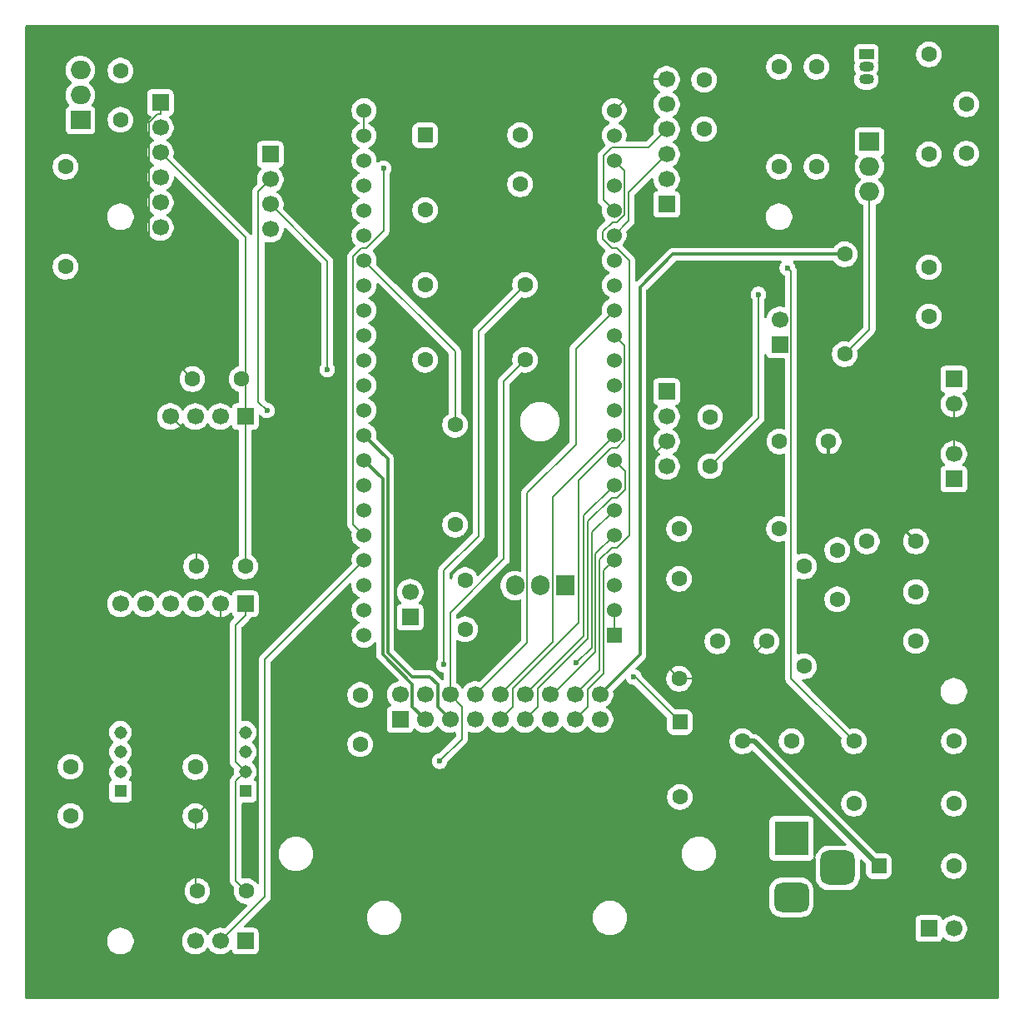
<source format=gbr>
%TF.GenerationSoftware,KiCad,Pcbnew,9.0.7-9.0.7~ubuntu24.04.1*%
%TF.CreationDate,2026-02-02T16:30:08+01:00*%
%TF.ProjectId,Main,4d61696e-2e6b-4696-9361-645f70636258,rev?*%
%TF.SameCoordinates,Original*%
%TF.FileFunction,Copper,L2,Bot*%
%TF.FilePolarity,Positive*%
%FSLAX46Y46*%
G04 Gerber Fmt 4.6, Leading zero omitted, Abs format (unit mm)*
G04 Created by KiCad (PCBNEW 9.0.7-9.0.7~ubuntu24.04.1) date 2026-02-02 16:30:08*
%MOMM*%
%LPD*%
G01*
G04 APERTURE LIST*
G04 Aperture macros list*
%AMRoundRect*
0 Rectangle with rounded corners*
0 $1 Rounding radius*
0 $2 $3 $4 $5 $6 $7 $8 $9 X,Y pos of 4 corners*
0 Add a 4 corners polygon primitive as box body*
4,1,4,$2,$3,$4,$5,$6,$7,$8,$9,$2,$3,0*
0 Add four circle primitives for the rounded corners*
1,1,$1+$1,$2,$3*
1,1,$1+$1,$4,$5*
1,1,$1+$1,$6,$7*
1,1,$1+$1,$8,$9*
0 Add four rect primitives between the rounded corners*
20,1,$1+$1,$2,$3,$4,$5,0*
20,1,$1+$1,$4,$5,$6,$7,0*
20,1,$1+$1,$6,$7,$8,$9,0*
20,1,$1+$1,$8,$9,$2,$3,0*%
G04 Aperture macros list end*
%TA.AperFunction,ComponentPad*%
%ADD10C,1.600000*%
%TD*%
%TA.AperFunction,ComponentPad*%
%ADD11R,2.000000X1.905000*%
%TD*%
%TA.AperFunction,ComponentPad*%
%ADD12O,2.000000X1.905000*%
%TD*%
%TA.AperFunction,ComponentPad*%
%ADD13R,1.700000X1.700000*%
%TD*%
%TA.AperFunction,ComponentPad*%
%ADD14C,1.700000*%
%TD*%
%TA.AperFunction,ComponentPad*%
%ADD15R,1.500000X1.050000*%
%TD*%
%TA.AperFunction,ComponentPad*%
%ADD16O,1.500000X1.050000*%
%TD*%
%TA.AperFunction,ComponentPad*%
%ADD17R,1.530000X1.530000*%
%TD*%
%TA.AperFunction,ComponentPad*%
%ADD18C,1.530000*%
%TD*%
%TA.AperFunction,ComponentPad*%
%ADD19R,3.500000X3.500000*%
%TD*%
%TA.AperFunction,ComponentPad*%
%ADD20RoundRect,0.750000X1.000000X-0.750000X1.000000X0.750000X-1.000000X0.750000X-1.000000X-0.750000X0*%
%TD*%
%TA.AperFunction,ComponentPad*%
%ADD21RoundRect,0.875000X0.875000X-0.875000X0.875000X0.875000X-0.875000X0.875000X-0.875000X-0.875000X0*%
%TD*%
%TA.AperFunction,ComponentPad*%
%ADD22RoundRect,0.250000X-0.550000X0.550000X-0.550000X-0.550000X0.550000X-0.550000X0.550000X0.550000X0*%
%TD*%
%TA.AperFunction,ComponentPad*%
%ADD23RoundRect,0.250000X-0.550000X-0.550000X0.550000X-0.550000X0.550000X0.550000X-0.550000X0.550000X0*%
%TD*%
%TA.AperFunction,ComponentPad*%
%ADD24R,1.308000X1.308000*%
%TD*%
%TA.AperFunction,ComponentPad*%
%ADD25C,1.308000*%
%TD*%
%TA.AperFunction,ComponentPad*%
%ADD26R,1.905000X2.000000*%
%TD*%
%TA.AperFunction,ComponentPad*%
%ADD27O,1.905000X2.000000*%
%TD*%
%TA.AperFunction,ViaPad*%
%ADD28C,0.600000*%
%TD*%
%TA.AperFunction,Conductor*%
%ADD29C,0.200000*%
%TD*%
%TA.AperFunction,Conductor*%
%ADD30C,0.300000*%
%TD*%
%TA.AperFunction,Conductor*%
%ADD31C,0.500000*%
%TD*%
G04 APERTURE END LIST*
D10*
%TO.P,C3,1*%
%TO.N,+5V*%
X121550000Y-87300000D03*
%TO.P,C3,2*%
%TO.N,GND*%
X116550000Y-87300000D03*
%TD*%
D11*
%TO.P,Q1,1,G*%
%TO.N,Net-(Q1-G)*%
X105156000Y-60960000D03*
D12*
%TO.P,Q1,2,D*%
%TO.N,GND*%
X105156000Y-58420000D03*
%TO.P,Q1,3,S*%
%TO.N,Net-(Q1-S)*%
X105156000Y-55880000D03*
%TD*%
D10*
%TO.P,C15,1*%
%TO.N,+5V*%
X195250000Y-64360000D03*
%TO.P,C15,2*%
%TO.N,GND*%
X195250000Y-59360000D03*
%TD*%
%TO.P,C12,1*%
%TO.N,/Cam/+VCC_Alim*%
X176240000Y-93650000D03*
%TO.P,C12,2*%
%TO.N,GND*%
X181240000Y-93650000D03*
%TD*%
D13*
%TO.P,J5,1,Pin_1*%
%TO.N,/Stockage/CS*%
X164770000Y-69520000D03*
D14*
%TO.P,J5,2,Pin_2*%
%TO.N,/Stockage/SCK*%
X164770000Y-66980000D03*
%TO.P,J5,3,Pin_3*%
%TO.N,/Stockage/MOSI*%
X164770000Y-64440000D03*
%TO.P,J5,4,Pin_4*%
%TO.N,/Stockage/MISO*%
X164770000Y-61900000D03*
%TO.P,J5,5,Pin_5*%
%TO.N,+5V*%
X164770000Y-59360000D03*
%TO.P,J5,6,Pin_6*%
%TO.N,GND*%
X164770000Y-56820000D03*
%TD*%
D10*
%TO.P,C19,1*%
%TO.N,+5V*%
X121920000Y-106350000D03*
%TO.P,C19,2*%
%TO.N,GND*%
X116920000Y-106350000D03*
%TD*%
%TO.P,C5,1*%
%TO.N,GND*%
X169207500Y-91150000D03*
%TO.P,C5,2*%
%TO.N,+5V*%
X169207500Y-96150000D03*
%TD*%
D13*
%TO.P,J1,1,Pin_1*%
%TO.N,/Transmission/RX*%
X164770000Y-88570000D03*
D14*
%TO.P,J1,2,Pin_2*%
%TO.N,/Transmission/TX*%
X164770000Y-91110000D03*
%TO.P,J1,3,Pin_3*%
%TO.N,GND*%
X164770000Y-93650000D03*
%TO.P,J1,4,Pin_4*%
%TO.N,+5V*%
X164770000Y-96190000D03*
%TD*%
D13*
%TO.P,J6,1,Pin_1*%
%TO.N,+5V*%
X124460000Y-64440000D03*
D14*
%TO.P,J6,2,Pin_2*%
%TO.N,/Sensors/TX0*%
X124460000Y-66980000D03*
%TO.P,J6,3,Pin_3*%
%TO.N,/Sensors/RX0*%
X124460000Y-69520000D03*
%TO.P,J6,4,Pin_4*%
%TO.N,GND*%
X124460000Y-72060000D03*
%TD*%
D15*
%TO.P,Q2,1,E*%
%TO.N,GND*%
X185090000Y-54280000D03*
D16*
%TO.P,Q2,2,B*%
%TO.N,Net-(Q2-B)*%
X185090000Y-55550000D03*
%TO.P,Q2,3,C*%
%TO.N,Net-(Q2-C)*%
X185090000Y-56820000D03*
%TD*%
D10*
%TO.P,C9,1*%
%TO.N,+12V*%
X169930000Y-113970000D03*
%TO.P,C9,2*%
%TO.N,GND*%
X174930000Y-113970000D03*
%TD*%
%TO.P,C17,1*%
%TO.N,+5V*%
X104140000Y-126710000D03*
%TO.P,C17,2*%
%TO.N,GND*%
X104140000Y-131710000D03*
%TD*%
D17*
%TO.P,U4,J1_1,3V3*%
%TO.N,/uc/+3.3V*%
X159430000Y-113310000D03*
D18*
%TO.P,U4,J1_2,3V3.*%
X159430000Y-110770000D03*
%TO.P,U4,J1_3,RST*%
%TO.N,unconnected-(U4-RST-PadJ1_3)*%
X159430000Y-108230000D03*
%TO.P,U4,J1_4,GPIO4*%
%TO.N,/Cam/D7*%
X159430000Y-105690000D03*
%TO.P,U4,J1_5,GPIO5*%
%TO.N,/Cam/D6*%
X159430000Y-103150000D03*
%TO.P,U4,J1_6,GPIO6*%
%TO.N,/Cam/D5*%
X159430000Y-100610000D03*
%TO.P,U4,J1_7,GPIO7*%
%TO.N,/Cam/D4*%
X159430000Y-98070000D03*
%TO.P,U4,J1_8,GPIO15*%
%TO.N,/Cam/D3*%
X159430000Y-95530000D03*
%TO.P,U4,J1_9,GPIO16*%
%TO.N,/Cam/D2*%
X159430000Y-92990000D03*
%TO.P,U4,J1_10,GPIO17*%
%TO.N,/Sensors/TX0*%
X159430000Y-90450000D03*
%TO.P,U4,J1_11,GPIO18*%
%TO.N,/Sensors/RX0*%
X159430000Y-87910000D03*
%TO.P,U4,J1_12,GPIO8*%
%TO.N,/Cam/SDA*%
X159430000Y-85370000D03*
%TO.P,U4,J1_13,GPIO3*%
%TO.N,/Cam/D1*%
X159430000Y-82830000D03*
%TO.P,U4,J1_14,GPIO46*%
%TO.N,/Cam/D0*%
X159430000Y-80290000D03*
%TO.P,U4,J1_15,GPIO9*%
%TO.N,/Cam/SCL*%
X159430000Y-77750000D03*
%TO.P,U4,J1_16,GPIO10*%
%TO.N,/Stockage/CS*%
X159430000Y-75210000D03*
%TO.P,U4,J1_17,GPIO11*%
%TO.N,/Stockage/MOSI*%
X159430000Y-72670000D03*
%TO.P,U4,J1_18,GPIO12*%
%TO.N,/Stockage/MISO*%
X159430000Y-70130000D03*
%TO.P,U4,J1_19,GPIO13*%
%TO.N,/Stockage/SCK*%
X159430000Y-67590000D03*
%TO.P,U4,J1_20,GPIO14*%
%TO.N,/Cam/DCLK*%
X159430000Y-65050000D03*
%TO.P,U4,J1_21,5V0*%
%TO.N,Net-(D3-K)*%
X159430000Y-62510000D03*
%TO.P,U4,J1_22,GND3*%
%TO.N,GND*%
X159430000Y-59970000D03*
%TO.P,U4,J3_1,GND*%
X134000000Y-113340000D03*
%TO.P,U4,J3_2,U0TXD/GPIO43*%
%TO.N,unconnected-(U4-U0TXD{slash}GPIO43-PadJ3_2)*%
X134000000Y-110800000D03*
%TO.P,U4,J3_3,U0RXD/GPIO44*%
%TO.N,unconnected-(U4-U0RXD{slash}GPIO44-PadJ3_3)*%
X134000000Y-108260000D03*
%TO.P,U4,J3_4,GPIO1*%
%TO.N,/Sensors/PIR_MOUV*%
X134000000Y-105720000D03*
%TO.P,U4,J3_5,GPIO2*%
%TO.N,/Power/PWR_U{slash}D*%
X134000000Y-103180000D03*
%TO.P,U4,J3_6,MTMS/GPIO42*%
%TO.N,/Transmission/TX*%
X134000000Y-100640000D03*
%TO.P,U4,J3_7,MTDI/GPIO41*%
%TO.N,/Transmission/RX*%
X134000000Y-98100000D03*
%TO.P,U4,J3_8,MTDO/GPIO40*%
%TO.N,/Cam/VREF*%
X134000000Y-95560000D03*
%TO.P,U4,J3_9,MTCK/GPIO39*%
%TO.N,/Cam/HREF*%
X134000000Y-93020000D03*
%TO.P,U4,J3_10,GPIO38*%
%TO.N,/Sensors/DATA_DHT22*%
X134000000Y-90480000D03*
%TO.P,U4,J3_11,GPIO37*%
%TO.N,unconnected-(U4-GPIO37-PadJ3_11)*%
X134000000Y-87940000D03*
%TO.P,U4,J3_12,GPIO36*%
%TO.N,unconnected-(U4-GPIO36-PadJ3_12)*%
X134000000Y-85400000D03*
%TO.P,U4,J3_13,GPIO35*%
%TO.N,unconnected-(U4-GPIO35-PadJ3_13)*%
X134000000Y-82860000D03*
%TO.P,U4,J3_14,GPIO0*%
%TO.N,unconnected-(U4-GPIO0-PadJ3_14)*%
X134000000Y-80320000D03*
%TO.P,U4,J3_15,GPIO45*%
%TO.N,/uc/D45*%
X134000000Y-77780000D03*
%TO.P,U4,J3_16,GPIO48*%
%TO.N,/Cam/LED_IR*%
X134000000Y-75240000D03*
%TO.P,U4,J3_17,GPIO47*%
%TO.N,/Power/VOLTAGE_BAT*%
X134000000Y-72700000D03*
%TO.P,U4,J3_18,GPIO21*%
%TO.N,/Sensors/ENA_GPS*%
X134000000Y-70160000D03*
%TO.P,U4,J3_19,USB_D+/GPIO20*%
%TO.N,unconnected-(U4-USB_D+{slash}GPIO20-PadJ3_19)*%
X134000000Y-67620000D03*
%TO.P,U4,J3_20,USB_D-/GPIO19*%
%TO.N,unconnected-(U4-USB_D-{slash}GPIO19-PadJ3_20)*%
X134000000Y-65080000D03*
%TO.P,U4,J3_21,GND1*%
%TO.N,GND*%
X134000000Y-62540000D03*
%TO.P,U4,J3_22,GND2*%
X134000000Y-60000000D03*
%TD*%
D13*
%TO.P,J4,1,Pin_1*%
%TO.N,+5V*%
X121920000Y-91110000D03*
D14*
%TO.P,J4,2,Pin_2*%
%TO.N,/Sensors/DATA_DHT22*%
X119380000Y-91110000D03*
%TO.P,J4,3,Pin_3*%
%TO.N,unconnected-(J4-Pin_3-Pad3)*%
X116840000Y-91110000D03*
%TO.P,J4,4,Pin_4*%
%TO.N,GND*%
X114300000Y-91110000D03*
%TD*%
D10*
%TO.P,R7,1*%
%TO.N,Net-(U3-Vfb)*%
X166040000Y-107620000D03*
%TO.P,R7,2*%
%TO.N,GND*%
X166040000Y-117780000D03*
%TD*%
D13*
%TO.P,J8,1,Pin_1*%
%TO.N,+5V*%
X121920000Y-110160000D03*
D14*
%TO.P,J8,2,Pin_2*%
%TO.N,GND*%
X119380000Y-110160000D03*
%TO.P,J8,3,Pin_3*%
%TO.N,/Cam/SCL*%
X116840000Y-110160000D03*
%TO.P,J8,4,Pin_4*%
%TO.N,/Cam/SDA*%
X114300000Y-110160000D03*
%TO.P,J8,5,Pin_5*%
%TO.N,unconnected-(J8-Pin_5-Pad5)*%
X111760000Y-110160000D03*
%TO.P,J8,6,Pin_6*%
%TO.N,unconnected-(J8-Pin_6-Pad6)*%
X109220000Y-110160000D03*
%TD*%
D10*
%TO.P,R2,1*%
%TO.N,/Power/VOLTAGE_BAT*%
X183820000Y-130480000D03*
%TO.P,R2,2*%
%TO.N,GND*%
X193980000Y-130480000D03*
%TD*%
%TO.P,R4,1*%
%TO.N,/Cam/+VCC_Alim*%
X176200000Y-102540000D03*
%TO.P,R4,2*%
%TO.N,Net-(U3-Vfb)*%
X166040000Y-102540000D03*
%TD*%
%TO.P,C14,1*%
%TO.N,+5V*%
X191440000Y-75910000D03*
%TO.P,C14,2*%
%TO.N,GND*%
X191440000Y-80910000D03*
%TD*%
%TO.P,C10,1*%
%TO.N,Net-(U3-V_{CC})*%
X190130000Y-108930000D03*
%TO.P,C10,2*%
%TO.N,GND*%
X190130000Y-113930000D03*
%TD*%
D11*
%TO.P,Q3,1,G*%
%TO.N,/Cam/PWDN*%
X185410000Y-63170000D03*
D12*
%TO.P,Q3,2,D*%
%TO.N,+5V*%
X185410000Y-65710000D03*
%TO.P,Q3,3,S*%
%TO.N,Net-(JP1-B)*%
X185410000Y-68250000D03*
%TD*%
D13*
%TO.P,J3,1,Pin_1*%
%TO.N,+5V*%
X121920000Y-144450000D03*
D14*
%TO.P,J3,2,Pin_2*%
%TO.N,/Sensors/PIR_MOUV*%
X119380000Y-144450000D03*
%TO.P,J3,3,Pin_3*%
%TO.N,GND*%
X116840000Y-144450000D03*
%TD*%
D10*
%TO.P,C8,1*%
%TO.N,+12V*%
X172470000Y-124130000D03*
%TO.P,C8,2*%
%TO.N,GND*%
X177470000Y-124130000D03*
%TD*%
%TO.P,R9,1*%
%TO.N,Net-(JP1-B)*%
X182880000Y-84760000D03*
%TO.P,R9,2*%
%TO.N,/Cam/PWDN*%
X182880000Y-74600000D03*
%TD*%
%TO.P,R3,1*%
%TO.N,/Sensors/ENA_GPS*%
X103632000Y-75870000D03*
%TO.P,R3,2*%
%TO.N,Net-(Q1-G)*%
X103632000Y-65710000D03*
%TD*%
%TO.P,C16,1*%
%TO.N,+5V*%
X116840000Y-126750000D03*
%TO.P,C16,2*%
%TO.N,GND*%
X116840000Y-131750000D03*
%TD*%
%TO.P,C6,1*%
%TO.N,+5V*%
X122034000Y-139370000D03*
%TO.P,C6,2*%
%TO.N,GND*%
X117034000Y-139370000D03*
%TD*%
D19*
%TO.P,J17,1*%
%TO.N,Net-(D1-A)*%
X177470000Y-134005000D03*
D20*
%TO.P,J17,2*%
%TO.N,GND*%
X177470000Y-140005000D03*
D21*
%TO.P,J17,3*%
X182170000Y-137005000D03*
%TD*%
D10*
%TO.P,R8,1*%
%TO.N,/Power/PWR_U{slash}D*%
X176200000Y-65710000D03*
%TO.P,R8,2*%
%TO.N,Net-(Q2-B)*%
X176200000Y-55550000D03*
%TD*%
D13*
%TO.P,J7,1,Pin_1*%
%TO.N,GND*%
X113284000Y-59182000D03*
D14*
%TO.P,J7,2,Pin_2*%
%TO.N,unconnected-(J7-Pin_2-Pad2)*%
X113284000Y-61722000D03*
%TO.P,J7,3,Pin_3*%
%TO.N,+5V*%
X113284000Y-64262000D03*
%TO.P,J7,4,Pin_4*%
%TO.N,/Sensors/TX0*%
X113284000Y-66802000D03*
%TO.P,J7,5,Pin_5*%
%TO.N,/Sensors/RX0*%
X113284000Y-69342000D03*
%TO.P,J7,6,Pin_6*%
%TO.N,unconnected-(J7-Pin_6-Pad6)*%
X113284000Y-71882000D03*
%TD*%
D13*
%TO.P,J10,1,Pin_1*%
%TO.N,GND*%
X191440000Y-143180000D03*
D14*
%TO.P,J10,2,Pin_2*%
%TO.N,Net-(D2-A)*%
X193980000Y-143180000D03*
%TD*%
D10*
%TO.P,C4,1*%
%TO.N,+5V*%
X168580000Y-61860000D03*
%TO.P,C4,2*%
%TO.N,GND*%
X168580000Y-56860000D03*
%TD*%
D22*
%TO.P,D1,1,K*%
%TO.N,+12V*%
X166116000Y-122174000D03*
D10*
%TO.P,D1,2,A*%
%TO.N,Net-(D1-A)*%
X166116000Y-129794000D03*
%TD*%
D13*
%TO.P,JP1,1,A*%
%TO.N,/Cam/+VCC_Alim*%
X176276000Y-83820000D03*
D14*
%TO.P,JP1,2,B*%
%TO.N,Net-(JP1-B)*%
X176276000Y-81280000D03*
%TD*%
D10*
%TO.P,R1,1*%
%TO.N,+12V*%
X193980000Y-124130000D03*
%TO.P,R1,2*%
%TO.N,/Power/VOLTAGE_BAT*%
X183820000Y-124130000D03*
%TD*%
%TO.P,R10,1*%
%TO.N,/Cam/PWDN*%
X180010000Y-65710000D03*
%TO.P,R10,2*%
%TO.N,Net-(Q2-C)*%
X180010000Y-55550000D03*
%TD*%
%TO.P,C11,1*%
%TO.N,Net-(U3-BOOST)*%
X182118000Y-109688000D03*
%TO.P,C11,2*%
%TO.N,/Cam/+VCC_Alim*%
X182118000Y-104688000D03*
%TD*%
D13*
%TO.P,J16,1,Pin_1*%
%TO.N,+5V*%
X193980000Y-87300000D03*
D14*
%TO.P,J16,2,Pin_2*%
%TO.N,GND*%
X193980000Y-89840000D03*
%TD*%
D10*
%TO.P,R11,1*%
%TO.N,+5V*%
X191440000Y-64440000D03*
%TO.P,R11,2*%
%TO.N,GND*%
X191440000Y-54280000D03*
%TD*%
D13*
%TO.P,J14,1,Pin_1*%
%TO.N,/Cam/+VCC_Alim*%
X193980000Y-97460000D03*
D14*
%TO.P,J14,2,Pin_2*%
%TO.N,GND*%
X193980000Y-94920000D03*
%TD*%
D23*
%TO.P,D2,1,K*%
%TO.N,+12V*%
X186360000Y-136830000D03*
D10*
%TO.P,D2,2,A*%
%TO.N,Net-(D2-A)*%
X193980000Y-136830000D03*
%TD*%
%TO.P,C13,1*%
%TO.N,/Cam/+VCC_Alim*%
X185130000Y-103810000D03*
%TO.P,C13,2*%
%TO.N,GND*%
X190130000Y-103810000D03*
%TD*%
D24*
%TO.P,J12,1,1*%
%TO.N,GND*%
X109220000Y-129210000D03*
D25*
%TO.P,J12,2,2*%
%TO.N,+5V*%
X109220000Y-127210000D03*
%TO.P,J12,3,3*%
%TO.N,/Cam/SDA*%
X109220000Y-125210000D03*
%TO.P,J12,4,4*%
%TO.N,/Cam/SCL*%
X109220000Y-123210000D03*
%TD*%
D10*
%TO.P,C2,1*%
%TO.N,+5V*%
X109220000Y-60920000D03*
%TO.P,C2,2*%
%TO.N,Net-(Q1-S)*%
X109220000Y-55920000D03*
%TD*%
%TO.P,L1,1,1*%
%TO.N,Net-(U3-SW)*%
X178740000Y-116510000D03*
%TO.P,L1,2,2*%
%TO.N,/Cam/+VCC_Alim*%
X178740000Y-106350000D03*
%TD*%
D24*
%TO.P,J11,1,1*%
%TO.N,GND*%
X121920000Y-129210000D03*
D25*
%TO.P,J11,2,2*%
%TO.N,+5V*%
X121920000Y-127210000D03*
%TO.P,J11,3,3*%
%TO.N,/Cam/SDA*%
X121920000Y-125210000D03*
%TO.P,J11,4,4*%
%TO.N,/Cam/SCL*%
X121920000Y-123210000D03*
%TD*%
D10*
%TO.P,C7,1*%
%TO.N,+12V*%
X144272000Y-112736000D03*
%TO.P,C7,2*%
%TO.N,Net-(J2-Pin_2)*%
X144272000Y-107736000D03*
%TD*%
D13*
%TO.P,J2,1,Pin_1*%
%TO.N,+12V*%
X138684000Y-111511000D03*
D14*
%TO.P,J2,2,Pin_2*%
%TO.N,Net-(J2-Pin_2)*%
X138684000Y-108971000D03*
%TD*%
D13*
%TO.P,J9,1,Pin_1*%
%TO.N,/Cam/+VCC_Alim*%
X137668000Y-121920000D03*
D14*
%TO.P,J9,2,Pin_2*%
%TO.N,GND*%
X137668000Y-119380000D03*
%TO.P,J9,3,Pin_3*%
%TO.N,/Cam/VREF*%
X140208000Y-121920000D03*
%TO.P,J9,4,Pin_4*%
%TO.N,/Cam/SCL*%
X140208000Y-119380000D03*
%TO.P,J9,5,Pin_5*%
%TO.N,/Cam/HREF*%
X142748000Y-121920000D03*
%TO.P,J9,6,Pin_6*%
%TO.N,/Cam/SDA*%
X142748000Y-119380000D03*
%TO.P,J9,7,Pin_7*%
%TO.N,/Cam/+VCC_Alim*%
X145288000Y-121920000D03*
%TO.P,J9,8,Pin_8*%
%TO.N,/Cam/D0*%
X145288000Y-119380000D03*
%TO.P,J9,9,Pin_9*%
%TO.N,/Cam/D1*%
X147828000Y-121920000D03*
%TO.P,J9,10,Pin_10*%
%TO.N,/Cam/D2*%
X147828000Y-119380000D03*
%TO.P,J9,11,Pin_11*%
%TO.N,/Cam/D3*%
X150368000Y-121920000D03*
%TO.P,J9,12,Pin_12*%
%TO.N,/Cam/D4*%
X150368000Y-119380000D03*
%TO.P,J9,13,Pin_13*%
%TO.N,/Cam/D5*%
X152908000Y-121920000D03*
%TO.P,J9,14,Pin_14*%
%TO.N,/Cam/D6*%
X152908000Y-119380000D03*
%TO.P,J9,15,Pin_15*%
%TO.N,/Cam/D7*%
X155448000Y-121920000D03*
%TO.P,J9,16,Pin_16*%
%TO.N,/Cam/DCLK*%
X155448000Y-119380000D03*
%TO.P,J9,17,Pin_17*%
%TO.N,unconnected-(J9-Pin_17-Pad17)*%
X157988000Y-121920000D03*
%TO.P,J9,18,Pin_18*%
%TO.N,/Cam/PWDN*%
X157988000Y-119380000D03*
%TD*%
D10*
%TO.P,R19,1*%
%TO.N,/Cam/SDA*%
X150368000Y-85344000D03*
%TO.P,R19,2*%
%TO.N,/Cam/+VCC_Alim*%
X140208000Y-85344000D03*
%TD*%
%TO.P,C1,1*%
%TO.N,/Cam/+VCC_Alim*%
X133604000Y-124420000D03*
%TO.P,C1,2*%
%TO.N,GND*%
X133604000Y-119420000D03*
%TD*%
D22*
%TO.P,D3,1,K*%
%TO.N,Net-(D3-K)*%
X140208000Y-62484000D03*
D10*
%TO.P,D3,2,A*%
%TO.N,/Cam/+VCC_Alim*%
X140208000Y-70104000D03*
%TD*%
%TO.P,R5,1*%
%TO.N,/Cam/LED_IR*%
X143256000Y-91948000D03*
%TO.P,R5,2*%
%TO.N,Net-(Q4-G)*%
X143256000Y-102108000D03*
%TD*%
%TO.P,C20,1*%
%TO.N,Net-(D3-K)*%
X149860000Y-62484000D03*
%TO.P,C20,2*%
%TO.N,GND*%
X149860000Y-67484000D03*
%TD*%
D26*
%TO.P,Q4,1,G*%
%TO.N,Net-(Q4-G)*%
X154432000Y-108290000D03*
D27*
%TO.P,Q4,2,D*%
%TO.N,Net-(J2-Pin_2)*%
X151892000Y-108290000D03*
%TO.P,Q4,3,S*%
%TO.N,GND*%
X149352000Y-108290000D03*
%TD*%
D10*
%TO.P,R18,1*%
%TO.N,/Cam/SCL*%
X150368000Y-77724000D03*
%TO.P,R18,2*%
%TO.N,/Cam/+VCC_Alim*%
X140208000Y-77724000D03*
%TD*%
D28*
%TO.N,+5V*%
X174111100Y-78696000D03*
%TO.N,+12V*%
X161452600Y-117606400D03*
%TO.N,/Power/VOLTAGE_BAT*%
X177058200Y-75986200D03*
%TO.N,/Sensors/TX0*%
X124127000Y-90484400D03*
%TO.N,/Sensors/RX0*%
X130257700Y-86316900D03*
%TO.N,/Cam/SCL*%
X142138000Y-116332000D03*
%TO.N,/Cam/SDA*%
X141693000Y-126143600D03*
%TO.N,/Power/PWR_U{slash}D*%
X136000100Y-65842000D03*
%TO.N,/Cam/D5*%
X155582800Y-116162700D03*
%TD*%
D29*
%TO.N,GND*%
X112996000Y-60333700D02*
X113284000Y-60333700D01*
X119380000Y-110160000D02*
X119380000Y-129210000D01*
X163553900Y-94866100D02*
X164770000Y-93650000D01*
X163553900Y-115293900D02*
X163553900Y-94866100D01*
X113284000Y-59182000D02*
X113284000Y-60333700D01*
D30*
X181240000Y-93650000D02*
X181240000Y-94920000D01*
D29*
X162580000Y-56820000D02*
X164770000Y-56820000D01*
X119380000Y-129210000D02*
X116840000Y-131750000D01*
D30*
X181240000Y-94920000D02*
X190130000Y-103810000D01*
D29*
X116920000Y-93730000D02*
X116920000Y-106350000D01*
X166040000Y-117780000D02*
X163553900Y-115293900D01*
X174930000Y-113970000D02*
X171120000Y-117780000D01*
X114300000Y-91110000D02*
X116920000Y-93730000D01*
X159430000Y-59970000D02*
X162580000Y-56820000D01*
X112132300Y-82882300D02*
X112132300Y-61197400D01*
X112132300Y-61197400D02*
X112996000Y-60333700D01*
X193980000Y-89840000D02*
X193980000Y-94920000D01*
X134000000Y-62540000D02*
X134000000Y-60000000D01*
X116550000Y-87300000D02*
X112132300Y-82882300D01*
X117034000Y-139370000D02*
X116840000Y-139176000D01*
X116840000Y-139176000D02*
X116840000Y-131750000D01*
X171120000Y-117780000D02*
X166040000Y-117780000D01*
%TO.N,+5V*%
X120939600Y-126229600D02*
X121920000Y-127210000D01*
X121920000Y-72898000D02*
X121920000Y-91110000D01*
X174111100Y-78696000D02*
X174111100Y-91246400D01*
X174111100Y-91246400D02*
X169207500Y-96150000D01*
X113284000Y-64262000D02*
X121920000Y-72898000D01*
X121920000Y-111311700D02*
X120939600Y-112292100D01*
X120964300Y-138300300D02*
X120964300Y-128165700D01*
X121920000Y-110160000D02*
X121920000Y-111311700D01*
X120939600Y-112292100D02*
X120939600Y-126229600D01*
X121920000Y-91110000D02*
X121920000Y-106350000D01*
X122034000Y-139370000D02*
X120964300Y-138300300D01*
X120964300Y-128165700D02*
X121920000Y-127210000D01*
D31*
%TO.N,+12V*%
X173660000Y-124130000D02*
X186360000Y-136830000D01*
D29*
X166116000Y-122174000D02*
X161548400Y-117606400D01*
X161548400Y-117606400D02*
X161452600Y-117606400D01*
D31*
X172470000Y-124130000D02*
X173660000Y-124130000D01*
D29*
%TO.N,/Power/VOLTAGE_BAT*%
X177446800Y-76374800D02*
X177446800Y-117756800D01*
X177446800Y-117756800D02*
X183820000Y-124130000D01*
X177058200Y-75986200D02*
X177446800Y-76374800D01*
%TO.N,/Sensors/PIR_MOUV*%
X123930100Y-115789900D02*
X123930100Y-139899900D01*
X134000000Y-105720000D02*
X123930100Y-115789900D01*
X123930100Y-139899900D02*
X119380000Y-144450000D01*
%TO.N,/Sensors/TX0*%
X124127000Y-90484400D02*
X123268300Y-89625700D01*
X123268300Y-89625700D02*
X123268300Y-68171700D01*
X123268300Y-68171700D02*
X124460000Y-66980000D01*
%TO.N,/Sensors/RX0*%
X124460000Y-69520000D02*
X130257700Y-75317700D01*
X130257700Y-75317700D02*
X130257700Y-86316900D01*
%TO.N,/Cam/SCL*%
X145635200Y-82456800D02*
X150368000Y-77724000D01*
X142138000Y-106732200D02*
X145635200Y-103235000D01*
X142138000Y-116332000D02*
X142138000Y-106732200D01*
X145635200Y-103235000D02*
X145635200Y-82456800D01*
D30*
X140208000Y-119380000D02*
X140208000Y-118872000D01*
D29*
%TO.N,/Cam/SDA*%
X148227200Y-87484800D02*
X148227200Y-105572000D01*
X142748000Y-111051200D02*
X142748000Y-119380000D01*
X150368000Y-85344000D02*
X148227200Y-87484800D01*
X142748000Y-119380000D02*
X143951400Y-120583400D01*
X148227200Y-105572000D02*
X142748000Y-111051200D01*
X143951400Y-120583400D02*
X143951400Y-123885200D01*
X143951400Y-123885200D02*
X141693000Y-126143600D01*
D30*
%TO.N,/Cam/PWDN*%
X162052000Y-77978000D02*
X165430000Y-74600000D01*
X162052000Y-115316000D02*
X162052000Y-77978000D01*
X157988000Y-119380000D02*
X162052000Y-115316000D01*
X165430000Y-74600000D02*
X182880000Y-74600000D01*
D29*
%TO.N,/Power/PWR_U{slash}D*%
X132902400Y-74825500D02*
X133757900Y-73970000D01*
X132902400Y-102082400D02*
X132902400Y-74825500D01*
X134254500Y-73970000D02*
X136000100Y-72224400D01*
X136000100Y-72224400D02*
X136000100Y-65842000D01*
X133757900Y-73970000D02*
X134254500Y-73970000D01*
X134000000Y-103180000D02*
X132902400Y-102082400D01*
D30*
%TO.N,/Cam/HREF*%
X141478000Y-118364000D02*
X141478000Y-120650000D01*
X134000000Y-93020000D02*
X136398000Y-95418000D01*
X136398000Y-115115000D02*
X138862000Y-117579000D01*
X136398000Y-95418000D02*
X136398000Y-115115000D01*
X138862000Y-117579000D02*
X140693000Y-117579000D01*
X141478000Y-120650000D02*
X142748000Y-121920000D01*
X140693000Y-117579000D02*
X141478000Y-118364000D01*
D29*
%TO.N,/Cam/D7*%
X158363300Y-117206800D02*
X158363300Y-106756700D01*
X156718000Y-118852100D02*
X158363300Y-117206800D01*
X156718000Y-120650000D02*
X156718000Y-118852100D01*
X158363300Y-106756700D02*
X159430000Y-105690000D01*
X155448000Y-121920000D02*
X156718000Y-120650000D01*
%TO.N,/Cam/D2*%
X147828000Y-119380000D02*
X153163500Y-114044500D01*
X153163500Y-114044500D02*
X153163500Y-99256500D01*
X153163500Y-99256500D02*
X159430000Y-92990000D01*
%TO.N,/Cam/D0*%
X150606200Y-98854500D02*
X150606200Y-114061800D01*
X155530500Y-93930200D02*
X150606200Y-98854500D01*
X155530500Y-84189500D02*
X155530500Y-93930200D01*
X150606200Y-114061800D02*
X145288000Y-119380000D01*
X159430000Y-80290000D02*
X155530500Y-84189500D01*
%TO.N,/Stockage/MOSI*%
X160906300Y-71193700D02*
X160906300Y-68303700D01*
X159430000Y-72670000D02*
X160906300Y-71193700D01*
X160906300Y-68303700D02*
X164770000Y-64440000D01*
%TO.N,/Cam/DCLK*%
X159679900Y-73940000D02*
X159190800Y-73940000D01*
X157960400Y-116867600D02*
X157960400Y-105647400D01*
X159190800Y-73940000D02*
X158311000Y-73060200D01*
X159752900Y-71315700D02*
X160500000Y-70568600D01*
X158311000Y-73060200D02*
X158311000Y-72278200D01*
X158311000Y-72278200D02*
X159273500Y-71315700D01*
X157960400Y-105647400D02*
X159187800Y-104420000D01*
X160500000Y-66120000D02*
X159430000Y-65050000D01*
X159187800Y-104420000D02*
X159704600Y-104420000D01*
X159704600Y-104420000D02*
X160968900Y-103155700D01*
X160968900Y-75229000D02*
X159679900Y-73940000D01*
X155448000Y-119380000D02*
X157960400Y-116867600D01*
X159273500Y-71315700D02*
X159752900Y-71315700D01*
X160968900Y-103155700D02*
X160968900Y-75229000D01*
X160500000Y-70568600D02*
X160500000Y-66120000D01*
%TO.N,/uc/+3.3V*%
X159430000Y-110770000D02*
X159430000Y-113310000D01*
D30*
%TO.N,/Cam/VREF*%
X138869000Y-118295000D02*
X135897000Y-115323000D01*
X138869000Y-120581000D02*
X138869000Y-118295000D01*
X140208000Y-121920000D02*
X138869000Y-120581000D01*
X135897000Y-115323000D02*
X135897000Y-97457000D01*
X135897000Y-97457000D02*
X134000000Y-95560000D01*
D29*
%TO.N,/Cam/D6*%
X153216400Y-119380000D02*
X157558700Y-115037700D01*
X157558700Y-115037700D02*
X157558700Y-105021300D01*
X152908000Y-119380000D02*
X153216400Y-119380000D01*
X157558700Y-105021300D02*
X159430000Y-103150000D01*
%TO.N,/Cam/D1*%
X160501700Y-83901700D02*
X160501700Y-93474100D01*
X159430000Y-82830000D02*
X160501700Y-83901700D01*
X155815100Y-97563100D02*
X155815100Y-112045700D01*
X159715800Y-94260000D02*
X159118200Y-94260000D01*
X159118200Y-94260000D02*
X155815100Y-97563100D01*
X149098000Y-118762800D02*
X149098000Y-120650000D01*
X160501700Y-93474100D02*
X159715800Y-94260000D01*
X155815100Y-112045700D02*
X149098000Y-118762800D01*
X149098000Y-120650000D02*
X147828000Y-121920000D01*
%TO.N,/Cam/D3*%
X160535000Y-96635000D02*
X160535000Y-98509700D01*
X159430000Y-95530000D02*
X160535000Y-96635000D01*
X156755300Y-101772500D02*
X156755300Y-113645500D01*
X159704700Y-99340000D02*
X159187800Y-99340000D01*
X151638000Y-118762800D02*
X151638000Y-120650000D01*
X156755300Y-113645500D02*
X151638000Y-118762800D01*
X159187800Y-99340000D02*
X156755300Y-101772500D01*
X160535000Y-98509700D02*
X159704700Y-99340000D01*
X151638000Y-120650000D02*
X150368000Y-121920000D01*
%TO.N,/Cam/D4*%
X156353600Y-101146400D02*
X156353600Y-113394400D01*
X156353600Y-113394400D02*
X150368000Y-119380000D01*
X159430000Y-98070000D02*
X156353600Y-101146400D01*
%TO.N,/Stockage/MISO*%
X159207900Y-63745000D02*
X162925000Y-63745000D01*
X158358500Y-69058500D02*
X158358500Y-64594400D01*
X159430000Y-70130000D02*
X158358500Y-69058500D01*
X158358500Y-64594400D02*
X159207900Y-63745000D01*
X162925000Y-63745000D02*
X164770000Y-61900000D01*
%TO.N,/Cam/D5*%
X157157000Y-102883000D02*
X159430000Y-100610000D01*
X155582800Y-116162700D02*
X157157000Y-114588500D01*
X157157000Y-114588500D02*
X157157000Y-102883000D01*
%TO.N,/Cam/LED_IR*%
X143256000Y-84496000D02*
X134000000Y-75240000D01*
X143256000Y-91948000D02*
X143256000Y-84496000D01*
%TO.N,Net-(JP1-B)*%
X185410000Y-82230000D02*
X185410000Y-68250000D01*
X182880000Y-84760000D02*
X185410000Y-82230000D01*
%TD*%
%TA.AperFunction,Conductor*%
%TO.N,GND*%
G36*
X198502539Y-51320185D02*
G01*
X198548294Y-51372989D01*
X198559500Y-51424500D01*
X198559500Y-150175500D01*
X198539815Y-150242539D01*
X198487011Y-150288294D01*
X198435500Y-150299500D01*
X99684500Y-150299500D01*
X99617461Y-150279815D01*
X99571706Y-150227011D01*
X99560500Y-150175500D01*
X99560500Y-144343713D01*
X107869500Y-144343713D01*
X107869500Y-144556286D01*
X107902753Y-144766239D01*
X107968444Y-144968414D01*
X108064951Y-145157820D01*
X108189890Y-145329786D01*
X108340213Y-145480109D01*
X108512179Y-145605048D01*
X108512181Y-145605049D01*
X108512184Y-145605051D01*
X108701588Y-145701557D01*
X108903757Y-145767246D01*
X109113713Y-145800500D01*
X109113714Y-145800500D01*
X109326286Y-145800500D01*
X109326287Y-145800500D01*
X109536243Y-145767246D01*
X109738412Y-145701557D01*
X109927816Y-145605051D01*
X110014138Y-145542335D01*
X110099786Y-145480109D01*
X110099788Y-145480106D01*
X110099792Y-145480104D01*
X110250104Y-145329792D01*
X110250106Y-145329788D01*
X110250109Y-145329786D01*
X110375048Y-145157820D01*
X110375050Y-145157817D01*
X110375051Y-145157816D01*
X110471557Y-144968412D01*
X110537246Y-144766243D01*
X110570500Y-144556287D01*
X110570500Y-144343713D01*
X110537246Y-144133757D01*
X110471557Y-143931588D01*
X110375051Y-143742184D01*
X110375049Y-143742181D01*
X110375048Y-143742179D01*
X110250109Y-143570213D01*
X110099786Y-143419890D01*
X109927820Y-143294951D01*
X109738414Y-143198444D01*
X109738413Y-143198443D01*
X109738412Y-143198443D01*
X109536243Y-143132754D01*
X109536241Y-143132753D01*
X109536240Y-143132753D01*
X109374957Y-143107208D01*
X109326287Y-143099500D01*
X109113713Y-143099500D01*
X109065042Y-143107208D01*
X108903760Y-143132753D01*
X108701585Y-143198444D01*
X108512179Y-143294951D01*
X108340213Y-143419890D01*
X108189890Y-143570213D01*
X108064951Y-143742179D01*
X107968444Y-143931585D01*
X107902753Y-144133760D01*
X107869500Y-144343713D01*
X99560500Y-144343713D01*
X99560500Y-139267682D01*
X115734000Y-139267682D01*
X115734000Y-139472317D01*
X115766009Y-139674417D01*
X115829244Y-139869031D01*
X115922140Y-140051349D01*
X116042417Y-140216894D01*
X116042417Y-140216895D01*
X116187104Y-140361582D01*
X116352650Y-140481859D01*
X116534968Y-140574755D01*
X116729582Y-140637990D01*
X116931683Y-140670000D01*
X117136317Y-140670000D01*
X117338417Y-140637990D01*
X117533031Y-140574755D01*
X117715349Y-140481859D01*
X117880894Y-140361582D01*
X117880895Y-140361582D01*
X118025582Y-140216895D01*
X118025582Y-140216894D01*
X118145859Y-140051349D01*
X118238755Y-139869031D01*
X118301990Y-139674417D01*
X118334000Y-139472317D01*
X118334000Y-139267682D01*
X118301990Y-139065582D01*
X118238755Y-138870968D01*
X118145859Y-138688650D01*
X118025582Y-138523105D01*
X118025582Y-138523104D01*
X117880895Y-138378417D01*
X117715349Y-138258140D01*
X117533031Y-138165244D01*
X117338417Y-138102009D01*
X117136317Y-138070000D01*
X116931683Y-138070000D01*
X116729582Y-138102009D01*
X116534968Y-138165244D01*
X116352650Y-138258140D01*
X116187105Y-138378417D01*
X116187104Y-138378417D01*
X116042417Y-138523104D01*
X116042417Y-138523105D01*
X115922140Y-138688650D01*
X115829244Y-138870968D01*
X115766009Y-139065582D01*
X115734000Y-139267682D01*
X99560500Y-139267682D01*
X99560500Y-131607682D01*
X102840000Y-131607682D01*
X102840000Y-131812317D01*
X102872009Y-132014417D01*
X102935244Y-132209031D01*
X103028140Y-132391349D01*
X103148417Y-132556894D01*
X103148417Y-132556895D01*
X103293104Y-132701582D01*
X103458650Y-132821859D01*
X103640968Y-132914755D01*
X103835582Y-132977990D01*
X104037683Y-133010000D01*
X104242317Y-133010000D01*
X104444417Y-132977990D01*
X104639031Y-132914755D01*
X104821349Y-132821859D01*
X104986894Y-132701582D01*
X104986895Y-132701582D01*
X105131582Y-132556895D01*
X105131582Y-132556894D01*
X105251859Y-132391349D01*
X105344755Y-132209031D01*
X105407990Y-132014417D01*
X105440000Y-131812317D01*
X105440000Y-131647682D01*
X115540000Y-131647682D01*
X115540000Y-131852317D01*
X115572009Y-132054417D01*
X115635244Y-132249031D01*
X115728140Y-132431349D01*
X115848417Y-132596894D01*
X115848417Y-132596895D01*
X115993104Y-132741582D01*
X116158650Y-132861859D01*
X116340968Y-132954755D01*
X116535582Y-133017990D01*
X116737683Y-133050000D01*
X116942317Y-133050000D01*
X117144417Y-133017990D01*
X117339031Y-132954755D01*
X117521349Y-132861859D01*
X117686894Y-132741582D01*
X117686895Y-132741582D01*
X117831582Y-132596895D01*
X117831582Y-132596894D01*
X117951859Y-132431349D01*
X118044755Y-132249031D01*
X118107990Y-132054417D01*
X118140000Y-131852317D01*
X118140000Y-131647682D01*
X118107990Y-131445582D01*
X118044755Y-131250968D01*
X117951859Y-131068650D01*
X117831582Y-130903105D01*
X117831582Y-130903104D01*
X117686895Y-130758417D01*
X117521349Y-130638140D01*
X117339031Y-130545244D01*
X117144417Y-130482009D01*
X116942317Y-130450000D01*
X116737683Y-130450000D01*
X116535582Y-130482009D01*
X116340968Y-130545244D01*
X116158650Y-130638140D01*
X115993105Y-130758417D01*
X115993104Y-130758417D01*
X115848417Y-130903104D01*
X115848417Y-130903105D01*
X115728140Y-131068650D01*
X115635244Y-131250968D01*
X115572009Y-131445582D01*
X115540000Y-131647682D01*
X105440000Y-131647682D01*
X105440000Y-131607682D01*
X105407990Y-131405582D01*
X105344755Y-131210968D01*
X105251859Y-131028650D01*
X105131582Y-130863105D01*
X105131582Y-130863104D01*
X104986895Y-130718417D01*
X104821349Y-130598140D01*
X104639031Y-130505244D01*
X104444417Y-130442009D01*
X104242317Y-130410000D01*
X104037683Y-130410000D01*
X103835582Y-130442009D01*
X103640968Y-130505244D01*
X103458650Y-130598140D01*
X103293105Y-130718417D01*
X103293104Y-130718417D01*
X103148417Y-130863104D01*
X103148417Y-130863105D01*
X103028140Y-131028650D01*
X102935244Y-131210968D01*
X102872009Y-131405582D01*
X102840000Y-131607682D01*
X99560500Y-131607682D01*
X99560500Y-126607648D01*
X102839500Y-126607648D01*
X102839500Y-126812351D01*
X102871522Y-127014534D01*
X102934781Y-127209223D01*
X103027715Y-127391613D01*
X103148028Y-127557213D01*
X103292786Y-127701971D01*
X103423560Y-127796982D01*
X103458390Y-127822287D01*
X103574607Y-127881503D01*
X103640776Y-127915218D01*
X103640778Y-127915218D01*
X103640781Y-127915220D01*
X103745137Y-127949127D01*
X103835465Y-127978477D01*
X103936557Y-127994488D01*
X104037648Y-128010500D01*
X104037649Y-128010500D01*
X104242351Y-128010500D01*
X104242352Y-128010500D01*
X104444534Y-127978477D01*
X104639219Y-127915220D01*
X104821610Y-127822287D01*
X104914590Y-127754732D01*
X104987213Y-127701971D01*
X104987215Y-127701968D01*
X104987219Y-127701966D01*
X105131966Y-127557219D01*
X105131968Y-127557215D01*
X105131971Y-127557213D01*
X105200236Y-127463252D01*
X105252287Y-127391610D01*
X105345220Y-127209219D01*
X105408477Y-127014534D01*
X105440500Y-126812352D01*
X105440500Y-126607648D01*
X105416781Y-126457892D01*
X105408477Y-126405465D01*
X105352968Y-126234627D01*
X105345220Y-126210781D01*
X105345218Y-126210778D01*
X105345218Y-126210776D01*
X105283986Y-126090603D01*
X105252287Y-126028390D01*
X105204130Y-125962107D01*
X105131971Y-125862786D01*
X104987213Y-125718028D01*
X104821613Y-125597715D01*
X104821612Y-125597714D01*
X104821610Y-125597713D01*
X104764653Y-125568691D01*
X104639223Y-125504781D01*
X104444534Y-125441522D01*
X104257921Y-125411966D01*
X104242352Y-125409500D01*
X104037648Y-125409500D01*
X104022079Y-125411966D01*
X103835465Y-125441522D01*
X103640776Y-125504781D01*
X103458386Y-125597715D01*
X103292786Y-125718028D01*
X103148028Y-125862786D01*
X103027715Y-126028386D01*
X102934781Y-126210776D01*
X102871522Y-126405465D01*
X102839500Y-126607648D01*
X99560500Y-126607648D01*
X99560500Y-123119139D01*
X108065500Y-123119139D01*
X108065500Y-123300861D01*
X108074838Y-123359815D01*
X108093928Y-123480347D01*
X108093928Y-123480350D01*
X108150081Y-123653171D01*
X108150083Y-123653174D01*
X108232583Y-123815090D01*
X108339397Y-123962106D01*
X108339399Y-123962108D01*
X108467894Y-124090603D01*
X108494155Y-124109683D01*
X108536820Y-124165014D01*
X108542798Y-124234627D01*
X108510191Y-124296422D01*
X108494155Y-124310317D01*
X108467894Y-124329396D01*
X108339399Y-124457891D01*
X108339399Y-124457892D01*
X108339397Y-124457894D01*
X108293525Y-124521030D01*
X108232583Y-124604909D01*
X108150083Y-124766825D01*
X108150081Y-124766828D01*
X108093928Y-124939649D01*
X108093928Y-124939652D01*
X108065500Y-125119139D01*
X108065500Y-125300860D01*
X108093928Y-125480347D01*
X108093928Y-125480350D01*
X108150081Y-125653171D01*
X108150083Y-125653174D01*
X108232583Y-125815090D01*
X108339397Y-125962106D01*
X108339399Y-125962108D01*
X108467894Y-126090603D01*
X108494155Y-126109683D01*
X108536820Y-126165014D01*
X108542798Y-126234627D01*
X108510191Y-126296422D01*
X108494155Y-126310317D01*
X108467894Y-126329396D01*
X108339399Y-126457891D01*
X108339399Y-126457892D01*
X108339397Y-126457894D01*
X108318007Y-126487335D01*
X108232583Y-126604909D01*
X108150083Y-126766825D01*
X108150081Y-126766828D01*
X108093928Y-126939649D01*
X108093928Y-126939652D01*
X108065500Y-127119139D01*
X108065500Y-127300860D01*
X108093928Y-127480347D01*
X108093928Y-127480350D01*
X108150081Y-127653171D01*
X108150083Y-127653174D01*
X108232583Y-127815090D01*
X108332933Y-127953209D01*
X108356413Y-128019016D01*
X108340588Y-128087070D01*
X108306927Y-128125361D01*
X108208809Y-128198812D01*
X108122649Y-128313906D01*
X108122645Y-128313913D01*
X108072403Y-128448620D01*
X108072401Y-128448627D01*
X108066000Y-128508155D01*
X108066000Y-129911844D01*
X108072401Y-129971372D01*
X108072403Y-129971379D01*
X108122645Y-130106086D01*
X108122649Y-130106093D01*
X108208809Y-130221187D01*
X108208812Y-130221190D01*
X108323906Y-130307350D01*
X108323913Y-130307354D01*
X108458620Y-130357596D01*
X108458627Y-130357598D01*
X108518155Y-130363999D01*
X108518172Y-130364000D01*
X109921828Y-130364000D01*
X109921844Y-130363999D01*
X109981372Y-130357598D01*
X109981379Y-130357596D01*
X110116086Y-130307354D01*
X110116093Y-130307350D01*
X110231187Y-130221190D01*
X110231190Y-130221187D01*
X110317350Y-130106093D01*
X110317354Y-130106086D01*
X110367596Y-129971379D01*
X110367598Y-129971372D01*
X110373999Y-129911844D01*
X110374000Y-129911827D01*
X110374000Y-128508172D01*
X110373999Y-128508155D01*
X110367598Y-128448627D01*
X110367596Y-128448620D01*
X110317354Y-128313913D01*
X110317350Y-128313906D01*
X110231190Y-128198812D01*
X110133072Y-128125360D01*
X110091202Y-128069426D01*
X110086218Y-127999734D01*
X110107067Y-127953209D01*
X110207417Y-127815090D01*
X110289917Y-127653174D01*
X110321095Y-127557219D01*
X110346071Y-127480350D01*
X110346071Y-127480349D01*
X110346072Y-127480346D01*
X110374500Y-127300861D01*
X110374500Y-127119139D01*
X110346072Y-126939654D01*
X110346071Y-126939650D01*
X110346071Y-126939649D01*
X110289918Y-126766828D01*
X110289917Y-126766825D01*
X110255394Y-126699071D01*
X110229193Y-126647648D01*
X115539500Y-126647648D01*
X115539500Y-126852351D01*
X115571522Y-127054534D01*
X115634781Y-127249223D01*
X115698691Y-127374653D01*
X115707333Y-127391613D01*
X115727715Y-127431613D01*
X115848028Y-127597213D01*
X115992786Y-127741971D01*
X116103330Y-127822284D01*
X116158390Y-127862287D01*
X116262273Y-127915218D01*
X116340776Y-127955218D01*
X116340778Y-127955218D01*
X116340781Y-127955220D01*
X116412359Y-127978477D01*
X116535465Y-128018477D01*
X116636557Y-128034488D01*
X116737648Y-128050500D01*
X116737649Y-128050500D01*
X116942351Y-128050500D01*
X116942352Y-128050500D01*
X117144534Y-128018477D01*
X117339219Y-127955220D01*
X117521610Y-127862287D01*
X117614590Y-127794732D01*
X117687213Y-127741971D01*
X117687215Y-127741968D01*
X117687219Y-127741966D01*
X117831966Y-127597219D01*
X117831968Y-127597215D01*
X117831971Y-127597213D01*
X117913319Y-127485245D01*
X117952287Y-127431610D01*
X118045220Y-127249219D01*
X118108477Y-127054534D01*
X118140500Y-126852352D01*
X118140500Y-126647648D01*
X118110999Y-126461386D01*
X118108477Y-126445465D01*
X118079127Y-126355137D01*
X118045220Y-126250781D01*
X118045218Y-126250778D01*
X118045218Y-126250776D01*
X118001519Y-126165014D01*
X117952287Y-126068390D01*
X117923223Y-126028386D01*
X117831971Y-125902786D01*
X117687213Y-125758028D01*
X117521613Y-125637715D01*
X117521612Y-125637714D01*
X117521610Y-125637713D01*
X117443106Y-125597713D01*
X117339223Y-125544781D01*
X117144534Y-125481522D01*
X116969995Y-125453878D01*
X116942352Y-125449500D01*
X116737648Y-125449500D01*
X116713329Y-125453351D01*
X116535465Y-125481522D01*
X116340776Y-125544781D01*
X116158386Y-125637715D01*
X115992786Y-125758028D01*
X115848028Y-125902786D01*
X115727715Y-126068386D01*
X115634781Y-126250776D01*
X115571522Y-126445465D01*
X115539500Y-126647648D01*
X110229193Y-126647648D01*
X110207416Y-126604909D01*
X110202621Y-126598309D01*
X110100603Y-126457894D01*
X109972106Y-126329397D01*
X109945845Y-126310317D01*
X109903180Y-126254988D01*
X109897201Y-126185375D01*
X109929807Y-126123580D01*
X109945846Y-126109682D01*
X109972106Y-126090603D01*
X110100603Y-125962106D01*
X110207417Y-125815090D01*
X110289917Y-125653174D01*
X110325136Y-125544780D01*
X110346071Y-125480350D01*
X110346071Y-125480349D01*
X110346072Y-125480346D01*
X110374500Y-125300861D01*
X110374500Y-125119139D01*
X110346072Y-124939654D01*
X110346071Y-124939650D01*
X110346071Y-124939649D01*
X110289918Y-124766828D01*
X110289916Y-124766825D01*
X110207416Y-124604909D01*
X110100603Y-124457894D01*
X109972106Y-124329397D01*
X109945845Y-124310317D01*
X109903180Y-124254988D01*
X109897201Y-124185375D01*
X109929807Y-124123580D01*
X109945846Y-124109682D01*
X109972106Y-124090603D01*
X110100603Y-123962106D01*
X110207417Y-123815090D01*
X110289917Y-123653174D01*
X110346072Y-123480346D01*
X110374500Y-123300861D01*
X110374500Y-123119139D01*
X110346072Y-122939654D01*
X110346071Y-122939650D01*
X110346071Y-122939649D01*
X110289918Y-122766828D01*
X110289916Y-122766825D01*
X110214625Y-122619056D01*
X110207417Y-122604910D01*
X110100603Y-122457894D01*
X109972106Y-122329397D01*
X109825090Y-122222583D01*
X109663174Y-122140083D01*
X109663171Y-122140081D01*
X109490348Y-122083928D01*
X109370689Y-122064976D01*
X109310861Y-122055500D01*
X109129139Y-122055500D01*
X109069310Y-122064976D01*
X108949652Y-122083928D01*
X108949649Y-122083928D01*
X108776828Y-122140081D01*
X108776825Y-122140083D01*
X108614909Y-122222583D01*
X108531030Y-122283525D01*
X108467894Y-122329397D01*
X108467892Y-122329399D01*
X108467891Y-122329399D01*
X108339399Y-122457891D01*
X108339399Y-122457892D01*
X108339397Y-122457894D01*
X108293525Y-122521030D01*
X108232583Y-122604909D01*
X108150083Y-122766825D01*
X108150081Y-122766828D01*
X108093928Y-122939649D01*
X108093928Y-122939652D01*
X108081564Y-123017715D01*
X108065500Y-123119139D01*
X99560500Y-123119139D01*
X99560500Y-110053713D01*
X107869500Y-110053713D01*
X107869500Y-110266286D01*
X107902344Y-110473659D01*
X107902754Y-110476243D01*
X107947231Y-110613129D01*
X107968444Y-110678414D01*
X108064951Y-110867820D01*
X108189890Y-111039786D01*
X108340213Y-111190109D01*
X108512179Y-111315048D01*
X108512181Y-111315049D01*
X108512184Y-111315051D01*
X108701588Y-111411557D01*
X108903757Y-111477246D01*
X109113713Y-111510500D01*
X109113714Y-111510500D01*
X109326286Y-111510500D01*
X109326287Y-111510500D01*
X109536243Y-111477246D01*
X109738412Y-111411557D01*
X109927816Y-111315051D01*
X110014138Y-111252335D01*
X110099786Y-111190109D01*
X110099788Y-111190106D01*
X110099792Y-111190104D01*
X110250104Y-111039792D01*
X110250106Y-111039788D01*
X110250109Y-111039786D01*
X110375048Y-110867820D01*
X110375047Y-110867820D01*
X110375051Y-110867816D01*
X110379514Y-110859054D01*
X110427488Y-110808259D01*
X110495308Y-110791463D01*
X110561444Y-110813999D01*
X110600486Y-110859056D01*
X110604951Y-110867820D01*
X110729890Y-111039786D01*
X110880213Y-111190109D01*
X111052179Y-111315048D01*
X111052181Y-111315049D01*
X111052184Y-111315051D01*
X111241588Y-111411557D01*
X111443757Y-111477246D01*
X111653713Y-111510500D01*
X111653714Y-111510500D01*
X111866286Y-111510500D01*
X111866287Y-111510500D01*
X112076243Y-111477246D01*
X112278412Y-111411557D01*
X112467816Y-111315051D01*
X112554138Y-111252335D01*
X112639786Y-111190109D01*
X112639788Y-111190106D01*
X112639792Y-111190104D01*
X112790104Y-111039792D01*
X112790106Y-111039788D01*
X112790109Y-111039786D01*
X112915048Y-110867820D01*
X112915047Y-110867820D01*
X112915051Y-110867816D01*
X112919514Y-110859054D01*
X112967488Y-110808259D01*
X113035308Y-110791463D01*
X113101444Y-110813999D01*
X113140486Y-110859056D01*
X113144951Y-110867820D01*
X113269890Y-111039786D01*
X113420213Y-111190109D01*
X113592179Y-111315048D01*
X113592181Y-111315049D01*
X113592184Y-111315051D01*
X113781588Y-111411557D01*
X113983757Y-111477246D01*
X114193713Y-111510500D01*
X114193714Y-111510500D01*
X114406286Y-111510500D01*
X114406287Y-111510500D01*
X114616243Y-111477246D01*
X114818412Y-111411557D01*
X115007816Y-111315051D01*
X115094138Y-111252335D01*
X115179786Y-111190109D01*
X115179788Y-111190106D01*
X115179792Y-111190104D01*
X115330104Y-111039792D01*
X115330106Y-111039788D01*
X115330109Y-111039786D01*
X115455048Y-110867820D01*
X115455047Y-110867820D01*
X115455051Y-110867816D01*
X115459514Y-110859054D01*
X115507488Y-110808259D01*
X115575308Y-110791463D01*
X115641444Y-110813999D01*
X115680486Y-110859056D01*
X115684951Y-110867820D01*
X115809890Y-111039786D01*
X115960213Y-111190109D01*
X116132179Y-111315048D01*
X116132181Y-111315049D01*
X116132184Y-111315051D01*
X116321588Y-111411557D01*
X116523757Y-111477246D01*
X116733713Y-111510500D01*
X116733714Y-111510500D01*
X116946286Y-111510500D01*
X116946287Y-111510500D01*
X117156243Y-111477246D01*
X117358412Y-111411557D01*
X117547816Y-111315051D01*
X117634138Y-111252335D01*
X117719786Y-111190109D01*
X117719788Y-111190106D01*
X117719792Y-111190104D01*
X117870104Y-111039792D01*
X117870106Y-111039788D01*
X117870109Y-111039786D01*
X117971961Y-110899597D01*
X117995051Y-110867816D01*
X117999793Y-110858508D01*
X118047763Y-110807711D01*
X118115583Y-110790911D01*
X118181719Y-110813445D01*
X118220763Y-110858500D01*
X118225377Y-110867555D01*
X118350272Y-111039459D01*
X118350276Y-111039464D01*
X118500535Y-111189723D01*
X118500540Y-111189727D01*
X118672442Y-111314620D01*
X118861782Y-111411095D01*
X119063870Y-111476757D01*
X119273754Y-111510000D01*
X119486246Y-111510000D01*
X119696127Y-111476757D01*
X119696130Y-111476757D01*
X119898217Y-111411095D01*
X120087557Y-111314620D01*
X120259458Y-111189728D01*
X120373133Y-111076053D01*
X120434456Y-111042568D01*
X120504148Y-111047552D01*
X120560082Y-111089423D01*
X120576997Y-111120401D01*
X120626202Y-111252328D01*
X120626206Y-111252335D01*
X120712451Y-111367543D01*
X120712452Y-111367544D01*
X120712454Y-111367546D01*
X120770872Y-111411277D01*
X120812741Y-111467209D01*
X120817725Y-111536900D01*
X120784240Y-111598223D01*
X120574035Y-111808428D01*
X120574028Y-111808435D01*
X120570886Y-111811578D01*
X120570884Y-111811580D01*
X120459080Y-111923384D01*
X120434105Y-111966643D01*
X120428199Y-111976871D01*
X120428199Y-111976872D01*
X120383446Y-112054386D01*
X120380023Y-112060315D01*
X120339099Y-112213043D01*
X120339099Y-112213045D01*
X120339099Y-112381146D01*
X120339100Y-112381159D01*
X120339100Y-126142930D01*
X120339099Y-126142948D01*
X120339099Y-126308654D01*
X120339098Y-126308654D01*
X120344656Y-126329396D01*
X120380023Y-126461385D01*
X120380024Y-126461386D01*
X120395004Y-126487334D01*
X120395005Y-126487335D01*
X120459075Y-126598309D01*
X120459081Y-126598317D01*
X120577949Y-126717185D01*
X120577955Y-126717190D01*
X120750139Y-126889374D01*
X120783624Y-126950697D01*
X120784931Y-126996452D01*
X120765500Y-127119138D01*
X120765500Y-127300860D01*
X120784931Y-127423545D01*
X120784229Y-127428970D01*
X120786142Y-127434097D01*
X120779799Y-127463252D01*
X120775976Y-127492839D01*
X120772144Y-127498442D01*
X120771290Y-127502370D01*
X120750140Y-127530624D01*
X120595586Y-127685178D01*
X120595585Y-127685178D01*
X120595584Y-127685179D01*
X120483781Y-127796982D01*
X120483775Y-127796990D01*
X120446078Y-127862285D01*
X120446078Y-127862287D01*
X120404723Y-127933914D01*
X120404723Y-127933915D01*
X120363799Y-128086643D01*
X120363799Y-128086645D01*
X120363799Y-128254746D01*
X120363800Y-128254759D01*
X120363800Y-138213630D01*
X120363799Y-138213648D01*
X120363799Y-138379354D01*
X120363798Y-138379354D01*
X120402317Y-138523104D01*
X120404723Y-138532085D01*
X120427761Y-138571987D01*
X120462380Y-138631949D01*
X120483779Y-138669015D01*
X120602649Y-138787885D01*
X120602655Y-138787890D01*
X120739922Y-138925157D01*
X120773407Y-138986480D01*
X120770173Y-139051155D01*
X120765522Y-139065468D01*
X120733500Y-139267648D01*
X120733500Y-139472351D01*
X120765522Y-139674534D01*
X120828781Y-139869223D01*
X120921715Y-140051613D01*
X121042028Y-140217213D01*
X121186786Y-140361971D01*
X121341749Y-140474556D01*
X121352390Y-140482287D01*
X121468607Y-140541503D01*
X121534776Y-140575218D01*
X121534778Y-140575218D01*
X121534781Y-140575220D01*
X121639137Y-140609127D01*
X121729465Y-140638477D01*
X121830557Y-140654488D01*
X121931648Y-140670500D01*
X121931649Y-140670500D01*
X122010902Y-140670500D01*
X122077941Y-140690185D01*
X122123696Y-140742989D01*
X122133640Y-140812147D01*
X122104615Y-140875703D01*
X122098583Y-140882181D01*
X119864522Y-143116241D01*
X119803199Y-143149726D01*
X119738523Y-143146491D01*
X119696245Y-143132754D01*
X119556272Y-143110584D01*
X119486287Y-143099500D01*
X119273713Y-143099500D01*
X119225042Y-143107208D01*
X119063760Y-143132753D01*
X118861585Y-143198444D01*
X118672179Y-143294951D01*
X118500213Y-143419890D01*
X118349890Y-143570213D01*
X118224949Y-143742182D01*
X118220202Y-143751499D01*
X118172227Y-143802293D01*
X118104405Y-143819087D01*
X118038271Y-143796548D01*
X117999234Y-143751495D01*
X117994622Y-143742444D01*
X117869727Y-143570540D01*
X117869723Y-143570535D01*
X117719464Y-143420276D01*
X117719459Y-143420272D01*
X117547557Y-143295379D01*
X117358217Y-143198904D01*
X117156129Y-143133242D01*
X116946246Y-143100000D01*
X116733754Y-143100000D01*
X116523872Y-143133242D01*
X116523869Y-143133242D01*
X116321782Y-143198904D01*
X116132442Y-143295379D01*
X115960540Y-143420272D01*
X115960535Y-143420276D01*
X115810276Y-143570535D01*
X115810272Y-143570540D01*
X115685379Y-143742442D01*
X115588904Y-143931782D01*
X115523242Y-144133869D01*
X115523242Y-144133872D01*
X115490000Y-144343753D01*
X115490000Y-144556246D01*
X115523242Y-144766127D01*
X115523242Y-144766130D01*
X115588904Y-144968217D01*
X115685379Y-145157557D01*
X115810272Y-145329459D01*
X115810276Y-145329464D01*
X115960535Y-145479723D01*
X115960540Y-145479727D01*
X116132442Y-145604620D01*
X116321782Y-145701095D01*
X116523870Y-145766757D01*
X116733754Y-145800000D01*
X116946246Y-145800000D01*
X117156127Y-145766757D01*
X117156130Y-145766757D01*
X117358217Y-145701095D01*
X117547557Y-145604620D01*
X117719459Y-145479727D01*
X117719464Y-145479723D01*
X117869723Y-145329464D01*
X117869727Y-145329459D01*
X117994620Y-145157558D01*
X117999232Y-145148507D01*
X118047205Y-145097709D01*
X118115025Y-145080912D01*
X118181161Y-145103447D01*
X118220204Y-145148504D01*
X118224949Y-145157817D01*
X118349890Y-145329786D01*
X118500213Y-145480109D01*
X118672179Y-145605048D01*
X118672181Y-145605049D01*
X118672184Y-145605051D01*
X118861588Y-145701557D01*
X119063757Y-145767246D01*
X119273713Y-145800500D01*
X119273714Y-145800500D01*
X119486286Y-145800500D01*
X119486287Y-145800500D01*
X119696243Y-145767246D01*
X119898412Y-145701557D01*
X120087816Y-145605051D01*
X120259792Y-145480104D01*
X120373329Y-145366566D01*
X120434648Y-145333084D01*
X120504340Y-145338068D01*
X120560274Y-145379939D01*
X120577189Y-145410917D01*
X120626202Y-145542328D01*
X120626206Y-145542335D01*
X120712452Y-145657544D01*
X120712455Y-145657547D01*
X120827664Y-145743793D01*
X120827671Y-145743797D01*
X120962517Y-145794091D01*
X120962516Y-145794091D01*
X120969444Y-145794835D01*
X121022127Y-145800500D01*
X122817872Y-145800499D01*
X122877483Y-145794091D01*
X123012331Y-145743796D01*
X123127546Y-145657546D01*
X123213796Y-145542331D01*
X123264091Y-145407483D01*
X123270500Y-145347873D01*
X123270499Y-143552128D01*
X123264091Y-143492517D01*
X123237145Y-143420272D01*
X123213797Y-143357671D01*
X123213793Y-143357664D01*
X123127547Y-143242455D01*
X123127544Y-143242452D01*
X123012335Y-143156206D01*
X123012328Y-143156202D01*
X122877482Y-143105908D01*
X122877483Y-143105908D01*
X122817883Y-143099501D01*
X122817881Y-143099500D01*
X122817873Y-143099500D01*
X122817865Y-143099500D01*
X121879096Y-143099500D01*
X121812057Y-143079815D01*
X121766302Y-143027011D01*
X121756358Y-142957853D01*
X121785383Y-142894297D01*
X121791415Y-142887819D01*
X122713976Y-141965258D01*
X134317500Y-141965258D01*
X134317500Y-142194741D01*
X134342446Y-142384215D01*
X134347452Y-142422238D01*
X134360835Y-142472184D01*
X134406842Y-142643887D01*
X134494650Y-142855876D01*
X134494656Y-142855888D01*
X134603618Y-143044617D01*
X134609392Y-143054617D01*
X134749081Y-143236661D01*
X134749089Y-143236670D01*
X134911330Y-143398911D01*
X134911338Y-143398918D01*
X135093382Y-143538607D01*
X135093385Y-143538608D01*
X135093388Y-143538611D01*
X135292112Y-143653344D01*
X135292117Y-143653346D01*
X135292123Y-143653349D01*
X135383480Y-143691190D01*
X135504113Y-143741158D01*
X135725762Y-143800548D01*
X135953266Y-143830500D01*
X135953273Y-143830500D01*
X136182727Y-143830500D01*
X136182734Y-143830500D01*
X136410238Y-143800548D01*
X136631887Y-143741158D01*
X136843888Y-143653344D01*
X137042612Y-143538611D01*
X137224661Y-143398919D01*
X137224665Y-143398914D01*
X137224670Y-143398911D01*
X137386911Y-143236670D01*
X137386914Y-143236665D01*
X137386919Y-143236661D01*
X137526611Y-143054612D01*
X137641344Y-142855888D01*
X137729158Y-142643887D01*
X137788548Y-142422238D01*
X137818500Y-142194734D01*
X137818500Y-141965266D01*
X137817182Y-141955258D01*
X157267500Y-141955258D01*
X157267500Y-142184741D01*
X157282703Y-142300213D01*
X157297452Y-142412238D01*
X157356842Y-142633887D01*
X157444650Y-142845876D01*
X157444657Y-142845890D01*
X157559392Y-143044617D01*
X157699081Y-143226661D01*
X157699089Y-143226670D01*
X157861330Y-143388911D01*
X157861338Y-143388918D01*
X158043382Y-143528607D01*
X158043385Y-143528608D01*
X158043388Y-143528611D01*
X158242112Y-143643344D01*
X158242117Y-143643346D01*
X158242123Y-143643349D01*
X158333480Y-143681190D01*
X158454113Y-143731158D01*
X158675762Y-143790548D01*
X158903266Y-143820500D01*
X158903273Y-143820500D01*
X159132727Y-143820500D01*
X159132734Y-143820500D01*
X159360238Y-143790548D01*
X159581887Y-143731158D01*
X159793888Y-143643344D01*
X159992612Y-143528611D01*
X160174661Y-143388919D01*
X160174665Y-143388914D01*
X160174670Y-143388911D01*
X160336911Y-143226670D01*
X160336914Y-143226665D01*
X160336919Y-143226661D01*
X160476611Y-143044612D01*
X160591344Y-142845888D01*
X160679158Y-142633887D01*
X160738548Y-142412238D01*
X160755674Y-142282155D01*
X190090000Y-142282155D01*
X190090000Y-144077844D01*
X190096401Y-144137372D01*
X190096403Y-144137379D01*
X190146645Y-144272086D01*
X190146649Y-144272093D01*
X190232809Y-144387187D01*
X190232812Y-144387190D01*
X190347906Y-144473350D01*
X190347913Y-144473354D01*
X190482620Y-144523596D01*
X190482627Y-144523598D01*
X190542155Y-144529999D01*
X190542172Y-144530000D01*
X192337828Y-144530000D01*
X192337844Y-144529999D01*
X192397372Y-144523598D01*
X192397379Y-144523596D01*
X192532086Y-144473354D01*
X192532093Y-144473350D01*
X192647187Y-144387190D01*
X192647190Y-144387187D01*
X192733350Y-144272093D01*
X192733354Y-144272086D01*
X192782422Y-144140529D01*
X192824293Y-144084595D01*
X192889757Y-144060178D01*
X192958030Y-144075030D01*
X192986285Y-144096181D01*
X193100213Y-144210109D01*
X193272179Y-144335048D01*
X193272181Y-144335049D01*
X193272184Y-144335051D01*
X193461588Y-144431557D01*
X193663757Y-144497246D01*
X193873713Y-144530500D01*
X193873714Y-144530500D01*
X194086286Y-144530500D01*
X194086287Y-144530500D01*
X194296243Y-144497246D01*
X194498412Y-144431557D01*
X194687816Y-144335051D01*
X194774471Y-144272093D01*
X194859786Y-144210109D01*
X194859788Y-144210106D01*
X194859792Y-144210104D01*
X195010104Y-144059792D01*
X195010106Y-144059788D01*
X195010109Y-144059786D01*
X195135048Y-143887820D01*
X195135047Y-143887820D01*
X195135051Y-143887816D01*
X195231557Y-143698412D01*
X195297246Y-143496243D01*
X195330500Y-143286287D01*
X195330500Y-143073713D01*
X195297246Y-142863757D01*
X195231557Y-142661588D01*
X195135051Y-142472184D01*
X195135049Y-142472181D01*
X195135048Y-142472179D01*
X195010109Y-142300213D01*
X194859786Y-142149890D01*
X194687820Y-142024951D01*
X194498414Y-141928444D01*
X194498413Y-141928443D01*
X194498412Y-141928443D01*
X194296243Y-141862754D01*
X194296241Y-141862753D01*
X194296240Y-141862753D01*
X194134957Y-141837208D01*
X194086287Y-141829500D01*
X193873713Y-141829500D01*
X193825042Y-141837208D01*
X193663760Y-141862753D01*
X193461585Y-141928444D01*
X193272179Y-142024951D01*
X193100215Y-142149889D01*
X192986285Y-142263819D01*
X192924962Y-142297303D01*
X192855270Y-142292319D01*
X192799337Y-142250447D01*
X192782422Y-142219470D01*
X192733354Y-142087913D01*
X192733350Y-142087906D01*
X192647190Y-141972812D01*
X192647187Y-141972809D01*
X192532093Y-141886649D01*
X192532086Y-141886645D01*
X192397379Y-141836403D01*
X192397372Y-141836401D01*
X192337844Y-141830000D01*
X190542155Y-141830000D01*
X190482627Y-141836401D01*
X190482620Y-141836403D01*
X190347913Y-141886645D01*
X190347906Y-141886649D01*
X190232812Y-141972809D01*
X190232809Y-141972812D01*
X190146649Y-142087906D01*
X190146645Y-142087913D01*
X190096403Y-142222620D01*
X190096401Y-142222627D01*
X190090000Y-142282155D01*
X160755674Y-142282155D01*
X160768500Y-142184734D01*
X160768500Y-141955266D01*
X160738548Y-141727762D01*
X160679158Y-141506113D01*
X160595491Y-141304123D01*
X160591349Y-141294123D01*
X160591346Y-141294117D01*
X160591344Y-141294112D01*
X160476611Y-141095388D01*
X160476608Y-141095385D01*
X160476607Y-141095382D01*
X160344592Y-140923339D01*
X160336919Y-140913339D01*
X160336918Y-140913338D01*
X160336911Y-140913330D01*
X160174670Y-140751089D01*
X160174661Y-140751081D01*
X159992617Y-140611392D01*
X159793890Y-140496657D01*
X159793876Y-140496650D01*
X159581887Y-140408842D01*
X159360238Y-140349452D01*
X159322215Y-140344446D01*
X159132741Y-140319500D01*
X159132734Y-140319500D01*
X158903266Y-140319500D01*
X158903258Y-140319500D01*
X158686715Y-140348009D01*
X158675762Y-140349452D01*
X158630492Y-140361582D01*
X158454112Y-140408842D01*
X158242123Y-140496650D01*
X158242109Y-140496657D01*
X158043382Y-140611392D01*
X157861338Y-140751081D01*
X157699081Y-140913338D01*
X157559392Y-141095382D01*
X157444657Y-141294109D01*
X157444650Y-141294123D01*
X157356842Y-141506112D01*
X157342581Y-141559335D01*
X157299953Y-141718430D01*
X157297453Y-141727759D01*
X157297451Y-141727770D01*
X157267500Y-141955258D01*
X137817182Y-141955258D01*
X137788548Y-141737762D01*
X137729158Y-141516113D01*
X137641344Y-141304112D01*
X137526611Y-141105388D01*
X137526608Y-141105385D01*
X137526607Y-141105382D01*
X137386918Y-140923338D01*
X137386911Y-140923330D01*
X137224670Y-140761089D01*
X137224661Y-140761081D01*
X137042617Y-140621392D01*
X137025296Y-140611392D01*
X136843888Y-140506656D01*
X136843876Y-140506650D01*
X136631887Y-140418842D01*
X136594566Y-140408842D01*
X136410238Y-140359452D01*
X136372215Y-140354446D01*
X136182741Y-140329500D01*
X136182734Y-140329500D01*
X135953266Y-140329500D01*
X135953258Y-140329500D01*
X135736715Y-140358009D01*
X135725762Y-140359452D01*
X135647504Y-140380421D01*
X135504112Y-140418842D01*
X135292123Y-140506650D01*
X135292109Y-140506657D01*
X135093382Y-140621392D01*
X134911338Y-140761081D01*
X134749081Y-140923338D01*
X134609392Y-141105382D01*
X134494657Y-141304109D01*
X134494650Y-141304123D01*
X134410984Y-141506113D01*
X134406842Y-141516113D01*
X134350132Y-141727762D01*
X134347453Y-141737759D01*
X134347451Y-141737770D01*
X134317500Y-141965258D01*
X122713976Y-141965258D01*
X122805708Y-141873526D01*
X123509715Y-141169519D01*
X124288606Y-140390628D01*
X124288611Y-140390624D01*
X124298814Y-140380420D01*
X124298816Y-140380420D01*
X124410620Y-140268616D01*
X124468703Y-140168013D01*
X124489677Y-140131685D01*
X124530600Y-139978957D01*
X124530600Y-139820843D01*
X124530600Y-139190803D01*
X175220000Y-139190803D01*
X175220000Y-140819182D01*
X175220001Y-140819197D01*
X175230400Y-140951332D01*
X175285377Y-141169519D01*
X175378428Y-141374374D01*
X175378431Y-141374380D01*
X175506559Y-141559323D01*
X175506569Y-141559335D01*
X175665664Y-141718430D01*
X175665676Y-141718440D01*
X175850619Y-141846568D01*
X175850625Y-141846571D01*
X176055480Y-141939622D01*
X176273667Y-141994599D01*
X176405809Y-142004999D01*
X178534182Y-142004999D01*
X178534197Y-142004998D01*
X178666332Y-141994599D01*
X178884519Y-141939622D01*
X179089374Y-141846571D01*
X179089380Y-141846568D01*
X179274323Y-141718440D01*
X179274335Y-141718430D01*
X179433430Y-141559335D01*
X179433440Y-141559323D01*
X179561568Y-141374380D01*
X179561571Y-141374374D01*
X179654622Y-141169519D01*
X179709599Y-140951332D01*
X179719999Y-140819196D01*
X179719999Y-139190817D01*
X179719998Y-139190802D01*
X179709599Y-139058667D01*
X179654622Y-138840480D01*
X179561571Y-138635625D01*
X179561568Y-138635619D01*
X179433440Y-138450676D01*
X179433430Y-138450664D01*
X179274335Y-138291569D01*
X179274323Y-138291559D01*
X179089380Y-138163431D01*
X179089374Y-138163428D01*
X178884519Y-138070377D01*
X178666332Y-138015400D01*
X178534190Y-138005000D01*
X176405817Y-138005000D01*
X176405802Y-138005001D01*
X176273667Y-138015400D01*
X176055480Y-138070377D01*
X175850625Y-138163428D01*
X175850619Y-138163431D01*
X175665676Y-138291559D01*
X175665664Y-138291569D01*
X175506569Y-138450664D01*
X175506559Y-138450676D01*
X175378431Y-138635619D01*
X175378428Y-138635625D01*
X175285377Y-138840480D01*
X175230400Y-139058667D01*
X175220000Y-139190803D01*
X124530600Y-139190803D01*
X124530600Y-135465258D01*
X125317500Y-135465258D01*
X125317500Y-135694741D01*
X125339585Y-135862483D01*
X125347452Y-135922238D01*
X125378047Y-136036421D01*
X125406842Y-136143887D01*
X125494650Y-136355876D01*
X125494657Y-136355890D01*
X125609392Y-136554617D01*
X125749081Y-136736661D01*
X125749089Y-136736670D01*
X125911330Y-136898911D01*
X125911338Y-136898918D01*
X126093382Y-137038607D01*
X126093385Y-137038608D01*
X126093388Y-137038611D01*
X126292112Y-137153344D01*
X126292117Y-137153346D01*
X126292123Y-137153349D01*
X126383480Y-137191190D01*
X126504113Y-137241158D01*
X126725762Y-137300548D01*
X126953266Y-137330500D01*
X126953273Y-137330500D01*
X127182727Y-137330500D01*
X127182734Y-137330500D01*
X127410238Y-137300548D01*
X127631887Y-137241158D01*
X127843888Y-137153344D01*
X128042612Y-137038611D01*
X128224661Y-136898919D01*
X128224665Y-136898914D01*
X128224670Y-136898911D01*
X128386911Y-136736670D01*
X128386914Y-136736665D01*
X128386919Y-136736661D01*
X128526611Y-136554612D01*
X128641344Y-136355888D01*
X128729158Y-136143887D01*
X128788548Y-135922238D01*
X128818500Y-135694734D01*
X128818500Y-135465266D01*
X128818499Y-135465258D01*
X166317500Y-135465258D01*
X166317500Y-135694741D01*
X166339585Y-135862483D01*
X166347452Y-135922238D01*
X166378047Y-136036421D01*
X166406842Y-136143887D01*
X166494650Y-136355876D01*
X166494657Y-136355890D01*
X166609392Y-136554617D01*
X166749081Y-136736661D01*
X166749089Y-136736670D01*
X166911330Y-136898911D01*
X166911338Y-136898918D01*
X167093382Y-137038607D01*
X167093385Y-137038608D01*
X167093388Y-137038611D01*
X167292112Y-137153344D01*
X167292117Y-137153346D01*
X167292123Y-137153349D01*
X167383480Y-137191190D01*
X167504113Y-137241158D01*
X167725762Y-137300548D01*
X167953266Y-137330500D01*
X167953273Y-137330500D01*
X168182727Y-137330500D01*
X168182734Y-137330500D01*
X168410238Y-137300548D01*
X168631887Y-137241158D01*
X168843888Y-137153344D01*
X169042612Y-137038611D01*
X169224661Y-136898919D01*
X169224665Y-136898914D01*
X169224670Y-136898911D01*
X169386911Y-136736670D01*
X169386914Y-136736665D01*
X169386919Y-136736661D01*
X169526611Y-136554612D01*
X169641344Y-136355888D01*
X169729158Y-136143887D01*
X169788548Y-135922238D01*
X169818500Y-135694734D01*
X169818500Y-135465266D01*
X169788548Y-135237762D01*
X169729158Y-135016113D01*
X169641344Y-134804112D01*
X169526611Y-134605388D01*
X169526608Y-134605385D01*
X169526607Y-134605382D01*
X169386918Y-134423338D01*
X169386911Y-134423330D01*
X169224670Y-134261089D01*
X169224661Y-134261081D01*
X169042617Y-134121392D01*
X168843890Y-134006657D01*
X168843876Y-134006650D01*
X168631887Y-133918842D01*
X168410238Y-133859452D01*
X168372215Y-133854446D01*
X168182741Y-133829500D01*
X168182734Y-133829500D01*
X167953266Y-133829500D01*
X167953258Y-133829500D01*
X167736715Y-133858009D01*
X167725762Y-133859452D01*
X167632076Y-133884554D01*
X167504112Y-133918842D01*
X167292123Y-134006650D01*
X167292109Y-134006657D01*
X167093382Y-134121392D01*
X166911338Y-134261081D01*
X166749081Y-134423338D01*
X166609392Y-134605382D01*
X166494657Y-134804109D01*
X166494650Y-134804123D01*
X166406842Y-135016112D01*
X166347453Y-135237759D01*
X166347451Y-135237770D01*
X166317500Y-135465258D01*
X128818499Y-135465258D01*
X128788548Y-135237762D01*
X128729158Y-135016113D01*
X128641344Y-134804112D01*
X128526611Y-134605388D01*
X128526608Y-134605385D01*
X128526607Y-134605382D01*
X128386918Y-134423338D01*
X128386911Y-134423330D01*
X128224670Y-134261089D01*
X128224661Y-134261081D01*
X128042617Y-134121392D01*
X127843890Y-134006657D01*
X127843876Y-134006650D01*
X127631887Y-133918842D01*
X127410238Y-133859452D01*
X127372215Y-133854446D01*
X127182741Y-133829500D01*
X127182734Y-133829500D01*
X126953266Y-133829500D01*
X126953258Y-133829500D01*
X126736715Y-133858009D01*
X126725762Y-133859452D01*
X126632076Y-133884554D01*
X126504112Y-133918842D01*
X126292123Y-134006650D01*
X126292109Y-134006657D01*
X126093382Y-134121392D01*
X125911338Y-134261081D01*
X125749081Y-134423338D01*
X125609392Y-134605382D01*
X125494657Y-134804109D01*
X125494650Y-134804123D01*
X125406842Y-135016112D01*
X125347453Y-135237759D01*
X125347451Y-135237770D01*
X125317500Y-135465258D01*
X124530600Y-135465258D01*
X124530600Y-129691648D01*
X164815500Y-129691648D01*
X164815500Y-129896351D01*
X164847522Y-130098534D01*
X164910781Y-130293223D01*
X164953816Y-130377682D01*
X164986592Y-130442009D01*
X165003715Y-130475613D01*
X165124028Y-130641213D01*
X165268786Y-130785971D01*
X165423749Y-130898556D01*
X165434390Y-130906287D01*
X165550607Y-130965503D01*
X165616776Y-130999218D01*
X165616778Y-130999218D01*
X165616781Y-130999220D01*
X165707357Y-131028650D01*
X165811465Y-131062477D01*
X165850440Y-131068650D01*
X166013648Y-131094500D01*
X166013649Y-131094500D01*
X166218351Y-131094500D01*
X166218352Y-131094500D01*
X166420534Y-131062477D01*
X166615219Y-130999220D01*
X166797610Y-130906287D01*
X166890590Y-130838732D01*
X166963213Y-130785971D01*
X166963215Y-130785968D01*
X166963219Y-130785966D01*
X167107966Y-130641219D01*
X167107968Y-130641215D01*
X167107971Y-130641213D01*
X167177695Y-130545244D01*
X167228287Y-130475610D01*
X167321220Y-130293219D01*
X167384477Y-130098534D01*
X167416500Y-129896352D01*
X167416500Y-129691648D01*
X167384477Y-129489466D01*
X167321220Y-129294781D01*
X167321218Y-129294778D01*
X167321218Y-129294776D01*
X167262481Y-129179500D01*
X167228287Y-129112390D01*
X167220556Y-129101749D01*
X167107971Y-128946786D01*
X166963213Y-128802028D01*
X166797613Y-128681715D01*
X166797612Y-128681714D01*
X166797610Y-128681713D01*
X166740653Y-128652691D01*
X166615223Y-128588781D01*
X166420534Y-128525522D01*
X166245995Y-128497878D01*
X166218352Y-128493500D01*
X166013648Y-128493500D01*
X165989329Y-128497351D01*
X165811465Y-128525522D01*
X165616776Y-128588781D01*
X165434386Y-128681715D01*
X165268786Y-128802028D01*
X165124028Y-128946786D01*
X165003715Y-129112386D01*
X164910781Y-129294776D01*
X164847522Y-129489465D01*
X164815500Y-129691648D01*
X124530600Y-129691648D01*
X124530600Y-124317648D01*
X132303500Y-124317648D01*
X132303500Y-124522351D01*
X132335522Y-124724534D01*
X132398781Y-124919223D01*
X132491715Y-125101613D01*
X132612028Y-125267213D01*
X132756786Y-125411971D01*
X132907971Y-125521811D01*
X132922390Y-125532287D01*
X133038607Y-125591503D01*
X133104776Y-125625218D01*
X133104778Y-125625218D01*
X133104781Y-125625220D01*
X133190815Y-125653174D01*
X133299465Y-125688477D01*
X133400557Y-125704488D01*
X133501648Y-125720500D01*
X133501649Y-125720500D01*
X133706351Y-125720500D01*
X133706352Y-125720500D01*
X133908534Y-125688477D01*
X134103219Y-125625220D01*
X134285610Y-125532287D01*
X134378590Y-125464732D01*
X134451213Y-125411971D01*
X134451215Y-125411968D01*
X134451219Y-125411966D01*
X134595966Y-125267219D01*
X134595968Y-125267215D01*
X134595971Y-125267213D01*
X134648732Y-125194590D01*
X134716287Y-125101610D01*
X134809220Y-124919219D01*
X134872477Y-124724534D01*
X134904500Y-124522352D01*
X134904500Y-124317648D01*
X134901138Y-124296422D01*
X134872477Y-124115465D01*
X134843127Y-124025137D01*
X134809220Y-123920781D01*
X134809218Y-123920778D01*
X134809218Y-123920776D01*
X134775503Y-123854607D01*
X134716287Y-123738390D01*
X134708556Y-123727749D01*
X134595971Y-123572786D01*
X134451213Y-123428028D01*
X134285613Y-123307715D01*
X134285612Y-123307714D01*
X134285610Y-123307713D01*
X134228653Y-123278691D01*
X134103223Y-123214781D01*
X133908534Y-123151522D01*
X133733995Y-123123878D01*
X133706352Y-123119500D01*
X133501648Y-123119500D01*
X133477329Y-123123351D01*
X133299465Y-123151522D01*
X133104776Y-123214781D01*
X132922386Y-123307715D01*
X132756786Y-123428028D01*
X132612028Y-123572786D01*
X132491715Y-123738386D01*
X132398781Y-123920776D01*
X132335522Y-124115465D01*
X132303500Y-124317648D01*
X124530600Y-124317648D01*
X124530600Y-119317682D01*
X132304000Y-119317682D01*
X132304000Y-119522317D01*
X132336009Y-119724417D01*
X132399244Y-119919031D01*
X132492140Y-120101349D01*
X132612417Y-120266894D01*
X132612417Y-120266895D01*
X132757104Y-120411582D01*
X132922650Y-120531859D01*
X133104968Y-120624755D01*
X133299582Y-120687990D01*
X133501683Y-120720000D01*
X133706317Y-120720000D01*
X133908417Y-120687990D01*
X134103031Y-120624755D01*
X134285349Y-120531859D01*
X134450894Y-120411582D01*
X134450895Y-120411582D01*
X134595582Y-120266895D01*
X134595582Y-120266894D01*
X134715859Y-120101349D01*
X134808755Y-119919031D01*
X134871990Y-119724417D01*
X134904000Y-119522317D01*
X134904000Y-119317682D01*
X134871990Y-119115582D01*
X134808755Y-118920968D01*
X134715859Y-118738650D01*
X134595582Y-118573105D01*
X134595582Y-118573104D01*
X134450895Y-118428417D01*
X134285349Y-118308140D01*
X134103031Y-118215244D01*
X133908417Y-118152009D01*
X133706317Y-118120000D01*
X133501683Y-118120000D01*
X133299582Y-118152009D01*
X133104968Y-118215244D01*
X132922650Y-118308140D01*
X132757105Y-118428417D01*
X132757104Y-118428417D01*
X132612417Y-118573104D01*
X132612417Y-118573105D01*
X132492140Y-118738650D01*
X132399244Y-118920968D01*
X132336009Y-119115582D01*
X132304000Y-119317682D01*
X124530600Y-119317682D01*
X124530600Y-116089996D01*
X124550285Y-116022957D01*
X124566914Y-116002320D01*
X132525935Y-108043298D01*
X132587256Y-108009815D01*
X132656948Y-108014799D01*
X132712881Y-108056671D01*
X132737298Y-108122135D01*
X132736088Y-108150372D01*
X132734500Y-108160400D01*
X132734500Y-108160403D01*
X132734500Y-108359597D01*
X132749106Y-108451813D01*
X132765661Y-108556340D01*
X132765661Y-108556343D01*
X132827213Y-108745780D01*
X132903583Y-108895664D01*
X132917647Y-108923266D01*
X133034731Y-109084418D01*
X133175582Y-109225269D01*
X133336734Y-109342353D01*
X133406453Y-109377877D01*
X133488172Y-109419515D01*
X133538968Y-109467490D01*
X133555763Y-109535311D01*
X133533225Y-109601446D01*
X133488172Y-109640485D01*
X133336733Y-109717647D01*
X133254740Y-109777219D01*
X133175582Y-109834731D01*
X133175580Y-109834733D01*
X133175579Y-109834733D01*
X133034733Y-109975579D01*
X133034733Y-109975580D01*
X133034731Y-109975582D01*
X133017148Y-109999783D01*
X132917647Y-110136733D01*
X132827213Y-110314219D01*
X132765661Y-110503656D01*
X132765661Y-110503659D01*
X132734500Y-110700403D01*
X132734500Y-110899596D01*
X132765661Y-111096340D01*
X132765661Y-111096343D01*
X132827213Y-111285780D01*
X132912820Y-111453793D01*
X132917647Y-111463266D01*
X133034731Y-111624418D01*
X133175582Y-111765269D01*
X133336734Y-111882353D01*
X133376968Y-111902853D01*
X133488722Y-111959795D01*
X133539518Y-112007770D01*
X133556313Y-112075591D01*
X133533776Y-112141726D01*
X133488723Y-112180764D01*
X133336997Y-112258073D01*
X133175906Y-112375114D01*
X133175905Y-112375114D01*
X133035114Y-112515905D01*
X133035114Y-112515906D01*
X132918075Y-112676994D01*
X132827679Y-112854405D01*
X132766147Y-113043777D01*
X132735000Y-113240436D01*
X132735000Y-113439563D01*
X132766147Y-113636222D01*
X132827679Y-113825594D01*
X132918075Y-114003005D01*
X133035114Y-114164093D01*
X133035114Y-114164094D01*
X133175905Y-114304885D01*
X133336994Y-114421924D01*
X133514405Y-114512320D01*
X133703777Y-114573852D01*
X133900437Y-114605000D01*
X134099563Y-114605000D01*
X134296222Y-114573852D01*
X134485594Y-114512320D01*
X134663005Y-114421924D01*
X134824093Y-114304885D01*
X134824094Y-114304885D01*
X134964885Y-114164094D01*
X135022182Y-114085233D01*
X135077512Y-114042568D01*
X135147125Y-114036589D01*
X135208920Y-114069195D01*
X135243278Y-114130034D01*
X135246500Y-114158119D01*
X135246500Y-115387069D01*
X135253286Y-115421184D01*
X135253673Y-115423126D01*
X135253673Y-115423129D01*
X135271497Y-115512736D01*
X135271499Y-115512744D01*
X135290291Y-115558113D01*
X135320535Y-115631127D01*
X135387049Y-115730674D01*
X135391726Y-115737673D01*
X135391727Y-115737674D01*
X137495248Y-117841194D01*
X137528733Y-117902517D01*
X137523749Y-117972209D01*
X137481877Y-118028142D01*
X137426966Y-118051348D01*
X137351870Y-118063242D01*
X137351869Y-118063242D01*
X137149782Y-118128904D01*
X136960442Y-118225379D01*
X136788540Y-118350272D01*
X136788535Y-118350276D01*
X136638276Y-118500535D01*
X136638272Y-118500540D01*
X136513379Y-118672442D01*
X136416904Y-118861782D01*
X136351242Y-119063869D01*
X136351242Y-119063872D01*
X136318000Y-119273753D01*
X136318000Y-119486246D01*
X136351242Y-119696127D01*
X136351242Y-119696130D01*
X136416904Y-119898217D01*
X136513379Y-120087557D01*
X136638272Y-120259459D01*
X136638276Y-120259464D01*
X136751946Y-120373134D01*
X136785431Y-120434457D01*
X136780447Y-120504149D01*
X136738575Y-120560082D01*
X136707598Y-120576997D01*
X136575671Y-120626202D01*
X136575664Y-120626206D01*
X136460455Y-120712452D01*
X136460452Y-120712455D01*
X136374206Y-120827664D01*
X136374202Y-120827671D01*
X136323908Y-120962517D01*
X136317501Y-121022116D01*
X136317500Y-121022135D01*
X136317500Y-122817870D01*
X136317501Y-122817876D01*
X136323908Y-122877483D01*
X136374202Y-123012328D01*
X136374206Y-123012335D01*
X136460452Y-123127544D01*
X136460455Y-123127547D01*
X136575664Y-123213793D01*
X136575671Y-123213797D01*
X136710517Y-123264091D01*
X136710516Y-123264091D01*
X136717444Y-123264835D01*
X136770127Y-123270500D01*
X138565872Y-123270499D01*
X138625483Y-123264091D01*
X138760331Y-123213796D01*
X138875546Y-123127546D01*
X138961796Y-123012331D01*
X139010810Y-122880916D01*
X139052681Y-122824984D01*
X139118145Y-122800566D01*
X139186418Y-122815417D01*
X139214673Y-122836569D01*
X139328213Y-122950109D01*
X139500179Y-123075048D01*
X139500181Y-123075049D01*
X139500184Y-123075051D01*
X139689588Y-123171557D01*
X139891757Y-123237246D01*
X140101713Y-123270500D01*
X140101714Y-123270500D01*
X140314286Y-123270500D01*
X140314287Y-123270500D01*
X140524243Y-123237246D01*
X140726412Y-123171557D01*
X140915816Y-123075051D01*
X141002138Y-123012335D01*
X141087786Y-122950109D01*
X141087788Y-122950106D01*
X141087792Y-122950104D01*
X141238104Y-122799792D01*
X141238106Y-122799788D01*
X141238109Y-122799786D01*
X141363048Y-122627820D01*
X141363047Y-122627820D01*
X141363051Y-122627816D01*
X141367514Y-122619054D01*
X141415488Y-122568259D01*
X141483308Y-122551463D01*
X141549444Y-122573999D01*
X141588486Y-122619056D01*
X141592951Y-122627820D01*
X141717890Y-122799786D01*
X141868213Y-122950109D01*
X142040179Y-123075048D01*
X142040181Y-123075049D01*
X142040184Y-123075051D01*
X142229588Y-123171557D01*
X142431757Y-123237246D01*
X142641713Y-123270500D01*
X142641714Y-123270500D01*
X142854286Y-123270500D01*
X142854287Y-123270500D01*
X143064243Y-123237246D01*
X143188584Y-123196844D01*
X143258423Y-123194850D01*
X143318256Y-123230930D01*
X143349084Y-123293631D01*
X143350900Y-123314776D01*
X143350900Y-123585103D01*
X143331215Y-123652142D01*
X143314581Y-123672784D01*
X141678339Y-125309025D01*
X141617016Y-125342510D01*
X141614850Y-125342961D01*
X141459508Y-125373861D01*
X141459498Y-125373864D01*
X141313827Y-125434202D01*
X141313814Y-125434209D01*
X141182711Y-125521810D01*
X141182707Y-125521813D01*
X141071213Y-125633307D01*
X141071210Y-125633311D01*
X140983609Y-125764414D01*
X140983602Y-125764427D01*
X140923264Y-125910098D01*
X140923261Y-125910110D01*
X140892500Y-126064753D01*
X140892500Y-126222446D01*
X140923261Y-126377089D01*
X140923264Y-126377101D01*
X140983602Y-126522772D01*
X140983609Y-126522785D01*
X141071210Y-126653888D01*
X141071213Y-126653892D01*
X141182707Y-126765386D01*
X141182711Y-126765389D01*
X141313814Y-126852990D01*
X141313827Y-126852997D01*
X141459498Y-126913335D01*
X141459503Y-126913337D01*
X141591797Y-126939652D01*
X141614153Y-126944099D01*
X141614156Y-126944100D01*
X141614158Y-126944100D01*
X141771844Y-126944100D01*
X141771845Y-126944099D01*
X141926497Y-126913337D01*
X142072179Y-126852994D01*
X142203289Y-126765389D01*
X142314789Y-126653889D01*
X142402394Y-126522779D01*
X142462737Y-126377097D01*
X142487864Y-126250776D01*
X142493638Y-126221750D01*
X142526023Y-126159839D01*
X142527519Y-126158315D01*
X144309906Y-124375927D01*
X144309911Y-124375924D01*
X144320114Y-124365720D01*
X144320116Y-124365720D01*
X144431920Y-124253916D01*
X144497641Y-124140083D01*
X144510977Y-124116985D01*
X144534915Y-124027648D01*
X171169500Y-124027648D01*
X171169500Y-124232351D01*
X171201522Y-124434534D01*
X171264781Y-124629223D01*
X171357715Y-124811613D01*
X171478028Y-124977213D01*
X171622786Y-125121971D01*
X171777749Y-125234556D01*
X171788390Y-125242287D01*
X171903346Y-125300860D01*
X171970776Y-125335218D01*
X171970778Y-125335218D01*
X171970781Y-125335220D01*
X172075137Y-125369127D01*
X172165465Y-125398477D01*
X172235061Y-125409500D01*
X172367648Y-125430500D01*
X172367649Y-125430500D01*
X172572351Y-125430500D01*
X172572352Y-125430500D01*
X172774534Y-125398477D01*
X172969219Y-125335220D01*
X173151610Y-125242287D01*
X173244590Y-125174732D01*
X173317213Y-125121971D01*
X173317215Y-125121968D01*
X173317219Y-125121966D01*
X173366227Y-125072957D01*
X173427549Y-125039472D01*
X173497240Y-125044456D01*
X173541589Y-125072957D01*
X179254603Y-130785971D01*
X183011952Y-134543319D01*
X183045437Y-134604642D01*
X183040453Y-134674334D01*
X182998581Y-134730267D01*
X182933117Y-134754684D01*
X182924271Y-134755000D01*
X181201423Y-134755000D01*
X181201411Y-134755001D01*
X181148808Y-134757794D01*
X180919012Y-134802237D01*
X180700024Y-134884879D01*
X180498158Y-135003339D01*
X180498151Y-135003344D01*
X180319213Y-135154211D01*
X180319211Y-135154213D01*
X180168344Y-135333151D01*
X180168339Y-135333158D01*
X180049879Y-135535024D01*
X179967236Y-135754014D01*
X179966241Y-135759161D01*
X179934179Y-135821240D01*
X179873644Y-135856130D01*
X179803856Y-135852754D01*
X179746972Y-135812184D01*
X179721052Y-135747300D01*
X179720499Y-135735624D01*
X179720499Y-132207128D01*
X179714091Y-132147517D01*
X179663796Y-132012669D01*
X179663795Y-132012668D01*
X179663793Y-132012664D01*
X179577547Y-131897455D01*
X179577544Y-131897452D01*
X179462335Y-131811206D01*
X179462328Y-131811202D01*
X179327482Y-131760908D01*
X179327483Y-131760908D01*
X179267883Y-131754501D01*
X179267881Y-131754500D01*
X179267873Y-131754500D01*
X179267864Y-131754500D01*
X175672129Y-131754500D01*
X175672123Y-131754501D01*
X175612516Y-131760908D01*
X175477671Y-131811202D01*
X175477664Y-131811206D01*
X175362455Y-131897452D01*
X175362452Y-131897455D01*
X175276206Y-132012664D01*
X175276202Y-132012671D01*
X175225908Y-132147517D01*
X175219501Y-132207116D01*
X175219501Y-132207123D01*
X175219500Y-132207135D01*
X175219500Y-135802870D01*
X175219501Y-135802876D01*
X175225908Y-135862483D01*
X175276202Y-135997328D01*
X175276206Y-135997335D01*
X175362452Y-136112544D01*
X175362455Y-136112547D01*
X175477664Y-136198793D01*
X175477671Y-136198797D01*
X175612517Y-136249091D01*
X175612516Y-136249091D01*
X175619444Y-136249835D01*
X175672127Y-136255500D01*
X179267872Y-136255499D01*
X179327483Y-136249091D01*
X179462331Y-136198796D01*
X179577546Y-136112546D01*
X179663796Y-135997331D01*
X179682012Y-135948491D01*
X179723880Y-135892560D01*
X179789344Y-135868141D01*
X179857617Y-135882991D01*
X179907024Y-135932396D01*
X179922018Y-135998401D01*
X179920001Y-136036374D01*
X179920000Y-136036421D01*
X179920000Y-137973576D01*
X179920001Y-137973588D01*
X179922794Y-138026191D01*
X179967237Y-138255987D01*
X180049879Y-138474975D01*
X180168339Y-138676841D01*
X180168344Y-138676848D01*
X180319211Y-138855786D01*
X180319213Y-138855788D01*
X180498151Y-139006655D01*
X180498158Y-139006660D01*
X180700024Y-139125120D01*
X180919012Y-139207762D01*
X181148809Y-139252205D01*
X181201382Y-139254998D01*
X181201421Y-139254999D01*
X183138576Y-139254999D01*
X183138588Y-139254998D01*
X183191191Y-139252205D01*
X183420987Y-139207762D01*
X183639975Y-139125120D01*
X183841841Y-139006660D01*
X183841848Y-139006655D01*
X184020786Y-138855788D01*
X184020788Y-138855786D01*
X184171655Y-138676848D01*
X184171660Y-138676841D01*
X184290120Y-138474975D01*
X184372762Y-138255987D01*
X184417205Y-138026191D01*
X184417205Y-138026190D01*
X184419998Y-137973617D01*
X184419999Y-137973578D01*
X184419999Y-136250728D01*
X184439684Y-136183689D01*
X184492487Y-136137934D01*
X184561646Y-136127990D01*
X184625202Y-136157015D01*
X184631680Y-136163047D01*
X185023181Y-136554548D01*
X185056666Y-136615871D01*
X185059500Y-136642229D01*
X185059500Y-137430001D01*
X185059501Y-137430019D01*
X185070000Y-137532796D01*
X185070001Y-137532799D01*
X185117856Y-137677213D01*
X185125186Y-137699334D01*
X185217288Y-137848656D01*
X185341344Y-137972712D01*
X185490666Y-138064814D01*
X185657203Y-138119999D01*
X185759991Y-138130500D01*
X186960008Y-138130499D01*
X187062797Y-138119999D01*
X187229334Y-138064814D01*
X187378656Y-137972712D01*
X187502712Y-137848656D01*
X187594814Y-137699334D01*
X187649999Y-137532797D01*
X187660500Y-137430009D01*
X187660499Y-136727648D01*
X192679500Y-136727648D01*
X192679500Y-136932351D01*
X192711522Y-137134534D01*
X192774781Y-137329223D01*
X192867715Y-137511613D01*
X192988028Y-137677213D01*
X193132786Y-137821971D01*
X193287749Y-137934556D01*
X193298390Y-137942287D01*
X193414607Y-138001503D01*
X193480776Y-138035218D01*
X193480778Y-138035218D01*
X193480781Y-138035220D01*
X193531086Y-138051565D01*
X193675465Y-138098477D01*
X193699527Y-138102288D01*
X193877648Y-138130500D01*
X193877649Y-138130500D01*
X194082351Y-138130500D01*
X194082352Y-138130500D01*
X194284534Y-138098477D01*
X194479219Y-138035220D01*
X194661610Y-137942287D01*
X194790482Y-137848657D01*
X194827213Y-137821971D01*
X194827215Y-137821968D01*
X194827219Y-137821966D01*
X194971966Y-137677219D01*
X194971968Y-137677215D01*
X194971971Y-137677213D01*
X195076892Y-137532799D01*
X195092287Y-137511610D01*
X195185220Y-137329219D01*
X195248477Y-137134534D01*
X195280500Y-136932352D01*
X195280500Y-136727648D01*
X195248477Y-136525466D01*
X195185220Y-136330781D01*
X195185218Y-136330778D01*
X195185218Y-136330776D01*
X195133865Y-136229992D01*
X195092287Y-136148390D01*
X195066244Y-136112544D01*
X194971971Y-135982786D01*
X194827213Y-135838028D01*
X194661613Y-135717715D01*
X194661612Y-135717714D01*
X194661610Y-135717713D01*
X194601898Y-135687288D01*
X194479223Y-135624781D01*
X194284534Y-135561522D01*
X194109995Y-135533878D01*
X194082352Y-135529500D01*
X193877648Y-135529500D01*
X193853329Y-135533351D01*
X193675465Y-135561522D01*
X193480776Y-135624781D01*
X193298386Y-135717715D01*
X193132786Y-135838028D01*
X192988028Y-135982786D01*
X192867715Y-136148386D01*
X192774781Y-136330776D01*
X192711522Y-136525465D01*
X192679500Y-136727648D01*
X187660499Y-136727648D01*
X187660499Y-136229992D01*
X187649999Y-136127203D01*
X187594814Y-135960666D01*
X187502712Y-135811344D01*
X187378656Y-135687288D01*
X187229334Y-135595186D01*
X187062797Y-135540001D01*
X187062795Y-135540000D01*
X186960016Y-135529500D01*
X186960009Y-135529500D01*
X186172229Y-135529500D01*
X186105190Y-135509815D01*
X186084548Y-135493181D01*
X181051825Y-130460457D01*
X180969016Y-130377648D01*
X182519500Y-130377648D01*
X182519500Y-130582351D01*
X182551522Y-130784534D01*
X182614781Y-130979223D01*
X182707715Y-131161613D01*
X182828028Y-131327213D01*
X182972786Y-131471971D01*
X183127749Y-131584556D01*
X183138390Y-131592287D01*
X183247109Y-131647682D01*
X183320776Y-131685218D01*
X183320778Y-131685218D01*
X183320781Y-131685220D01*
X183425137Y-131719127D01*
X183515465Y-131748477D01*
X183553499Y-131754501D01*
X183717648Y-131780500D01*
X183717649Y-131780500D01*
X183922351Y-131780500D01*
X183922352Y-131780500D01*
X184124534Y-131748477D01*
X184319219Y-131685220D01*
X184501610Y-131592287D01*
X184594590Y-131524732D01*
X184667213Y-131471971D01*
X184667215Y-131471968D01*
X184667219Y-131471966D01*
X184811966Y-131327219D01*
X184811968Y-131327215D01*
X184811971Y-131327213D01*
X184867365Y-131250968D01*
X184932287Y-131161610D01*
X185025220Y-130979219D01*
X185088477Y-130784534D01*
X185120500Y-130582352D01*
X185120500Y-130377682D01*
X192680000Y-130377682D01*
X192680000Y-130582317D01*
X192712009Y-130784417D01*
X192775244Y-130979031D01*
X192868140Y-131161349D01*
X192988417Y-131326894D01*
X192988417Y-131326895D01*
X193133104Y-131471582D01*
X193298650Y-131591859D01*
X193480968Y-131684755D01*
X193675582Y-131747990D01*
X193877683Y-131780000D01*
X194082317Y-131780000D01*
X194284417Y-131747990D01*
X194479031Y-131684755D01*
X194661349Y-131591859D01*
X194826894Y-131471582D01*
X194826895Y-131471582D01*
X194971582Y-131326895D01*
X194971582Y-131326894D01*
X195091859Y-131161349D01*
X195184755Y-130979031D01*
X195247990Y-130784417D01*
X195280000Y-130582317D01*
X195280000Y-130377682D01*
X195247990Y-130175582D01*
X195184755Y-129980968D01*
X195091859Y-129798650D01*
X194971582Y-129633105D01*
X194971582Y-129633104D01*
X194826895Y-129488417D01*
X194661349Y-129368140D01*
X194479031Y-129275244D01*
X194284417Y-129212009D01*
X194082317Y-129180000D01*
X193877683Y-129180000D01*
X193675582Y-129212009D01*
X193480968Y-129275244D01*
X193298650Y-129368140D01*
X193133105Y-129488417D01*
X193133104Y-129488417D01*
X192988417Y-129633104D01*
X192988417Y-129633105D01*
X192868140Y-129798650D01*
X192775244Y-129980968D01*
X192712009Y-130175582D01*
X192680000Y-130377682D01*
X185120500Y-130377682D01*
X185120500Y-130377648D01*
X185095719Y-130221187D01*
X185088477Y-130175465D01*
X185059127Y-130085137D01*
X185025220Y-129980781D01*
X185025218Y-129980778D01*
X185025218Y-129980776D01*
X184932419Y-129798650D01*
X184932287Y-129798390D01*
X184924556Y-129787749D01*
X184811971Y-129632786D01*
X184667213Y-129488028D01*
X184501613Y-129367715D01*
X184501612Y-129367714D01*
X184501610Y-129367713D01*
X184444653Y-129338691D01*
X184319223Y-129274781D01*
X184124534Y-129211522D01*
X183949995Y-129183878D01*
X183922352Y-129179500D01*
X183717648Y-129179500D01*
X183693329Y-129183351D01*
X183515465Y-129211522D01*
X183320776Y-129274781D01*
X183138386Y-129367715D01*
X182972786Y-129488028D01*
X182828028Y-129632786D01*
X182707715Y-129798386D01*
X182614781Y-129980776D01*
X182551522Y-130175465D01*
X182519500Y-130377648D01*
X180969016Y-130377648D01*
X174701866Y-124110497D01*
X174619051Y-124027682D01*
X176170000Y-124027682D01*
X176170000Y-124232317D01*
X176202009Y-124434417D01*
X176265244Y-124629031D01*
X176358140Y-124811349D01*
X176478417Y-124976894D01*
X176478417Y-124976895D01*
X176623104Y-125121582D01*
X176788650Y-125241859D01*
X176970968Y-125334755D01*
X177165582Y-125397990D01*
X177367683Y-125430000D01*
X177572317Y-125430000D01*
X177774417Y-125397990D01*
X177969031Y-125334755D01*
X178151349Y-125241859D01*
X178316894Y-125121582D01*
X178316895Y-125121582D01*
X178461582Y-124976895D01*
X178461582Y-124976894D01*
X178581859Y-124811349D01*
X178674755Y-124629031D01*
X178737990Y-124434417D01*
X178770000Y-124232317D01*
X178770000Y-124027682D01*
X178737990Y-123825582D01*
X178674755Y-123630968D01*
X178581859Y-123448650D01*
X178461582Y-123283105D01*
X178461582Y-123283104D01*
X178316895Y-123138417D01*
X178151349Y-123018140D01*
X177969031Y-122925244D01*
X177774417Y-122862009D01*
X177572317Y-122830000D01*
X177367683Y-122830000D01*
X177165582Y-122862009D01*
X176970968Y-122925244D01*
X176788650Y-123018140D01*
X176623105Y-123138417D01*
X176623104Y-123138417D01*
X176478417Y-123283104D01*
X176478417Y-123283105D01*
X176358140Y-123448650D01*
X176265244Y-123630968D01*
X176202009Y-123825582D01*
X176170000Y-124027682D01*
X174619051Y-124027682D01*
X174138421Y-123547052D01*
X174138414Y-123547046D01*
X174064729Y-123497812D01*
X174064729Y-123497813D01*
X174015491Y-123464913D01*
X173878917Y-123408343D01*
X173878907Y-123408340D01*
X173733920Y-123379500D01*
X173733918Y-123379500D01*
X173595418Y-123379500D01*
X173528379Y-123359815D01*
X173495100Y-123328385D01*
X173461971Y-123282787D01*
X173461967Y-123282782D01*
X173317213Y-123138028D01*
X173151613Y-123017715D01*
X173151612Y-123017714D01*
X173151610Y-123017713D01*
X173094653Y-122988691D01*
X172969223Y-122924781D01*
X172774534Y-122861522D01*
X172599995Y-122833878D01*
X172572352Y-122829500D01*
X172367648Y-122829500D01*
X172343329Y-122833351D01*
X172165465Y-122861522D01*
X171970776Y-122924781D01*
X171788386Y-123017715D01*
X171622786Y-123138028D01*
X171478028Y-123282786D01*
X171357715Y-123448386D01*
X171264781Y-123630776D01*
X171201522Y-123825465D01*
X171169500Y-124027648D01*
X144534915Y-124027648D01*
X144551901Y-123964257D01*
X144551901Y-123806143D01*
X144551901Y-123798548D01*
X144551900Y-123798530D01*
X144551900Y-123262989D01*
X144571585Y-123195950D01*
X144624389Y-123150195D01*
X144693547Y-123140251D01*
X144732196Y-123152505D01*
X144769583Y-123171555D01*
X144769585Y-123171555D01*
X144769588Y-123171557D01*
X144971757Y-123237246D01*
X145181713Y-123270500D01*
X145181714Y-123270500D01*
X145394286Y-123270500D01*
X145394287Y-123270500D01*
X145604243Y-123237246D01*
X145806412Y-123171557D01*
X145995816Y-123075051D01*
X146082138Y-123012335D01*
X146167786Y-122950109D01*
X146167788Y-122950106D01*
X146167792Y-122950104D01*
X146318104Y-122799792D01*
X146318106Y-122799788D01*
X146318109Y-122799786D01*
X146443048Y-122627820D01*
X146443047Y-122627820D01*
X146443051Y-122627816D01*
X146447514Y-122619054D01*
X146495488Y-122568259D01*
X146563308Y-122551463D01*
X146629444Y-122573999D01*
X146668486Y-122619056D01*
X146672951Y-122627820D01*
X146797890Y-122799786D01*
X146948213Y-122950109D01*
X147120179Y-123075048D01*
X147120181Y-123075049D01*
X147120184Y-123075051D01*
X147309588Y-123171557D01*
X147511757Y-123237246D01*
X147721713Y-123270500D01*
X147721714Y-123270500D01*
X147934286Y-123270500D01*
X147934287Y-123270500D01*
X148144243Y-123237246D01*
X148346412Y-123171557D01*
X148535816Y-123075051D01*
X148622138Y-123012335D01*
X148707786Y-122950109D01*
X148707788Y-122950106D01*
X148707792Y-122950104D01*
X148858104Y-122799792D01*
X148858106Y-122799788D01*
X148858109Y-122799786D01*
X148983048Y-122627820D01*
X148983047Y-122627820D01*
X148983051Y-122627816D01*
X148987514Y-122619054D01*
X149035488Y-122568259D01*
X149103308Y-122551463D01*
X149169444Y-122573999D01*
X149208486Y-122619056D01*
X149212951Y-122627820D01*
X149337890Y-122799786D01*
X149488213Y-122950109D01*
X149660179Y-123075048D01*
X149660181Y-123075049D01*
X149660184Y-123075051D01*
X149849588Y-123171557D01*
X150051757Y-123237246D01*
X150261713Y-123270500D01*
X150261714Y-123270500D01*
X150474286Y-123270500D01*
X150474287Y-123270500D01*
X150684243Y-123237246D01*
X150886412Y-123171557D01*
X151075816Y-123075051D01*
X151162138Y-123012335D01*
X151247786Y-122950109D01*
X151247788Y-122950106D01*
X151247792Y-122950104D01*
X151398104Y-122799792D01*
X151398106Y-122799788D01*
X151398109Y-122799786D01*
X151523048Y-122627820D01*
X151523047Y-122627820D01*
X151523051Y-122627816D01*
X151527514Y-122619054D01*
X151575488Y-122568259D01*
X151643308Y-122551463D01*
X151709444Y-122573999D01*
X151748486Y-122619056D01*
X151752951Y-122627820D01*
X151877890Y-122799786D01*
X152028213Y-122950109D01*
X152200179Y-123075048D01*
X152200181Y-123075049D01*
X152200184Y-123075051D01*
X152389588Y-123171557D01*
X152591757Y-123237246D01*
X152801713Y-123270500D01*
X152801714Y-123270500D01*
X153014286Y-123270500D01*
X153014287Y-123270500D01*
X153224243Y-123237246D01*
X153426412Y-123171557D01*
X153615816Y-123075051D01*
X153702138Y-123012335D01*
X153787786Y-122950109D01*
X153787788Y-122950106D01*
X153787792Y-122950104D01*
X153938104Y-122799792D01*
X153938106Y-122799788D01*
X153938109Y-122799786D01*
X154063048Y-122627820D01*
X154063047Y-122627820D01*
X154063051Y-122627816D01*
X154067514Y-122619054D01*
X154115488Y-122568259D01*
X154183308Y-122551463D01*
X154249444Y-122573999D01*
X154288486Y-122619056D01*
X154292951Y-122627820D01*
X154417890Y-122799786D01*
X154568213Y-122950109D01*
X154740179Y-123075048D01*
X154740181Y-123075049D01*
X154740184Y-123075051D01*
X154929588Y-123171557D01*
X155131757Y-123237246D01*
X155341713Y-123270500D01*
X155341714Y-123270500D01*
X155554286Y-123270500D01*
X155554287Y-123270500D01*
X155764243Y-123237246D01*
X155966412Y-123171557D01*
X156155816Y-123075051D01*
X156242138Y-123012335D01*
X156327786Y-122950109D01*
X156327788Y-122950106D01*
X156327792Y-122950104D01*
X156478104Y-122799792D01*
X156478106Y-122799788D01*
X156478109Y-122799786D01*
X156603048Y-122627820D01*
X156603047Y-122627820D01*
X156603051Y-122627816D01*
X156607514Y-122619054D01*
X156655488Y-122568259D01*
X156723308Y-122551463D01*
X156789444Y-122573999D01*
X156828486Y-122619056D01*
X156832951Y-122627820D01*
X156957890Y-122799786D01*
X157108213Y-122950109D01*
X157280179Y-123075048D01*
X157280181Y-123075049D01*
X157280184Y-123075051D01*
X157469588Y-123171557D01*
X157671757Y-123237246D01*
X157881713Y-123270500D01*
X157881714Y-123270500D01*
X158094286Y-123270500D01*
X158094287Y-123270500D01*
X158304243Y-123237246D01*
X158506412Y-123171557D01*
X158695816Y-123075051D01*
X158782138Y-123012335D01*
X158867786Y-122950109D01*
X158867788Y-122950106D01*
X158867792Y-122950104D01*
X159018104Y-122799792D01*
X159018106Y-122799788D01*
X159018109Y-122799786D01*
X159143048Y-122627820D01*
X159143047Y-122627820D01*
X159143051Y-122627816D01*
X159239557Y-122438412D01*
X159305246Y-122236243D01*
X159338500Y-122026287D01*
X159338500Y-121813713D01*
X159305246Y-121603757D01*
X159239557Y-121401588D01*
X159143051Y-121212184D01*
X159143049Y-121212181D01*
X159143048Y-121212179D01*
X159018109Y-121040213D01*
X158867786Y-120889890D01*
X158695820Y-120764951D01*
X158695115Y-120764591D01*
X158687054Y-120760485D01*
X158636259Y-120712512D01*
X158619463Y-120644692D01*
X158641999Y-120578556D01*
X158687054Y-120539515D01*
X158695816Y-120535051D01*
X158717789Y-120519086D01*
X158867786Y-120410109D01*
X158867788Y-120410106D01*
X158867792Y-120410104D01*
X159018104Y-120259792D01*
X159018106Y-120259788D01*
X159018109Y-120259786D01*
X159143048Y-120087820D01*
X159143047Y-120087820D01*
X159143051Y-120087816D01*
X159239557Y-119898412D01*
X159305246Y-119696243D01*
X159338500Y-119486287D01*
X159338500Y-119273713D01*
X159305246Y-119063757D01*
X159304484Y-119058945D01*
X159306123Y-119058685D01*
X159309257Y-118996126D01*
X159338655Y-118949289D01*
X160482864Y-117805080D01*
X160544186Y-117771597D01*
X160613878Y-117776581D01*
X160669811Y-117818453D01*
X160685105Y-117845311D01*
X160743202Y-117985572D01*
X160743209Y-117985585D01*
X160830810Y-118116688D01*
X160830813Y-118116692D01*
X160942307Y-118228186D01*
X160942311Y-118228189D01*
X161073414Y-118315790D01*
X161073427Y-118315797D01*
X161219098Y-118376135D01*
X161219103Y-118376137D01*
X161373753Y-118406899D01*
X161373756Y-118406900D01*
X161373758Y-118406900D01*
X161448303Y-118406900D01*
X161515342Y-118426585D01*
X161535984Y-118443219D01*
X164779181Y-121686416D01*
X164812666Y-121747739D01*
X164815500Y-121774097D01*
X164815500Y-122774001D01*
X164815501Y-122774019D01*
X164826000Y-122876796D01*
X164826001Y-122876799D01*
X164881185Y-123043331D01*
X164881186Y-123043334D01*
X164973288Y-123192656D01*
X165097344Y-123316712D01*
X165246666Y-123408814D01*
X165413203Y-123463999D01*
X165515991Y-123474500D01*
X166716008Y-123474499D01*
X166818797Y-123463999D01*
X166985334Y-123408814D01*
X167134656Y-123316712D01*
X167258712Y-123192656D01*
X167350814Y-123043334D01*
X167405999Y-122876797D01*
X167416500Y-122774009D01*
X167416499Y-121573992D01*
X167405999Y-121471203D01*
X167350814Y-121304666D01*
X167258712Y-121155344D01*
X167134656Y-121031288D01*
X166985334Y-120939186D01*
X166818797Y-120884001D01*
X166818795Y-120884000D01*
X166716016Y-120873500D01*
X166716009Y-120873500D01*
X165716097Y-120873500D01*
X165649058Y-120853815D01*
X165628416Y-120837181D01*
X162468917Y-117677682D01*
X164740000Y-117677682D01*
X164740000Y-117882317D01*
X164772009Y-118084417D01*
X164835244Y-118279031D01*
X164928140Y-118461349D01*
X165048417Y-118626894D01*
X165048417Y-118626895D01*
X165193104Y-118771582D01*
X165358650Y-118891859D01*
X165540968Y-118984755D01*
X165735582Y-119047990D01*
X165937683Y-119080000D01*
X166142317Y-119080000D01*
X166344417Y-119047990D01*
X166539031Y-118984755D01*
X166721349Y-118891859D01*
X166886894Y-118771582D01*
X166886895Y-118771582D01*
X167031582Y-118626895D01*
X167031582Y-118626894D01*
X167151859Y-118461349D01*
X167244755Y-118279031D01*
X167307990Y-118084417D01*
X167340000Y-117882317D01*
X167340000Y-117677682D01*
X167307990Y-117475582D01*
X167244755Y-117280968D01*
X167151859Y-117098650D01*
X167031582Y-116933105D01*
X167031582Y-116933104D01*
X166886895Y-116788417D01*
X166721349Y-116668140D01*
X166539031Y-116575244D01*
X166344417Y-116512009D01*
X166142317Y-116480000D01*
X165937683Y-116480000D01*
X165735582Y-116512009D01*
X165540968Y-116575244D01*
X165358650Y-116668140D01*
X165193105Y-116788417D01*
X165193104Y-116788417D01*
X165048417Y-116933104D01*
X165048417Y-116933105D01*
X164928140Y-117098650D01*
X164835244Y-117280968D01*
X164772009Y-117475582D01*
X164740000Y-117677682D01*
X162468917Y-117677682D01*
X162263385Y-117472150D01*
X162229900Y-117410827D01*
X162229468Y-117408755D01*
X162222337Y-117372903D01*
X162184257Y-117280968D01*
X162161997Y-117227227D01*
X162161990Y-117227214D01*
X162074389Y-117096111D01*
X162074386Y-117096107D01*
X161962892Y-116984613D01*
X161962888Y-116984610D01*
X161831785Y-116897009D01*
X161831772Y-116897002D01*
X161691511Y-116838905D01*
X161637107Y-116795064D01*
X161615042Y-116728770D01*
X161632321Y-116661071D01*
X161651278Y-116636667D01*
X162557277Y-115730669D01*
X162628465Y-115624127D01*
X162677501Y-115505744D01*
X162693935Y-115423126D01*
X162702500Y-115380071D01*
X162702500Y-113867648D01*
X168629500Y-113867648D01*
X168629500Y-114072351D01*
X168661522Y-114274534D01*
X168724781Y-114469223D01*
X168817715Y-114651613D01*
X168938028Y-114817213D01*
X169082786Y-114961971D01*
X169237749Y-115074556D01*
X169248390Y-115082287D01*
X169351364Y-115134755D01*
X169430776Y-115175218D01*
X169430778Y-115175218D01*
X169430781Y-115175220D01*
X169500860Y-115197990D01*
X169625465Y-115238477D01*
X169644697Y-115241523D01*
X169827648Y-115270500D01*
X169827649Y-115270500D01*
X170032351Y-115270500D01*
X170032352Y-115270500D01*
X170234534Y-115238477D01*
X170429219Y-115175220D01*
X170611610Y-115082287D01*
X170704590Y-115014732D01*
X170777213Y-114961971D01*
X170777215Y-114961968D01*
X170777219Y-114961966D01*
X170921966Y-114817219D01*
X170921968Y-114817215D01*
X170921971Y-114817213D01*
X170974732Y-114744590D01*
X171042287Y-114651610D01*
X171135220Y-114469219D01*
X171198477Y-114274534D01*
X171230500Y-114072352D01*
X171230500Y-113867682D01*
X173630000Y-113867682D01*
X173630000Y-114072317D01*
X173662009Y-114274417D01*
X173725244Y-114469031D01*
X173818140Y-114651349D01*
X173938417Y-114816894D01*
X173938417Y-114816895D01*
X174083104Y-114961582D01*
X174248650Y-115081859D01*
X174430968Y-115174755D01*
X174625582Y-115237990D01*
X174827683Y-115270000D01*
X175032317Y-115270000D01*
X175234417Y-115237990D01*
X175429031Y-115174755D01*
X175611349Y-115081859D01*
X175776894Y-114961582D01*
X175776895Y-114961582D01*
X175921582Y-114816895D01*
X175921582Y-114816894D01*
X176041859Y-114651349D01*
X176134755Y-114469031D01*
X176197990Y-114274417D01*
X176230000Y-114072317D01*
X176230000Y-113867682D01*
X176197990Y-113665582D01*
X176134755Y-113470968D01*
X176041859Y-113288650D01*
X175921582Y-113123105D01*
X175921582Y-113123104D01*
X175776895Y-112978417D01*
X175611349Y-112858140D01*
X175429031Y-112765244D01*
X175234417Y-112702009D01*
X175032317Y-112670000D01*
X174827683Y-112670000D01*
X174625582Y-112702009D01*
X174430968Y-112765244D01*
X174248650Y-112858140D01*
X174083105Y-112978417D01*
X174083104Y-112978417D01*
X173938417Y-113123104D01*
X173938417Y-113123105D01*
X173818140Y-113288650D01*
X173725244Y-113470968D01*
X173662009Y-113665582D01*
X173630000Y-113867682D01*
X171230500Y-113867682D01*
X171230500Y-113867648D01*
X171213720Y-113761702D01*
X171198477Y-113665465D01*
X171169127Y-113575137D01*
X171135220Y-113470781D01*
X171135218Y-113470778D01*
X171135218Y-113470776D01*
X171042419Y-113288650D01*
X171042287Y-113288390D01*
X171034556Y-113277749D01*
X170921971Y-113122786D01*
X170777213Y-112978028D01*
X170611613Y-112857715D01*
X170611612Y-112857714D01*
X170611610Y-112857713D01*
X170507755Y-112804796D01*
X170429223Y-112764781D01*
X170234534Y-112701522D01*
X170059995Y-112673878D01*
X170032352Y-112669500D01*
X169827648Y-112669500D01*
X169803329Y-112673351D01*
X169625465Y-112701522D01*
X169430776Y-112764781D01*
X169248386Y-112857715D01*
X169082786Y-112978028D01*
X168938028Y-113122786D01*
X168817715Y-113288386D01*
X168724781Y-113470776D01*
X168661522Y-113665465D01*
X168629500Y-113867648D01*
X162702500Y-113867648D01*
X162702500Y-107517648D01*
X164739500Y-107517648D01*
X164739500Y-107722351D01*
X164771522Y-107924534D01*
X164834781Y-108119223D01*
X164855764Y-108160403D01*
X164908131Y-108263179D01*
X164927715Y-108301613D01*
X165048028Y-108467213D01*
X165192786Y-108611971D01*
X165335670Y-108715780D01*
X165358390Y-108732287D01*
X165474607Y-108791503D01*
X165540776Y-108825218D01*
X165540778Y-108825218D01*
X165540781Y-108825220D01*
X165611765Y-108848284D01*
X165735465Y-108888477D01*
X165777079Y-108895068D01*
X165937648Y-108920500D01*
X165937649Y-108920500D01*
X166142351Y-108920500D01*
X166142352Y-108920500D01*
X166344534Y-108888477D01*
X166539219Y-108825220D01*
X166721610Y-108732287D01*
X166868638Y-108625466D01*
X166887213Y-108611971D01*
X166887215Y-108611968D01*
X166887219Y-108611966D01*
X167031966Y-108467219D01*
X167031968Y-108467215D01*
X167031971Y-108467213D01*
X167131954Y-108329596D01*
X167152287Y-108301610D01*
X167245220Y-108119219D01*
X167308477Y-107924534D01*
X167340500Y-107722352D01*
X167340500Y-107517648D01*
X167327502Y-107435582D01*
X167308477Y-107315465D01*
X167245218Y-107120776D01*
X167200135Y-107032297D01*
X167152287Y-106938390D01*
X167142078Y-106924339D01*
X167031971Y-106772786D01*
X166887213Y-106628028D01*
X166721613Y-106507715D01*
X166721612Y-106507714D01*
X166721610Y-106507713D01*
X166639909Y-106466084D01*
X166539223Y-106414781D01*
X166344534Y-106351522D01*
X166169995Y-106323878D01*
X166142352Y-106319500D01*
X165937648Y-106319500D01*
X165913329Y-106323351D01*
X165735465Y-106351522D01*
X165540776Y-106414781D01*
X165358386Y-106507715D01*
X165192786Y-106628028D01*
X165048028Y-106772786D01*
X164927715Y-106938386D01*
X164834781Y-107120776D01*
X164771522Y-107315465D01*
X164739500Y-107517648D01*
X162702500Y-107517648D01*
X162702500Y-102437648D01*
X164739500Y-102437648D01*
X164739500Y-102642351D01*
X164771522Y-102844534D01*
X164834781Y-103039223D01*
X164894251Y-103155938D01*
X164927037Y-103220284D01*
X164927715Y-103221613D01*
X165048028Y-103387213D01*
X165192786Y-103531971D01*
X165336275Y-103636220D01*
X165358390Y-103652287D01*
X165467042Y-103707648D01*
X165540776Y-103745218D01*
X165540778Y-103745218D01*
X165540781Y-103745220D01*
X165645137Y-103779127D01*
X165735465Y-103808477D01*
X165836557Y-103824488D01*
X165937648Y-103840500D01*
X165937649Y-103840500D01*
X166142351Y-103840500D01*
X166142352Y-103840500D01*
X166344534Y-103808477D01*
X166539219Y-103745220D01*
X166721610Y-103652287D01*
X166838968Y-103567022D01*
X166887213Y-103531971D01*
X166887215Y-103531968D01*
X166887219Y-103531966D01*
X167031966Y-103387219D01*
X167031968Y-103387215D01*
X167031971Y-103387213D01*
X167131954Y-103249596D01*
X167152287Y-103221610D01*
X167245220Y-103039219D01*
X167308477Y-102844534D01*
X167340500Y-102642352D01*
X167340500Y-102437648D01*
X167327502Y-102355582D01*
X167308477Y-102235465D01*
X167245218Y-102040776D01*
X167181468Y-101915661D01*
X167152287Y-101858390D01*
X167142078Y-101844339D01*
X167031971Y-101692786D01*
X166887213Y-101548028D01*
X166721613Y-101427715D01*
X166721612Y-101427714D01*
X166721610Y-101427713D01*
X166639909Y-101386084D01*
X166539223Y-101334781D01*
X166344534Y-101271522D01*
X166169995Y-101243878D01*
X166142352Y-101239500D01*
X165937648Y-101239500D01*
X165913329Y-101243351D01*
X165735465Y-101271522D01*
X165540776Y-101334781D01*
X165358386Y-101427715D01*
X165192786Y-101548028D01*
X165048028Y-101692786D01*
X164927715Y-101858386D01*
X164834781Y-102040776D01*
X164771522Y-102235465D01*
X164739500Y-102437648D01*
X162702500Y-102437648D01*
X162702500Y-87672135D01*
X163419500Y-87672135D01*
X163419500Y-89467870D01*
X163419501Y-89467876D01*
X163425908Y-89527483D01*
X163476202Y-89662328D01*
X163476206Y-89662335D01*
X163562452Y-89777544D01*
X163562455Y-89777547D01*
X163677664Y-89863793D01*
X163677671Y-89863797D01*
X163809082Y-89912810D01*
X163865016Y-89954681D01*
X163889433Y-90020145D01*
X163874582Y-90088418D01*
X163853431Y-90116673D01*
X163739889Y-90230215D01*
X163614951Y-90402179D01*
X163518444Y-90591585D01*
X163452753Y-90793760D01*
X163419500Y-91003713D01*
X163419500Y-91216286D01*
X163452735Y-91426127D01*
X163452754Y-91426243D01*
X163514123Y-91615117D01*
X163518444Y-91628414D01*
X163614951Y-91817820D01*
X163739890Y-91989786D01*
X163890213Y-92140109D01*
X164062179Y-92265048D01*
X164062181Y-92265049D01*
X164062184Y-92265051D01*
X164071493Y-92269794D01*
X164122290Y-92317766D01*
X164139087Y-92385587D01*
X164116552Y-92451722D01*
X164071502Y-92490762D01*
X164062443Y-92495378D01*
X163890540Y-92620272D01*
X163890535Y-92620276D01*
X163740276Y-92770535D01*
X163740272Y-92770540D01*
X163615379Y-92942442D01*
X163518904Y-93131782D01*
X163453242Y-93333869D01*
X163453242Y-93333872D01*
X163420000Y-93543753D01*
X163420000Y-93756246D01*
X163453242Y-93966127D01*
X163453242Y-93966130D01*
X163518904Y-94168217D01*
X163615379Y-94357557D01*
X163740272Y-94529459D01*
X163740276Y-94529464D01*
X163890535Y-94679723D01*
X163890540Y-94679727D01*
X164062444Y-94804622D01*
X164071495Y-94809234D01*
X164122292Y-94857208D01*
X164139087Y-94925029D01*
X164116550Y-94991164D01*
X164071499Y-95030202D01*
X164062182Y-95034949D01*
X163890213Y-95159890D01*
X163739890Y-95310213D01*
X163614951Y-95482179D01*
X163518444Y-95671585D01*
X163452753Y-95873760D01*
X163419500Y-96083713D01*
X163419500Y-96296286D01*
X163452163Y-96502517D01*
X163452754Y-96506243D01*
X163499211Y-96649223D01*
X163518444Y-96708414D01*
X163614951Y-96897820D01*
X163739890Y-97069786D01*
X163890213Y-97220109D01*
X164062179Y-97345048D01*
X164062181Y-97345049D01*
X164062184Y-97345051D01*
X164251588Y-97441557D01*
X164453757Y-97507246D01*
X164663713Y-97540500D01*
X164663714Y-97540500D01*
X164876286Y-97540500D01*
X164876287Y-97540500D01*
X165086243Y-97507246D01*
X165288412Y-97441557D01*
X165477816Y-97345051D01*
X165591736Y-97262284D01*
X165649786Y-97220109D01*
X165649788Y-97220106D01*
X165649792Y-97220104D01*
X165800104Y-97069792D01*
X165800106Y-97069788D01*
X165800109Y-97069786D01*
X165925048Y-96897820D01*
X165925047Y-96897820D01*
X165925051Y-96897816D01*
X166021557Y-96708412D01*
X166087246Y-96506243D01*
X166120500Y-96296287D01*
X166120500Y-96083713D01*
X166087246Y-95873757D01*
X166021557Y-95671588D01*
X165925051Y-95482184D01*
X165925049Y-95482181D01*
X165925048Y-95482179D01*
X165800109Y-95310213D01*
X165649786Y-95159890D01*
X165477817Y-95034949D01*
X165468504Y-95030204D01*
X165417707Y-94982230D01*
X165400912Y-94914409D01*
X165423449Y-94848274D01*
X165468507Y-94809232D01*
X165477558Y-94804620D01*
X165649459Y-94679727D01*
X165649464Y-94679723D01*
X165799723Y-94529464D01*
X165799727Y-94529459D01*
X165924620Y-94357557D01*
X166021095Y-94168217D01*
X166086757Y-93966130D01*
X166086757Y-93966127D01*
X166120000Y-93756246D01*
X166120000Y-93543753D01*
X166086757Y-93333872D01*
X166086757Y-93333869D01*
X166021095Y-93131782D01*
X165924620Y-92942442D01*
X165799727Y-92770540D01*
X165799723Y-92770535D01*
X165649464Y-92620276D01*
X165649459Y-92620272D01*
X165477555Y-92495377D01*
X165468500Y-92490763D01*
X165417706Y-92442788D01*
X165400912Y-92374966D01*
X165423451Y-92308832D01*
X165468508Y-92269793D01*
X165477816Y-92265051D01*
X165573437Y-92195579D01*
X165649786Y-92140109D01*
X165649788Y-92140106D01*
X165649792Y-92140104D01*
X165800104Y-91989792D01*
X165800106Y-91989788D01*
X165800109Y-91989786D01*
X165925048Y-91817820D01*
X165925050Y-91817817D01*
X165925051Y-91817816D01*
X166021557Y-91628412D01*
X166087246Y-91426243D01*
X166120500Y-91216287D01*
X166120500Y-91047682D01*
X167907500Y-91047682D01*
X167907500Y-91252317D01*
X167939509Y-91454417D01*
X168002744Y-91649031D01*
X168095640Y-91831349D01*
X168215917Y-91996894D01*
X168215917Y-91996895D01*
X168360604Y-92141582D01*
X168526150Y-92261859D01*
X168708468Y-92354755D01*
X168903082Y-92417990D01*
X169105183Y-92450000D01*
X169309817Y-92450000D01*
X169511917Y-92417990D01*
X169706531Y-92354755D01*
X169888849Y-92261859D01*
X170054394Y-92141582D01*
X170054395Y-92141582D01*
X170199082Y-91996895D01*
X170199082Y-91996894D01*
X170319359Y-91831349D01*
X170412255Y-91649031D01*
X170475490Y-91454417D01*
X170507500Y-91252317D01*
X170507500Y-91047682D01*
X170475490Y-90845582D01*
X170412255Y-90650968D01*
X170319359Y-90468650D01*
X170199082Y-90303105D01*
X170199082Y-90303104D01*
X170054395Y-90158417D01*
X169888849Y-90038140D01*
X169706531Y-89945244D01*
X169511917Y-89882009D01*
X169309817Y-89850000D01*
X169105183Y-89850000D01*
X168903082Y-89882009D01*
X168708468Y-89945244D01*
X168526150Y-90038140D01*
X168360605Y-90158417D01*
X168360604Y-90158417D01*
X168215917Y-90303104D01*
X168215917Y-90303105D01*
X168095640Y-90468650D01*
X168002744Y-90650968D01*
X167939509Y-90845582D01*
X167907500Y-91047682D01*
X166120500Y-91047682D01*
X166120500Y-91003713D01*
X166087246Y-90793757D01*
X166021557Y-90591588D01*
X165925051Y-90402184D01*
X165925049Y-90402181D01*
X165925048Y-90402179D01*
X165800109Y-90230213D01*
X165686569Y-90116673D01*
X165653084Y-90055350D01*
X165658068Y-89985658D01*
X165699940Y-89929725D01*
X165730915Y-89912810D01*
X165862331Y-89863796D01*
X165977546Y-89777546D01*
X166063796Y-89662331D01*
X166114091Y-89527483D01*
X166120500Y-89467873D01*
X166120499Y-87672128D01*
X166114214Y-87613659D01*
X166114091Y-87612516D01*
X166063797Y-87477671D01*
X166063793Y-87477664D01*
X165977547Y-87362455D01*
X165977544Y-87362452D01*
X165862335Y-87276206D01*
X165862328Y-87276202D01*
X165727482Y-87225908D01*
X165727483Y-87225908D01*
X165667883Y-87219501D01*
X165667881Y-87219500D01*
X165667873Y-87219500D01*
X165667864Y-87219500D01*
X163872129Y-87219500D01*
X163872123Y-87219501D01*
X163812516Y-87225908D01*
X163677671Y-87276202D01*
X163677664Y-87276206D01*
X163562455Y-87362452D01*
X163562452Y-87362455D01*
X163476206Y-87477664D01*
X163476202Y-87477671D01*
X163425908Y-87612517D01*
X163419501Y-87672116D01*
X163419501Y-87672123D01*
X163419500Y-87672135D01*
X162702500Y-87672135D01*
X162702500Y-78298808D01*
X162722185Y-78231769D01*
X162738819Y-78211127D01*
X165663127Y-75286819D01*
X165724450Y-75253334D01*
X165750808Y-75250500D01*
X176362459Y-75250500D01*
X176429498Y-75270185D01*
X176475253Y-75322989D01*
X176485197Y-75392147D01*
X176456172Y-75455703D01*
X176450140Y-75462181D01*
X176436413Y-75475907D01*
X176436410Y-75475911D01*
X176348809Y-75607014D01*
X176348802Y-75607027D01*
X176288464Y-75752698D01*
X176288461Y-75752710D01*
X176257700Y-75907353D01*
X176257700Y-76065046D01*
X176288461Y-76219689D01*
X176288464Y-76219701D01*
X176348802Y-76365372D01*
X176348809Y-76365385D01*
X176436410Y-76496488D01*
X176436413Y-76496492D01*
X176547907Y-76607986D01*
X176547911Y-76607989D01*
X176679014Y-76695590D01*
X176679027Y-76695597D01*
X176769752Y-76733176D01*
X176824156Y-76777016D01*
X176846221Y-76843310D01*
X176846300Y-76847737D01*
X176846300Y-79874631D01*
X176826615Y-79941670D01*
X176773811Y-79987425D01*
X176704653Y-79997369D01*
X176683982Y-79992562D01*
X176592240Y-79962753D01*
X176430957Y-79937208D01*
X176382287Y-79929500D01*
X176169713Y-79929500D01*
X176121042Y-79937208D01*
X175959760Y-79962753D01*
X175757585Y-80028444D01*
X175568179Y-80124951D01*
X175396213Y-80249890D01*
X175245890Y-80400213D01*
X175120951Y-80572179D01*
X175024444Y-80761585D01*
X174958753Y-80963759D01*
X174958073Y-80968056D01*
X174928143Y-81031191D01*
X174868831Y-81068121D01*
X174798968Y-81067123D01*
X174740736Y-81028512D01*
X174712622Y-80964548D01*
X174711600Y-80948657D01*
X174711600Y-79275765D01*
X174731285Y-79208726D01*
X174732498Y-79206874D01*
X174820490Y-79075185D01*
X174820490Y-79075184D01*
X174820494Y-79075179D01*
X174880837Y-78929497D01*
X174911600Y-78774842D01*
X174911600Y-78617158D01*
X174911600Y-78617155D01*
X174911599Y-78617153D01*
X174880838Y-78462510D01*
X174880837Y-78462503D01*
X174857273Y-78405613D01*
X174820497Y-78316827D01*
X174820490Y-78316814D01*
X174732889Y-78185711D01*
X174732886Y-78185707D01*
X174621392Y-78074213D01*
X174621388Y-78074210D01*
X174490285Y-77986609D01*
X174490272Y-77986602D01*
X174344601Y-77926264D01*
X174344589Y-77926261D01*
X174189945Y-77895500D01*
X174189942Y-77895500D01*
X174032258Y-77895500D01*
X174032255Y-77895500D01*
X173877610Y-77926261D01*
X173877598Y-77926264D01*
X173731927Y-77986602D01*
X173731914Y-77986609D01*
X173600811Y-78074210D01*
X173600807Y-78074213D01*
X173489313Y-78185707D01*
X173489310Y-78185711D01*
X173401709Y-78316814D01*
X173401702Y-78316827D01*
X173341364Y-78462498D01*
X173341361Y-78462510D01*
X173310600Y-78617153D01*
X173310600Y-78774846D01*
X173341361Y-78929489D01*
X173341364Y-78929501D01*
X173401702Y-79075172D01*
X173401709Y-79075185D01*
X173489702Y-79206874D01*
X173510580Y-79273551D01*
X173510600Y-79275765D01*
X173510600Y-90946302D01*
X173490915Y-91013341D01*
X173474281Y-91033983D01*
X169652342Y-94855921D01*
X169591019Y-94889406D01*
X169526348Y-94886173D01*
X169512034Y-94881522D01*
X169337495Y-94853878D01*
X169309852Y-94849500D01*
X169105148Y-94849500D01*
X169080829Y-94853351D01*
X168902965Y-94881522D01*
X168708276Y-94944781D01*
X168525886Y-95037715D01*
X168360286Y-95158028D01*
X168215528Y-95302786D01*
X168095215Y-95468386D01*
X168002281Y-95650776D01*
X167939022Y-95845465D01*
X167907000Y-96047648D01*
X167907000Y-96252351D01*
X167939022Y-96454534D01*
X168002281Y-96649223D01*
X168044859Y-96732785D01*
X168076222Y-96794339D01*
X168095215Y-96831613D01*
X168215528Y-96997213D01*
X168360286Y-97141971D01*
X168502897Y-97245582D01*
X168525890Y-97262287D01*
X168642107Y-97321503D01*
X168708276Y-97355218D01*
X168708278Y-97355218D01*
X168708281Y-97355220D01*
X168812637Y-97389127D01*
X168902965Y-97418477D01*
X169004057Y-97434488D01*
X169105148Y-97450500D01*
X169105149Y-97450500D01*
X169309851Y-97450500D01*
X169309852Y-97450500D01*
X169512034Y-97418477D01*
X169706719Y-97355220D01*
X169889110Y-97262287D01*
X169982090Y-97194732D01*
X170054713Y-97141971D01*
X170054715Y-97141968D01*
X170054719Y-97141966D01*
X170199466Y-96997219D01*
X170199468Y-96997215D01*
X170199471Y-96997213D01*
X170271686Y-96897816D01*
X170319787Y-96831610D01*
X170412720Y-96649219D01*
X170475977Y-96454534D01*
X170508000Y-96252352D01*
X170508000Y-96047648D01*
X170497506Y-95981393D01*
X170475978Y-95845472D01*
X170475977Y-95845471D01*
X170475977Y-95845466D01*
X170471325Y-95831151D01*
X170469332Y-95761312D01*
X170501575Y-95705158D01*
X174591620Y-91615116D01*
X174670677Y-91478184D01*
X174711601Y-91325457D01*
X174711601Y-91167342D01*
X174711601Y-91159747D01*
X174711600Y-91159729D01*
X174711600Y-84874099D01*
X174731285Y-84807060D01*
X174784089Y-84761305D01*
X174853247Y-84751361D01*
X174916803Y-84780386D01*
X174951782Y-84830766D01*
X174982202Y-84912328D01*
X174982206Y-84912335D01*
X175068452Y-85027544D01*
X175068455Y-85027547D01*
X175183664Y-85113793D01*
X175183671Y-85113797D01*
X175318517Y-85164091D01*
X175318516Y-85164091D01*
X175325444Y-85164835D01*
X175378127Y-85170500D01*
X176722300Y-85170499D01*
X176789339Y-85190184D01*
X176835094Y-85242987D01*
X176846300Y-85294499D01*
X176846300Y-92308900D01*
X176826615Y-92375939D01*
X176773811Y-92421694D01*
X176704653Y-92431638D01*
X176683982Y-92426831D01*
X176544537Y-92381523D01*
X176375530Y-92354755D01*
X176342352Y-92349500D01*
X176137648Y-92349500D01*
X176113329Y-92353351D01*
X175935465Y-92381522D01*
X175740776Y-92444781D01*
X175558386Y-92537715D01*
X175392786Y-92658028D01*
X175248028Y-92802786D01*
X175127715Y-92968386D01*
X175034781Y-93150776D01*
X174971522Y-93345465D01*
X174939500Y-93547648D01*
X174939500Y-93752351D01*
X174971522Y-93954534D01*
X175034781Y-94149223D01*
X175086085Y-94249911D01*
X175108804Y-94294500D01*
X175127715Y-94331613D01*
X175248028Y-94497213D01*
X175392786Y-94641971D01*
X175547749Y-94754556D01*
X175558390Y-94762287D01*
X175650525Y-94809232D01*
X175740776Y-94855218D01*
X175740778Y-94855218D01*
X175740781Y-94855220D01*
X175836045Y-94886173D01*
X175935465Y-94918477D01*
X176036557Y-94934488D01*
X176137648Y-94950500D01*
X176137649Y-94950500D01*
X176342351Y-94950500D01*
X176342352Y-94950500D01*
X176544534Y-94918477D01*
X176683984Y-94873166D01*
X176753822Y-94871172D01*
X176813655Y-94907252D01*
X176844484Y-94969952D01*
X176846300Y-94991098D01*
X176846300Y-101211897D01*
X176826615Y-101278936D01*
X176773811Y-101324691D01*
X176704653Y-101334635D01*
X176683982Y-101329828D01*
X176504537Y-101271523D01*
X176352897Y-101247505D01*
X176302352Y-101239500D01*
X176097648Y-101239500D01*
X176073329Y-101243351D01*
X175895465Y-101271522D01*
X175700776Y-101334781D01*
X175518386Y-101427715D01*
X175352786Y-101548028D01*
X175208028Y-101692786D01*
X175087715Y-101858386D01*
X174994781Y-102040776D01*
X174931522Y-102235465D01*
X174899500Y-102437648D01*
X174899500Y-102642351D01*
X174931522Y-102844534D01*
X174994781Y-103039223D01*
X175054251Y-103155938D01*
X175087037Y-103220284D01*
X175087715Y-103221613D01*
X175208028Y-103387213D01*
X175352786Y-103531971D01*
X175496275Y-103636220D01*
X175518390Y-103652287D01*
X175627042Y-103707648D01*
X175700776Y-103745218D01*
X175700778Y-103745218D01*
X175700781Y-103745220D01*
X175805137Y-103779127D01*
X175895465Y-103808477D01*
X175996557Y-103824488D01*
X176097648Y-103840500D01*
X176097649Y-103840500D01*
X176302351Y-103840500D01*
X176302352Y-103840500D01*
X176504534Y-103808477D01*
X176683984Y-103750169D01*
X176753822Y-103748175D01*
X176813655Y-103784255D01*
X176844484Y-103846955D01*
X176846300Y-103868101D01*
X176846300Y-117670130D01*
X176846299Y-117670148D01*
X176846299Y-117835854D01*
X176846298Y-117835854D01*
X176847729Y-117841194D01*
X176887223Y-117988585D01*
X176887224Y-117988587D01*
X176887223Y-117988587D01*
X176905298Y-118019892D01*
X176905300Y-118019894D01*
X176905301Y-118019896D01*
X176941521Y-118082632D01*
X176966279Y-118125515D01*
X177085149Y-118244385D01*
X177085155Y-118244390D01*
X182525922Y-123685157D01*
X182559407Y-123746480D01*
X182556173Y-123811155D01*
X182551522Y-123825468D01*
X182519500Y-124027648D01*
X182519500Y-124232351D01*
X182551522Y-124434534D01*
X182614781Y-124629223D01*
X182707715Y-124811613D01*
X182828028Y-124977213D01*
X182972786Y-125121971D01*
X183127749Y-125234556D01*
X183138390Y-125242287D01*
X183253346Y-125300860D01*
X183320776Y-125335218D01*
X183320778Y-125335218D01*
X183320781Y-125335220D01*
X183425137Y-125369127D01*
X183515465Y-125398477D01*
X183585061Y-125409500D01*
X183717648Y-125430500D01*
X183717649Y-125430500D01*
X183922351Y-125430500D01*
X183922352Y-125430500D01*
X184124534Y-125398477D01*
X184319219Y-125335220D01*
X184501610Y-125242287D01*
X184594590Y-125174732D01*
X184667213Y-125121971D01*
X184667215Y-125121968D01*
X184667219Y-125121966D01*
X184811966Y-124977219D01*
X184811968Y-124977215D01*
X184811971Y-124977213D01*
X184864732Y-124904590D01*
X184932287Y-124811610D01*
X185025220Y-124629219D01*
X185088477Y-124434534D01*
X185120500Y-124232352D01*
X185120500Y-124027648D01*
X192679500Y-124027648D01*
X192679500Y-124232351D01*
X192711522Y-124434534D01*
X192774781Y-124629223D01*
X192867715Y-124811613D01*
X192988028Y-124977213D01*
X193132786Y-125121971D01*
X193287749Y-125234556D01*
X193298390Y-125242287D01*
X193413346Y-125300860D01*
X193480776Y-125335218D01*
X193480778Y-125335218D01*
X193480781Y-125335220D01*
X193585137Y-125369127D01*
X193675465Y-125398477D01*
X193745061Y-125409500D01*
X193877648Y-125430500D01*
X193877649Y-125430500D01*
X194082351Y-125430500D01*
X194082352Y-125430500D01*
X194284534Y-125398477D01*
X194479219Y-125335220D01*
X194661610Y-125242287D01*
X194754590Y-125174732D01*
X194827213Y-125121971D01*
X194827215Y-125121968D01*
X194827219Y-125121966D01*
X194971966Y-124977219D01*
X194971968Y-124977215D01*
X194971971Y-124977213D01*
X195024732Y-124904590D01*
X195092287Y-124811610D01*
X195185220Y-124629219D01*
X195248477Y-124434534D01*
X195280500Y-124232352D01*
X195280500Y-124027648D01*
X195263573Y-123920776D01*
X195248477Y-123825465D01*
X195202888Y-123685157D01*
X195185220Y-123630781D01*
X195185218Y-123630778D01*
X195185218Y-123630776D01*
X195117469Y-123497813D01*
X195092287Y-123448390D01*
X195063532Y-123408812D01*
X194971971Y-123282786D01*
X194827213Y-123138028D01*
X194661613Y-123017715D01*
X194661612Y-123017714D01*
X194661610Y-123017713D01*
X194604653Y-122988691D01*
X194479223Y-122924781D01*
X194284534Y-122861522D01*
X194109995Y-122833878D01*
X194082352Y-122829500D01*
X193877648Y-122829500D01*
X193853329Y-122833351D01*
X193675465Y-122861522D01*
X193480776Y-122924781D01*
X193298386Y-123017715D01*
X193132786Y-123138028D01*
X192988028Y-123282786D01*
X192867715Y-123448386D01*
X192774781Y-123630776D01*
X192711522Y-123825465D01*
X192679500Y-124027648D01*
X185120500Y-124027648D01*
X185103573Y-123920776D01*
X185088477Y-123825465D01*
X185042888Y-123685157D01*
X185025220Y-123630781D01*
X185025218Y-123630778D01*
X185025218Y-123630776D01*
X184957469Y-123497813D01*
X184932287Y-123448390D01*
X184903532Y-123408812D01*
X184811971Y-123282786D01*
X184667213Y-123138028D01*
X184501613Y-123017715D01*
X184501612Y-123017714D01*
X184501610Y-123017713D01*
X184444653Y-122988691D01*
X184319223Y-122924781D01*
X184124534Y-122861522D01*
X183949995Y-122833878D01*
X183922352Y-122829500D01*
X183717648Y-122829500D01*
X183679599Y-122835526D01*
X183515468Y-122861522D01*
X183506717Y-122864365D01*
X183501154Y-122866173D01*
X183431313Y-122868167D01*
X183375157Y-122835922D01*
X179482948Y-118943713D01*
X192629500Y-118943713D01*
X192629500Y-119156286D01*
X192662753Y-119366239D01*
X192728444Y-119568414D01*
X192824951Y-119757820D01*
X192949890Y-119929786D01*
X193100213Y-120080109D01*
X193272179Y-120205048D01*
X193272181Y-120205049D01*
X193272184Y-120205051D01*
X193461588Y-120301557D01*
X193663757Y-120367246D01*
X193873713Y-120400500D01*
X193873714Y-120400500D01*
X194086286Y-120400500D01*
X194086287Y-120400500D01*
X194296243Y-120367246D01*
X194498412Y-120301557D01*
X194687816Y-120205051D01*
X194830551Y-120101349D01*
X194859786Y-120080109D01*
X194859788Y-120080106D01*
X194859792Y-120080104D01*
X195010104Y-119929792D01*
X195010106Y-119929788D01*
X195010109Y-119929786D01*
X195135048Y-119757820D01*
X195135047Y-119757820D01*
X195135051Y-119757816D01*
X195231557Y-119568412D01*
X195297246Y-119366243D01*
X195330500Y-119156287D01*
X195330500Y-118943713D01*
X195297246Y-118733757D01*
X195231557Y-118531588D01*
X195135051Y-118342184D01*
X195135049Y-118342181D01*
X195135048Y-118342179D01*
X195010109Y-118170213D01*
X194859786Y-118019890D01*
X194687820Y-117894951D01*
X194498414Y-117798444D01*
X194498413Y-117798443D01*
X194498412Y-117798443D01*
X194296243Y-117732754D01*
X194296241Y-117732753D01*
X194296240Y-117732753D01*
X194134957Y-117707208D01*
X194086287Y-117699500D01*
X193873713Y-117699500D01*
X193825042Y-117707208D01*
X193663760Y-117732753D01*
X193461585Y-117798444D01*
X193272179Y-117894951D01*
X193100213Y-118019890D01*
X192949890Y-118170213D01*
X192824951Y-118342179D01*
X192728444Y-118531585D01*
X192662753Y-118733760D01*
X192629500Y-118943713D01*
X179482948Y-118943713D01*
X178561416Y-118022181D01*
X178527931Y-117960858D01*
X178532915Y-117891166D01*
X178574787Y-117835233D01*
X178640251Y-117810816D01*
X178649097Y-117810500D01*
X178842351Y-117810500D01*
X178842352Y-117810500D01*
X179044534Y-117778477D01*
X179239219Y-117715220D01*
X179421610Y-117622287D01*
X179514590Y-117554732D01*
X179587213Y-117501971D01*
X179587215Y-117501968D01*
X179587219Y-117501966D01*
X179731966Y-117357219D01*
X179731968Y-117357215D01*
X179731971Y-117357213D01*
X179803180Y-117259200D01*
X179852287Y-117191610D01*
X179945220Y-117009219D01*
X180008477Y-116814534D01*
X180040500Y-116612352D01*
X180040500Y-116407648D01*
X180035527Y-116376251D01*
X180008477Y-116205465D01*
X179973721Y-116098498D01*
X179945220Y-116010781D01*
X179945218Y-116010778D01*
X179945218Y-116010776D01*
X179878053Y-115878959D01*
X179852287Y-115828390D01*
X179786378Y-115737673D01*
X179731971Y-115662786D01*
X179587213Y-115518028D01*
X179421613Y-115397715D01*
X179421612Y-115397714D01*
X179421610Y-115397713D01*
X179364653Y-115368691D01*
X179239223Y-115304781D01*
X179044534Y-115241522D01*
X178869995Y-115213878D01*
X178842352Y-115209500D01*
X178637648Y-115209500D01*
X178613329Y-115213351D01*
X178435465Y-115241522D01*
X178283759Y-115290815D01*
X178240781Y-115304780D01*
X178240778Y-115304781D01*
X178240776Y-115304782D01*
X178227593Y-115311499D01*
X178158923Y-115324394D01*
X178094183Y-115298116D01*
X178053927Y-115241009D01*
X178047300Y-115201013D01*
X178047300Y-113827682D01*
X188830000Y-113827682D01*
X188830000Y-114032317D01*
X188862009Y-114234417D01*
X188925244Y-114429031D01*
X189018140Y-114611349D01*
X189138417Y-114776894D01*
X189138417Y-114776895D01*
X189283104Y-114921582D01*
X189448650Y-115041859D01*
X189630968Y-115134755D01*
X189825582Y-115197990D01*
X190027683Y-115230000D01*
X190232317Y-115230000D01*
X190434417Y-115197990D01*
X190629031Y-115134755D01*
X190811349Y-115041859D01*
X190976894Y-114921582D01*
X190976895Y-114921582D01*
X191121582Y-114776895D01*
X191121582Y-114776894D01*
X191241859Y-114611349D01*
X191334755Y-114429031D01*
X191397990Y-114234417D01*
X191430000Y-114032317D01*
X191430000Y-113827682D01*
X191397990Y-113625582D01*
X191334755Y-113430968D01*
X191241859Y-113248650D01*
X191121582Y-113083105D01*
X191121582Y-113083104D01*
X190976895Y-112938417D01*
X190811349Y-112818140D01*
X190629031Y-112725244D01*
X190434417Y-112662009D01*
X190232317Y-112630000D01*
X190027683Y-112630000D01*
X189825582Y-112662009D01*
X189630968Y-112725244D01*
X189448650Y-112818140D01*
X189283105Y-112938417D01*
X189283104Y-112938417D01*
X189138417Y-113083104D01*
X189138417Y-113083105D01*
X189018140Y-113248650D01*
X188925244Y-113430968D01*
X188862009Y-113625582D01*
X188830000Y-113827682D01*
X178047300Y-113827682D01*
X178047300Y-109585648D01*
X180817500Y-109585648D01*
X180817500Y-109790352D01*
X180819778Y-109804733D01*
X180849522Y-109992534D01*
X180912781Y-110187223D01*
X181005715Y-110369613D01*
X181126028Y-110535213D01*
X181270786Y-110679971D01*
X181423485Y-110790911D01*
X181436390Y-110800287D01*
X181550639Y-110858500D01*
X181618776Y-110893218D01*
X181618778Y-110893218D01*
X181618781Y-110893220D01*
X181723137Y-110927127D01*
X181813465Y-110956477D01*
X181914557Y-110972488D01*
X182015648Y-110988500D01*
X182015649Y-110988500D01*
X182220351Y-110988500D01*
X182220352Y-110988500D01*
X182422534Y-110956477D01*
X182617219Y-110893220D01*
X182799610Y-110800287D01*
X182937090Y-110700403D01*
X182965213Y-110679971D01*
X182965215Y-110679968D01*
X182965219Y-110679966D01*
X183109966Y-110535219D01*
X183109968Y-110535215D01*
X183109971Y-110535213D01*
X183194642Y-110418671D01*
X183230287Y-110369610D01*
X183323220Y-110187219D01*
X183386477Y-109992534D01*
X183418500Y-109790352D01*
X183418500Y-109585648D01*
X183410399Y-109534500D01*
X183386477Y-109383465D01*
X183352842Y-109279949D01*
X183323220Y-109188781D01*
X183323218Y-109188778D01*
X183323218Y-109188776D01*
X183261510Y-109067669D01*
X183230287Y-109006390D01*
X183182939Y-108941220D01*
X183149841Y-108895664D01*
X183149838Y-108895661D01*
X183128436Y-108866204D01*
X183109966Y-108840781D01*
X183096833Y-108827648D01*
X188829500Y-108827648D01*
X188829500Y-109032351D01*
X188861522Y-109234534D01*
X188924781Y-109429223D01*
X188979015Y-109535661D01*
X189012534Y-109601446D01*
X189017715Y-109611613D01*
X189138028Y-109777213D01*
X189282786Y-109921971D01*
X189429116Y-110028284D01*
X189448390Y-110042287D01*
X189549537Y-110093824D01*
X189630776Y-110135218D01*
X189630778Y-110135218D01*
X189630781Y-110135220D01*
X189708585Y-110160500D01*
X189825465Y-110198477D01*
X189926557Y-110214488D01*
X190027648Y-110230500D01*
X190027649Y-110230500D01*
X190232351Y-110230500D01*
X190232352Y-110230500D01*
X190434534Y-110198477D01*
X190629219Y-110135220D01*
X190811610Y-110042287D01*
X190918915Y-109964326D01*
X190977213Y-109921971D01*
X190977215Y-109921968D01*
X190977219Y-109921966D01*
X191121966Y-109777219D01*
X191121968Y-109777215D01*
X191121971Y-109777213D01*
X191177716Y-109700485D01*
X191242287Y-109611610D01*
X191335220Y-109429219D01*
X191398477Y-109234534D01*
X191430500Y-109032352D01*
X191430500Y-108827648D01*
X191415396Y-108732284D01*
X191398477Y-108625465D01*
X191352116Y-108482781D01*
X191335220Y-108430781D01*
X191335218Y-108430778D01*
X191335218Y-108430776D01*
X191283664Y-108329597D01*
X191242287Y-108248390D01*
X191232718Y-108235219D01*
X191121971Y-108082786D01*
X190977213Y-107938028D01*
X190811613Y-107817715D01*
X190811612Y-107817714D01*
X190811610Y-107817713D01*
X190754653Y-107788691D01*
X190629223Y-107724781D01*
X190434534Y-107661522D01*
X190258541Y-107633648D01*
X190232352Y-107629500D01*
X190027648Y-107629500D01*
X190003329Y-107633351D01*
X189825465Y-107661522D01*
X189630776Y-107724781D01*
X189448386Y-107817715D01*
X189282786Y-107938028D01*
X189138028Y-108082786D01*
X189017715Y-108248386D01*
X188924781Y-108430776D01*
X188861522Y-108625465D01*
X188829500Y-108827648D01*
X183096833Y-108827648D01*
X182965219Y-108696034D01*
X182965213Y-108696028D01*
X182799613Y-108575715D01*
X182799612Y-108575714D01*
X182799610Y-108575713D01*
X182742653Y-108546691D01*
X182617223Y-108482781D01*
X182422534Y-108419522D01*
X182247995Y-108391878D01*
X182220352Y-108387500D01*
X182015648Y-108387500D01*
X181991329Y-108391351D01*
X181813465Y-108419522D01*
X181618776Y-108482781D01*
X181436386Y-108575715D01*
X181270786Y-108696028D01*
X181126028Y-108840786D01*
X181005715Y-109006386D01*
X180912781Y-109188776D01*
X180849522Y-109383465D01*
X180825417Y-109535661D01*
X180817500Y-109585648D01*
X178047300Y-109585648D01*
X178047300Y-107658986D01*
X178066985Y-107591947D01*
X178119789Y-107546192D01*
X178188947Y-107536248D01*
X178227598Y-107548503D01*
X178240774Y-107555217D01*
X178240777Y-107555217D01*
X178240781Y-107555220D01*
X178353815Y-107591947D01*
X178435465Y-107618477D01*
X178505061Y-107629500D01*
X178637648Y-107650500D01*
X178637649Y-107650500D01*
X178842351Y-107650500D01*
X178842352Y-107650500D01*
X179044534Y-107618477D01*
X179239219Y-107555220D01*
X179421610Y-107462287D01*
X179514590Y-107394732D01*
X179587213Y-107341971D01*
X179587215Y-107341968D01*
X179587219Y-107341966D01*
X179731966Y-107197219D01*
X179731968Y-107197215D01*
X179731971Y-107197213D01*
X179811888Y-107087215D01*
X179852287Y-107031610D01*
X179945220Y-106849219D01*
X180008477Y-106654534D01*
X180040500Y-106452352D01*
X180040500Y-106247648D01*
X180011212Y-106062732D01*
X180008477Y-106045465D01*
X179959009Y-105893220D01*
X179945220Y-105850781D01*
X179945218Y-105850778D01*
X179945218Y-105850776D01*
X179911503Y-105784607D01*
X179852287Y-105668390D01*
X179795627Y-105590403D01*
X179731971Y-105502786D01*
X179587213Y-105358028D01*
X179421613Y-105237715D01*
X179421612Y-105237714D01*
X179421610Y-105237713D01*
X179364653Y-105208691D01*
X179239223Y-105144781D01*
X179044534Y-105081522D01*
X178869995Y-105053878D01*
X178842352Y-105049500D01*
X178637648Y-105049500D01*
X178613329Y-105053351D01*
X178435465Y-105081522D01*
X178283759Y-105130815D01*
X178240781Y-105144780D01*
X178240778Y-105144781D01*
X178240776Y-105144782D01*
X178227593Y-105151499D01*
X178158923Y-105164394D01*
X178094183Y-105138116D01*
X178053927Y-105081009D01*
X178047300Y-105041013D01*
X178047300Y-104585648D01*
X180817500Y-104585648D01*
X180817500Y-104790351D01*
X180849522Y-104992534D01*
X180912781Y-105187223D01*
X180942613Y-105245770D01*
X180990086Y-105338941D01*
X181005715Y-105369613D01*
X181126028Y-105535213D01*
X181270786Y-105679971D01*
X181421675Y-105789596D01*
X181436390Y-105800287D01*
X181535480Y-105850776D01*
X181618776Y-105893218D01*
X181618778Y-105893218D01*
X181618781Y-105893220D01*
X181723137Y-105927127D01*
X181813465Y-105956477D01*
X181914557Y-105972488D01*
X182015648Y-105988500D01*
X182015649Y-105988500D01*
X182220351Y-105988500D01*
X182220352Y-105988500D01*
X182422534Y-105956477D01*
X182617219Y-105893220D01*
X182799610Y-105800287D01*
X182892590Y-105732732D01*
X182965213Y-105679971D01*
X182965215Y-105679968D01*
X182965219Y-105679966D01*
X183109966Y-105535219D01*
X183109968Y-105535215D01*
X183109971Y-105535213D01*
X183191018Y-105423659D01*
X183230287Y-105369610D01*
X183323220Y-105187219D01*
X183386477Y-104992534D01*
X183418500Y-104790352D01*
X183418500Y-104585648D01*
X183391367Y-104414339D01*
X183386477Y-104383465D01*
X183323218Y-104188776D01*
X183285330Y-104114417D01*
X183230287Y-104006390D01*
X183222556Y-103995749D01*
X183109971Y-103840786D01*
X182976833Y-103707648D01*
X183829500Y-103707648D01*
X183829500Y-103912351D01*
X183861522Y-104114534D01*
X183924781Y-104309223D01*
X183964661Y-104387490D01*
X183998804Y-104454500D01*
X184017715Y-104491613D01*
X184138028Y-104657213D01*
X184282786Y-104801971D01*
X184411633Y-104895582D01*
X184448390Y-104922287D01*
X184564607Y-104981503D01*
X184630776Y-105015218D01*
X184630778Y-105015218D01*
X184630781Y-105015220D01*
X184710164Y-105041013D01*
X184825465Y-105078477D01*
X184926557Y-105094488D01*
X185027648Y-105110500D01*
X185027649Y-105110500D01*
X185232351Y-105110500D01*
X185232352Y-105110500D01*
X185434534Y-105078477D01*
X185629219Y-105015220D01*
X185811610Y-104922287D01*
X185966500Y-104809754D01*
X185977213Y-104801971D01*
X185977215Y-104801968D01*
X185977219Y-104801966D01*
X186121966Y-104657219D01*
X186121968Y-104657215D01*
X186121971Y-104657213D01*
X186201888Y-104547215D01*
X186242287Y-104491610D01*
X186335220Y-104309219D01*
X186398477Y-104114534D01*
X186430500Y-103912352D01*
X186430500Y-103707682D01*
X188830000Y-103707682D01*
X188830000Y-103912317D01*
X188862009Y-104114417D01*
X188925244Y-104309031D01*
X189018140Y-104491349D01*
X189138417Y-104656894D01*
X189138417Y-104656895D01*
X189283104Y-104801582D01*
X189448650Y-104921859D01*
X189630968Y-105014755D01*
X189825582Y-105077990D01*
X190027683Y-105110000D01*
X190232317Y-105110000D01*
X190434417Y-105077990D01*
X190629031Y-105014755D01*
X190811349Y-104921859D01*
X190976894Y-104801582D01*
X190976895Y-104801582D01*
X191121582Y-104656895D01*
X191121582Y-104656894D01*
X191241859Y-104491349D01*
X191334755Y-104309031D01*
X191397990Y-104114417D01*
X191430000Y-103912317D01*
X191430000Y-103707682D01*
X191397990Y-103505582D01*
X191334755Y-103310968D01*
X191241859Y-103128650D01*
X191121582Y-102963105D01*
X191121582Y-102963104D01*
X190976895Y-102818417D01*
X190811349Y-102698140D01*
X190629031Y-102605244D01*
X190434417Y-102542009D01*
X190232317Y-102510000D01*
X190027683Y-102510000D01*
X189825582Y-102542009D01*
X189630968Y-102605244D01*
X189448650Y-102698140D01*
X189283105Y-102818417D01*
X189283104Y-102818417D01*
X189138417Y-102963104D01*
X189138417Y-102963105D01*
X189018140Y-103128650D01*
X188925244Y-103310968D01*
X188862009Y-103505582D01*
X188830000Y-103707682D01*
X186430500Y-103707682D01*
X186430500Y-103707648D01*
X186398477Y-103505465D01*
X186364065Y-103399557D01*
X186335220Y-103310781D01*
X186335218Y-103310778D01*
X186335218Y-103310776D01*
X186301503Y-103244607D01*
X186242287Y-103128390D01*
X186221636Y-103099966D01*
X186121971Y-102962786D01*
X185977213Y-102818028D01*
X185811613Y-102697715D01*
X185811612Y-102697714D01*
X185811610Y-102697713D01*
X185745871Y-102664217D01*
X185629223Y-102604781D01*
X185434534Y-102541522D01*
X185259995Y-102513878D01*
X185232352Y-102509500D01*
X185027648Y-102509500D01*
X185003329Y-102513351D01*
X184825465Y-102541522D01*
X184630776Y-102604781D01*
X184448386Y-102697715D01*
X184282786Y-102818028D01*
X184138028Y-102962786D01*
X184017715Y-103128386D01*
X183924781Y-103310776D01*
X183861522Y-103505465D01*
X183829500Y-103707648D01*
X182976833Y-103707648D01*
X182965213Y-103696028D01*
X182799613Y-103575715D01*
X182799612Y-103575714D01*
X182799610Y-103575713D01*
X182713752Y-103531966D01*
X182617223Y-103482781D01*
X182422534Y-103419522D01*
X182247995Y-103391878D01*
X182220352Y-103387500D01*
X182015648Y-103387500D01*
X181991329Y-103391351D01*
X181813465Y-103419522D01*
X181618776Y-103482781D01*
X181436386Y-103575715D01*
X181270786Y-103696028D01*
X181126028Y-103840786D01*
X181005715Y-104006386D01*
X180912781Y-104188776D01*
X180849522Y-104383465D01*
X180817500Y-104585648D01*
X178047300Y-104585648D01*
X178047300Y-96562135D01*
X192629500Y-96562135D01*
X192629500Y-98357870D01*
X192629501Y-98357876D01*
X192635908Y-98417483D01*
X192686202Y-98552328D01*
X192686206Y-98552335D01*
X192772452Y-98667544D01*
X192772455Y-98667547D01*
X192887664Y-98753793D01*
X192887671Y-98753797D01*
X193022517Y-98804091D01*
X193022516Y-98804091D01*
X193029444Y-98804835D01*
X193082127Y-98810500D01*
X194877872Y-98810499D01*
X194937483Y-98804091D01*
X195072331Y-98753796D01*
X195187546Y-98667546D01*
X195273796Y-98552331D01*
X195324091Y-98417483D01*
X195330500Y-98357873D01*
X195330499Y-96562128D01*
X195324091Y-96502517D01*
X195273796Y-96367669D01*
X195273795Y-96367668D01*
X195273793Y-96367664D01*
X195187547Y-96252455D01*
X195187544Y-96252452D01*
X195072335Y-96166206D01*
X195072328Y-96166202D01*
X194940401Y-96116997D01*
X194884467Y-96075126D01*
X194860050Y-96009662D01*
X194874902Y-95941389D01*
X194896053Y-95913133D01*
X195009728Y-95799458D01*
X195134620Y-95627557D01*
X195231095Y-95438217D01*
X195296757Y-95236130D01*
X195296757Y-95236127D01*
X195330000Y-95026246D01*
X195330000Y-94813753D01*
X195296757Y-94603872D01*
X195296757Y-94603869D01*
X195231095Y-94401782D01*
X195134620Y-94212442D01*
X195009727Y-94040540D01*
X195009723Y-94040535D01*
X194859464Y-93890276D01*
X194859459Y-93890272D01*
X194687557Y-93765379D01*
X194498217Y-93668904D01*
X194296129Y-93603242D01*
X194086246Y-93570000D01*
X193873754Y-93570000D01*
X193663872Y-93603242D01*
X193663869Y-93603242D01*
X193461782Y-93668904D01*
X193272442Y-93765379D01*
X193100540Y-93890272D01*
X193100535Y-93890276D01*
X192950276Y-94040535D01*
X192950272Y-94040540D01*
X192825379Y-94212442D01*
X192728904Y-94401782D01*
X192663242Y-94603869D01*
X192663242Y-94603872D01*
X192630000Y-94813753D01*
X192630000Y-95026246D01*
X192663242Y-95236127D01*
X192663242Y-95236130D01*
X192728904Y-95438217D01*
X192825379Y-95627557D01*
X192950272Y-95799459D01*
X192950276Y-95799464D01*
X193063946Y-95913134D01*
X193097431Y-95974457D01*
X193092447Y-96044149D01*
X193050575Y-96100082D01*
X193019598Y-96116997D01*
X192887671Y-96166202D01*
X192887664Y-96166206D01*
X192772455Y-96252452D01*
X192772452Y-96252455D01*
X192686206Y-96367664D01*
X192686202Y-96367671D01*
X192635908Y-96502517D01*
X192629501Y-96562116D01*
X192629501Y-96562123D01*
X192629500Y-96562135D01*
X178047300Y-96562135D01*
X178047300Y-93547682D01*
X179940000Y-93547682D01*
X179940000Y-93752317D01*
X179972009Y-93954417D01*
X180035244Y-94149031D01*
X180128140Y-94331349D01*
X180248417Y-94496894D01*
X180248417Y-94496895D01*
X180393104Y-94641582D01*
X180558650Y-94761859D01*
X180740968Y-94854755D01*
X180935582Y-94917990D01*
X181137683Y-94950000D01*
X181342317Y-94950000D01*
X181544417Y-94917990D01*
X181739031Y-94854755D01*
X181921349Y-94761859D01*
X182086894Y-94641582D01*
X182086895Y-94641582D01*
X182231582Y-94496895D01*
X182231582Y-94496894D01*
X182351859Y-94331349D01*
X182444755Y-94149031D01*
X182507990Y-93954417D01*
X182540000Y-93752317D01*
X182540000Y-93547682D01*
X182507990Y-93345582D01*
X182444755Y-93150968D01*
X182351859Y-92968650D01*
X182231582Y-92803105D01*
X182231582Y-92803104D01*
X182086895Y-92658417D01*
X181921349Y-92538140D01*
X181739031Y-92445244D01*
X181544417Y-92382009D01*
X181342317Y-92350000D01*
X181137683Y-92350000D01*
X180935582Y-92382009D01*
X180740968Y-92445244D01*
X180558650Y-92538140D01*
X180393105Y-92658417D01*
X180393104Y-92658417D01*
X180248417Y-92803104D01*
X180248417Y-92803105D01*
X180128140Y-92968650D01*
X180035244Y-93150968D01*
X179972009Y-93345582D01*
X179940000Y-93547682D01*
X178047300Y-93547682D01*
X178047300Y-86402135D01*
X192629500Y-86402135D01*
X192629500Y-88197870D01*
X192629501Y-88197876D01*
X192635908Y-88257483D01*
X192686202Y-88392328D01*
X192686206Y-88392335D01*
X192772452Y-88507544D01*
X192772455Y-88507547D01*
X192887664Y-88593793D01*
X192887671Y-88593797D01*
X192913059Y-88603266D01*
X193019598Y-88643002D01*
X193075531Y-88684873D01*
X193099949Y-88750337D01*
X193085098Y-88818610D01*
X193063947Y-88846865D01*
X192950271Y-88960541D01*
X192825379Y-89132442D01*
X192728904Y-89321782D01*
X192663242Y-89523869D01*
X192663242Y-89523872D01*
X192630000Y-89733753D01*
X192630000Y-89946246D01*
X192663242Y-90156127D01*
X192663242Y-90156130D01*
X192728904Y-90358217D01*
X192825379Y-90547557D01*
X192950272Y-90719459D01*
X192950276Y-90719464D01*
X193100535Y-90869723D01*
X193100540Y-90869727D01*
X193272442Y-90994620D01*
X193461782Y-91091095D01*
X193663870Y-91156757D01*
X193873754Y-91190000D01*
X194086246Y-91190000D01*
X194296127Y-91156757D01*
X194296130Y-91156757D01*
X194498217Y-91091095D01*
X194687557Y-90994620D01*
X194859459Y-90869727D01*
X194859464Y-90869723D01*
X195009723Y-90719464D01*
X195009727Y-90719459D01*
X195134620Y-90547557D01*
X195231095Y-90358217D01*
X195296757Y-90156130D01*
X195296757Y-90156127D01*
X195330000Y-89946246D01*
X195330000Y-89733753D01*
X195296757Y-89523872D01*
X195296757Y-89523869D01*
X195231095Y-89321782D01*
X195134620Y-89132442D01*
X195009727Y-88960540D01*
X195009723Y-88960535D01*
X194896053Y-88846865D01*
X194862568Y-88785542D01*
X194867552Y-88715850D01*
X194909424Y-88659917D01*
X194940400Y-88643002D01*
X195072331Y-88593796D01*
X195187546Y-88507546D01*
X195273796Y-88392331D01*
X195324091Y-88257483D01*
X195330500Y-88197873D01*
X195330499Y-86402128D01*
X195324091Y-86342517D01*
X195311227Y-86308028D01*
X195273797Y-86207671D01*
X195273793Y-86207664D01*
X195187547Y-86092455D01*
X195187544Y-86092452D01*
X195072335Y-86006206D01*
X195072328Y-86006202D01*
X194937482Y-85955908D01*
X194937483Y-85955908D01*
X194877883Y-85949501D01*
X194877881Y-85949500D01*
X194877873Y-85949500D01*
X194877864Y-85949500D01*
X193082129Y-85949500D01*
X193082123Y-85949501D01*
X193022516Y-85955908D01*
X192887671Y-86006202D01*
X192887664Y-86006206D01*
X192772455Y-86092452D01*
X192772452Y-86092455D01*
X192686206Y-86207664D01*
X192686202Y-86207671D01*
X192635908Y-86342517D01*
X192630186Y-86395742D01*
X192629501Y-86402123D01*
X192629500Y-86402135D01*
X178047300Y-86402135D01*
X178047300Y-84657648D01*
X181579500Y-84657648D01*
X181579500Y-84862351D01*
X181611522Y-85064534D01*
X181674781Y-85259223D01*
X181767715Y-85441613D01*
X181888028Y-85607213D01*
X182032786Y-85751971D01*
X182175670Y-85855780D01*
X182198390Y-85872287D01*
X182286884Y-85917377D01*
X182380776Y-85965218D01*
X182380778Y-85965218D01*
X182380781Y-85965220D01*
X182485137Y-85999127D01*
X182575465Y-86028477D01*
X182676557Y-86044488D01*
X182777648Y-86060500D01*
X182777649Y-86060500D01*
X182982351Y-86060500D01*
X182982352Y-86060500D01*
X183184534Y-86028477D01*
X183379219Y-85965220D01*
X183561610Y-85872287D01*
X183681308Y-85785322D01*
X183727213Y-85751971D01*
X183727215Y-85751968D01*
X183727219Y-85751966D01*
X183871966Y-85607219D01*
X183871968Y-85607215D01*
X183871971Y-85607213D01*
X183971954Y-85469596D01*
X183992287Y-85441610D01*
X184085220Y-85259219D01*
X184148477Y-85064534D01*
X184180500Y-84862352D01*
X184180500Y-84657648D01*
X184167502Y-84575582D01*
X184148478Y-84455472D01*
X184148477Y-84455471D01*
X184148477Y-84455466D01*
X184143825Y-84441151D01*
X184141832Y-84371312D01*
X184174075Y-84315158D01*
X185768506Y-82720728D01*
X185768511Y-82720724D01*
X185778714Y-82710520D01*
X185778716Y-82710520D01*
X185890520Y-82598716D01*
X185965122Y-82469501D01*
X185969577Y-82461785D01*
X186010500Y-82309058D01*
X186010500Y-82150943D01*
X186010500Y-80807682D01*
X190140000Y-80807682D01*
X190140000Y-81012317D01*
X190172009Y-81214417D01*
X190235244Y-81409031D01*
X190328140Y-81591349D01*
X190448417Y-81756894D01*
X190448417Y-81756895D01*
X190593104Y-81901582D01*
X190758650Y-82021859D01*
X190940968Y-82114755D01*
X191135582Y-82177990D01*
X191337683Y-82210000D01*
X191542317Y-82210000D01*
X191744417Y-82177990D01*
X191939031Y-82114755D01*
X192121349Y-82021859D01*
X192286894Y-81901582D01*
X192286895Y-81901582D01*
X192431582Y-81756895D01*
X192431582Y-81756894D01*
X192551859Y-81591349D01*
X192644755Y-81409031D01*
X192707990Y-81214417D01*
X192740000Y-81012317D01*
X192740000Y-80807682D01*
X192707990Y-80605582D01*
X192644755Y-80410968D01*
X192551859Y-80228650D01*
X192431582Y-80063105D01*
X192431582Y-80063104D01*
X192286895Y-79918417D01*
X192121349Y-79798140D01*
X191939031Y-79705244D01*
X191744417Y-79642009D01*
X191542317Y-79610000D01*
X191337683Y-79610000D01*
X191135582Y-79642009D01*
X190940968Y-79705244D01*
X190758650Y-79798140D01*
X190593105Y-79918417D01*
X190593104Y-79918417D01*
X190448417Y-80063104D01*
X190448417Y-80063105D01*
X190328140Y-80228650D01*
X190235244Y-80410968D01*
X190172009Y-80605582D01*
X190140000Y-80807682D01*
X186010500Y-80807682D01*
X186010500Y-75807648D01*
X190139500Y-75807648D01*
X190139500Y-76012351D01*
X190171522Y-76214534D01*
X190234781Y-76409223D01*
X190288423Y-76514500D01*
X190320378Y-76577215D01*
X190327715Y-76591613D01*
X190448028Y-76757213D01*
X190592786Y-76901971D01*
X190703330Y-76982284D01*
X190758390Y-77022287D01*
X190862273Y-77075218D01*
X190940776Y-77115218D01*
X190940778Y-77115218D01*
X190940781Y-77115220D01*
X191012359Y-77138477D01*
X191135465Y-77178477D01*
X191236557Y-77194488D01*
X191337648Y-77210500D01*
X191337649Y-77210500D01*
X191542351Y-77210500D01*
X191542352Y-77210500D01*
X191744534Y-77178477D01*
X191939219Y-77115220D01*
X192121610Y-77022287D01*
X192214590Y-76954732D01*
X192287213Y-76901971D01*
X192287215Y-76901968D01*
X192287219Y-76901966D01*
X192431966Y-76757219D01*
X192431968Y-76757215D01*
X192431971Y-76757213D01*
X192536760Y-76612981D01*
X192552287Y-76591610D01*
X192645220Y-76409219D01*
X192708477Y-76214534D01*
X192740500Y-76012352D01*
X192740500Y-75807648D01*
X192708477Y-75605466D01*
X192703919Y-75591439D01*
X192645218Y-75410776D01*
X192604654Y-75331166D01*
X192552287Y-75228390D01*
X192523223Y-75188386D01*
X192431971Y-75062786D01*
X192287213Y-74918028D01*
X192121613Y-74797715D01*
X192121612Y-74797714D01*
X192121610Y-74797713D01*
X192043106Y-74757713D01*
X191939223Y-74704781D01*
X191744534Y-74641522D01*
X191569995Y-74613878D01*
X191542352Y-74609500D01*
X191337648Y-74609500D01*
X191313329Y-74613351D01*
X191135465Y-74641522D01*
X190940776Y-74704781D01*
X190758386Y-74797715D01*
X190592786Y-74918028D01*
X190448028Y-75062786D01*
X190327715Y-75228386D01*
X190234781Y-75410776D01*
X190171522Y-75605465D01*
X190139500Y-75807648D01*
X186010500Y-75807648D01*
X186010500Y-69674959D01*
X186030185Y-69607920D01*
X186078204Y-69564474D01*
X186219038Y-69492717D01*
X186404066Y-69358286D01*
X186565786Y-69196566D01*
X186700217Y-69011538D01*
X186804048Y-68807758D01*
X186838296Y-68702353D01*
X186874721Y-68590249D01*
X186874721Y-68590248D01*
X186874722Y-68590245D01*
X186910500Y-68364354D01*
X186910500Y-68135646D01*
X186874722Y-67909755D01*
X186874721Y-67909751D01*
X186874721Y-67909750D01*
X186804049Y-67692244D01*
X186798720Y-67681786D01*
X186700217Y-67488462D01*
X186565786Y-67303434D01*
X186404066Y-67141714D01*
X186319559Y-67080316D01*
X186276896Y-67024988D01*
X186270917Y-66955375D01*
X186303523Y-66893580D01*
X186319556Y-66879685D01*
X186404066Y-66818286D01*
X186565786Y-66656566D01*
X186700217Y-66471538D01*
X186804048Y-66267758D01*
X186817100Y-66227588D01*
X186874721Y-66050249D01*
X186874721Y-66050248D01*
X186874722Y-66050245D01*
X186910500Y-65824354D01*
X186910500Y-65595646D01*
X186874722Y-65369755D01*
X186874721Y-65369751D01*
X186874721Y-65369750D01*
X186804049Y-65152244D01*
X186763297Y-65072264D01*
X186700217Y-64948462D01*
X186567472Y-64765755D01*
X186543994Y-64699953D01*
X186559819Y-64631899D01*
X186609925Y-64583204D01*
X186624455Y-64576692D01*
X186652331Y-64566296D01*
X186767546Y-64480046D01*
X186853796Y-64364831D01*
X186863935Y-64337648D01*
X190139500Y-64337648D01*
X190139500Y-64542351D01*
X190171522Y-64744534D01*
X190234781Y-64939223D01*
X190327715Y-65121613D01*
X190448028Y-65287213D01*
X190592786Y-65431971D01*
X190747749Y-65544556D01*
X190758390Y-65552287D01*
X190842319Y-65595051D01*
X190940776Y-65645218D01*
X190940778Y-65645218D01*
X190940781Y-65645220D01*
X191011765Y-65668284D01*
X191135465Y-65708477D01*
X191236557Y-65724488D01*
X191337648Y-65740500D01*
X191337649Y-65740500D01*
X191542351Y-65740500D01*
X191542352Y-65740500D01*
X191744534Y-65708477D01*
X191939219Y-65645220D01*
X192121610Y-65552287D01*
X192214590Y-65484732D01*
X192287213Y-65431971D01*
X192287215Y-65431968D01*
X192287219Y-65431966D01*
X192431966Y-65287219D01*
X192431968Y-65287215D01*
X192431971Y-65287213D01*
X192510158Y-65179596D01*
X192552287Y-65121610D01*
X192645220Y-64939219D01*
X192708477Y-64744534D01*
X192740500Y-64542352D01*
X192740500Y-64337648D01*
X192727829Y-64257648D01*
X193949500Y-64257648D01*
X193949500Y-64462352D01*
X193952303Y-64480047D01*
X193981522Y-64664534D01*
X194044781Y-64859223D01*
X194137715Y-65041613D01*
X194258028Y-65207213D01*
X194402786Y-65351971D01*
X194512892Y-65431966D01*
X194568390Y-65472287D01*
X194649387Y-65513557D01*
X194750776Y-65565218D01*
X194750778Y-65565218D01*
X194750781Y-65565220D01*
X194844423Y-65595646D01*
X194945465Y-65628477D01*
X194971983Y-65632677D01*
X195147648Y-65660500D01*
X195147649Y-65660500D01*
X195352351Y-65660500D01*
X195352352Y-65660500D01*
X195554534Y-65628477D01*
X195749219Y-65565220D01*
X195931610Y-65472287D01*
X196063671Y-65376340D01*
X196097213Y-65351971D01*
X196097215Y-65351968D01*
X196097219Y-65351966D01*
X196241966Y-65207219D01*
X196241968Y-65207215D01*
X196241971Y-65207213D01*
X196304164Y-65121610D01*
X196362287Y-65041610D01*
X196455220Y-64859219D01*
X196518477Y-64664534D01*
X196550500Y-64462352D01*
X196550500Y-64257648D01*
X196546118Y-64229982D01*
X196518477Y-64055465D01*
X196482830Y-63945757D01*
X196455220Y-63860781D01*
X196455218Y-63860778D01*
X196455218Y-63860776D01*
X196395507Y-63743588D01*
X196362287Y-63678390D01*
X196324740Y-63626710D01*
X196241971Y-63512786D01*
X196097213Y-63368028D01*
X195931613Y-63247715D01*
X195931612Y-63247714D01*
X195931610Y-63247713D01*
X195843866Y-63203005D01*
X195749223Y-63154781D01*
X195554534Y-63091522D01*
X195377272Y-63063447D01*
X195352352Y-63059500D01*
X195147648Y-63059500D01*
X195123329Y-63063351D01*
X194945465Y-63091522D01*
X194750776Y-63154781D01*
X194568386Y-63247715D01*
X194402786Y-63368028D01*
X194258028Y-63512786D01*
X194137715Y-63678386D01*
X194044781Y-63860776D01*
X193981522Y-64055465D01*
X193953882Y-64229982D01*
X193949500Y-64257648D01*
X192727829Y-64257648D01*
X192727501Y-64255580D01*
X192708477Y-64135465D01*
X192663696Y-63997645D01*
X192645220Y-63940781D01*
X192645218Y-63940778D01*
X192645218Y-63940776D01*
X192596754Y-63845661D01*
X192552287Y-63758390D01*
X192537671Y-63738273D01*
X192431971Y-63592786D01*
X192287213Y-63448028D01*
X192121613Y-63327715D01*
X192121612Y-63327714D01*
X192121610Y-63327713D01*
X192037681Y-63284949D01*
X191939223Y-63234781D01*
X191744534Y-63171522D01*
X191556027Y-63141666D01*
X191542352Y-63139500D01*
X191337648Y-63139500D01*
X191323973Y-63141666D01*
X191135465Y-63171522D01*
X190940776Y-63234781D01*
X190758386Y-63327715D01*
X190592786Y-63448028D01*
X190448028Y-63592786D01*
X190327715Y-63758386D01*
X190234781Y-63940776D01*
X190171522Y-64135465D01*
X190139500Y-64337648D01*
X186863935Y-64337648D01*
X186904091Y-64229983D01*
X186910500Y-64170373D01*
X186910499Y-62169628D01*
X186904091Y-62110017D01*
X186875098Y-62032284D01*
X186853797Y-61975171D01*
X186853793Y-61975164D01*
X186767547Y-61859955D01*
X186767544Y-61859952D01*
X186652335Y-61773706D01*
X186652328Y-61773702D01*
X186517482Y-61723408D01*
X186517483Y-61723408D01*
X186457883Y-61717001D01*
X186457881Y-61717000D01*
X186457873Y-61717000D01*
X186457864Y-61717000D01*
X184362129Y-61717000D01*
X184362123Y-61717001D01*
X184302516Y-61723408D01*
X184167671Y-61773702D01*
X184167664Y-61773706D01*
X184052455Y-61859952D01*
X184052452Y-61859955D01*
X183966206Y-61975164D01*
X183966202Y-61975171D01*
X183915908Y-62110017D01*
X183909501Y-62169616D01*
X183909501Y-62169623D01*
X183909500Y-62169635D01*
X183909500Y-64170370D01*
X183909501Y-64170376D01*
X183915908Y-64229983D01*
X183966202Y-64364828D01*
X183966206Y-64364835D01*
X184052452Y-64480044D01*
X184052455Y-64480047D01*
X184167664Y-64566293D01*
X184167669Y-64566296D01*
X184195539Y-64576690D01*
X184251473Y-64618561D01*
X184275891Y-64684024D01*
X184261040Y-64752298D01*
X184252525Y-64765759D01*
X184119783Y-64948461D01*
X184015950Y-65152244D01*
X183945278Y-65369750D01*
X183945278Y-65369753D01*
X183916368Y-65552284D01*
X183909500Y-65595646D01*
X183909500Y-65824354D01*
X183912718Y-65844671D01*
X183945278Y-66050246D01*
X183945278Y-66050249D01*
X184015950Y-66267755D01*
X184079058Y-66391610D01*
X184119783Y-66471538D01*
X184254214Y-66656566D01*
X184415934Y-66818286D01*
X184461532Y-66851415D01*
X184500438Y-66879682D01*
X184543103Y-66935013D01*
X184549082Y-67004626D01*
X184516476Y-67066421D01*
X184500438Y-67080318D01*
X184415932Y-67141715D01*
X184254216Y-67303431D01*
X184254216Y-67303432D01*
X184254214Y-67303434D01*
X184197363Y-67381682D01*
X184119783Y-67488461D01*
X184015950Y-67692244D01*
X183945278Y-67909750D01*
X183945278Y-67909753D01*
X183909500Y-68135646D01*
X183909500Y-68364353D01*
X183945278Y-68590246D01*
X183945278Y-68590249D01*
X184015950Y-68807755D01*
X184089408Y-68951924D01*
X184119783Y-69011538D01*
X184254214Y-69196566D01*
X184415934Y-69358286D01*
X184554705Y-69459109D01*
X184600963Y-69492718D01*
X184676688Y-69531301D01*
X184741794Y-69564474D01*
X184792591Y-69612448D01*
X184809500Y-69674959D01*
X184809500Y-81929902D01*
X184789815Y-81996941D01*
X184773181Y-82017583D01*
X183324842Y-83465921D01*
X183263519Y-83499406D01*
X183198848Y-83496173D01*
X183184534Y-83491522D01*
X183009995Y-83463878D01*
X182982352Y-83459500D01*
X182777648Y-83459500D01*
X182753329Y-83463351D01*
X182575465Y-83491522D01*
X182380776Y-83554781D01*
X182198386Y-83647715D01*
X182032786Y-83768028D01*
X181888028Y-83912786D01*
X181767715Y-84078386D01*
X181674781Y-84260776D01*
X181611522Y-84455465D01*
X181579500Y-84657648D01*
X178047300Y-84657648D01*
X178047300Y-76295745D01*
X178047300Y-76295743D01*
X178006377Y-76143016D01*
X178006373Y-76143009D01*
X177927324Y-76006090D01*
X177927318Y-76006082D01*
X177892773Y-75971537D01*
X177859288Y-75910214D01*
X177858837Y-75908047D01*
X177838383Y-75805218D01*
X177827937Y-75752703D01*
X177772058Y-75617797D01*
X177767597Y-75607027D01*
X177767590Y-75607014D01*
X177679989Y-75475911D01*
X177679986Y-75475907D01*
X177666260Y-75462181D01*
X177632775Y-75400858D01*
X177637759Y-75331166D01*
X177679631Y-75275233D01*
X177745095Y-75250816D01*
X177753941Y-75250500D01*
X181681929Y-75250500D01*
X181748968Y-75270185D01*
X181782245Y-75301613D01*
X181888030Y-75447213D01*
X181888034Y-75447219D01*
X182032786Y-75591971D01*
X182175670Y-75695780D01*
X182198390Y-75712287D01*
X182307042Y-75767648D01*
X182380776Y-75805218D01*
X182380778Y-75805218D01*
X182380781Y-75805220D01*
X182485137Y-75839127D01*
X182575465Y-75868477D01*
X182676557Y-75884488D01*
X182777648Y-75900500D01*
X182777649Y-75900500D01*
X182982351Y-75900500D01*
X182982352Y-75900500D01*
X183184534Y-75868477D01*
X183379219Y-75805220D01*
X183561610Y-75712287D01*
X183654590Y-75644732D01*
X183727213Y-75591971D01*
X183727215Y-75591968D01*
X183727219Y-75591966D01*
X183871966Y-75447219D01*
X183871968Y-75447215D01*
X183871971Y-75447213D01*
X183950158Y-75339596D01*
X183992287Y-75281610D01*
X184085220Y-75099219D01*
X184148477Y-74904534D01*
X184180500Y-74702352D01*
X184180500Y-74497648D01*
X184167502Y-74415582D01*
X184148477Y-74295465D01*
X184109121Y-74174342D01*
X184085220Y-74100781D01*
X184085218Y-74100778D01*
X184085218Y-74100776D01*
X184020876Y-73974499D01*
X183992287Y-73918390D01*
X183977753Y-73898385D01*
X183871971Y-73752786D01*
X183727213Y-73608028D01*
X183561613Y-73487715D01*
X183561612Y-73487714D01*
X183561610Y-73487713D01*
X183446217Y-73428917D01*
X183379223Y-73394781D01*
X183184534Y-73331522D01*
X183009995Y-73303878D01*
X182982352Y-73299500D01*
X182777648Y-73299500D01*
X182753329Y-73303351D01*
X182575465Y-73331522D01*
X182380776Y-73394781D01*
X182198386Y-73487715D01*
X182032786Y-73608028D01*
X181888034Y-73752780D01*
X181888030Y-73752786D01*
X181782246Y-73898386D01*
X181726918Y-73941051D01*
X181681929Y-73949500D01*
X165365929Y-73949500D01*
X165240261Y-73974497D01*
X165240255Y-73974499D01*
X165121870Y-74023535D01*
X165015331Y-74094722D01*
X165015324Y-74094728D01*
X161781081Y-77328972D01*
X161719758Y-77362457D01*
X161650066Y-77357473D01*
X161594133Y-77315601D01*
X161569716Y-77250137D01*
X161569400Y-77241291D01*
X161569400Y-75149943D01*
X161569399Y-75149939D01*
X161558825Y-75110475D01*
X161552244Y-75085915D01*
X161528477Y-74997215D01*
X161528475Y-74997211D01*
X161497557Y-74943659D01*
X161497557Y-74943660D01*
X161449422Y-74860287D01*
X161449421Y-74860286D01*
X161449420Y-74860284D01*
X161337616Y-74748480D01*
X161337615Y-74748479D01*
X161333285Y-74744149D01*
X161333274Y-74744139D01*
X160327092Y-73737957D01*
X160293607Y-73676634D01*
X160298591Y-73606942D01*
X160327092Y-73562595D01*
X160348967Y-73540720D01*
X160395269Y-73494418D01*
X160512353Y-73333266D01*
X160602785Y-73155783D01*
X160624249Y-73089723D01*
X160664338Y-72966343D01*
X160664338Y-72966342D01*
X160664339Y-72966339D01*
X160695500Y-72769597D01*
X160695500Y-72570403D01*
X160664339Y-72373661D01*
X160664333Y-72373644D01*
X160663366Y-72369614D01*
X160666851Y-72299831D01*
X160696255Y-72252978D01*
X161264806Y-71684428D01*
X161264811Y-71684424D01*
X161275014Y-71674220D01*
X161275016Y-71674220D01*
X161386820Y-71562416D01*
X161465877Y-71425484D01*
X161506800Y-71272757D01*
X161506800Y-68603796D01*
X161526485Y-68536757D01*
X161543114Y-68516120D01*
X163207819Y-66851414D01*
X163269142Y-66817930D01*
X163338834Y-66822914D01*
X163394767Y-66864786D01*
X163419184Y-66930250D01*
X163419500Y-66939096D01*
X163419500Y-67086286D01*
X163447055Y-67260265D01*
X163452754Y-67296243D01*
X163507431Y-67464522D01*
X163518444Y-67498414D01*
X163614951Y-67687820D01*
X163739890Y-67859786D01*
X163853430Y-67973326D01*
X163886915Y-68034649D01*
X163881931Y-68104341D01*
X163840059Y-68160274D01*
X163809083Y-68177189D01*
X163677669Y-68226203D01*
X163677664Y-68226206D01*
X163562455Y-68312452D01*
X163562452Y-68312455D01*
X163476206Y-68427664D01*
X163476202Y-68427671D01*
X163425908Y-68562517D01*
X163419501Y-68622116D01*
X163419501Y-68622123D01*
X163419500Y-68622135D01*
X163419500Y-70417870D01*
X163419501Y-70417876D01*
X163425908Y-70477483D01*
X163476202Y-70612328D01*
X163476206Y-70612335D01*
X163562452Y-70727544D01*
X163562455Y-70727547D01*
X163677664Y-70813793D01*
X163677671Y-70813797D01*
X163812517Y-70864091D01*
X163812516Y-70864091D01*
X163819444Y-70864835D01*
X163872127Y-70870500D01*
X165667872Y-70870499D01*
X165727483Y-70864091D01*
X165862331Y-70813796D01*
X165977546Y-70727546D01*
X166010359Y-70683713D01*
X174849500Y-70683713D01*
X174849500Y-70896287D01*
X174858200Y-70951219D01*
X174879938Y-71088467D01*
X174882754Y-71106243D01*
X174936857Y-71272755D01*
X174948444Y-71308414D01*
X175044951Y-71497820D01*
X175169890Y-71669786D01*
X175320213Y-71820109D01*
X175492179Y-71945048D01*
X175492181Y-71945049D01*
X175492184Y-71945051D01*
X175681588Y-72041557D01*
X175883757Y-72107246D01*
X176093713Y-72140500D01*
X176093714Y-72140500D01*
X176306286Y-72140500D01*
X176306287Y-72140500D01*
X176516243Y-72107246D01*
X176718412Y-72041557D01*
X176907816Y-71945051D01*
X176961837Y-71905803D01*
X177079786Y-71820109D01*
X177079788Y-71820106D01*
X177079792Y-71820104D01*
X177230104Y-71669792D01*
X177230106Y-71669788D01*
X177230109Y-71669786D01*
X177355048Y-71497820D01*
X177355047Y-71497820D01*
X177355051Y-71497816D01*
X177451557Y-71308412D01*
X177517246Y-71106243D01*
X177550500Y-70896287D01*
X177550500Y-70683713D01*
X177517246Y-70473757D01*
X177451557Y-70271588D01*
X177355051Y-70082184D01*
X177355049Y-70082181D01*
X177355048Y-70082179D01*
X177230109Y-69910213D01*
X177079786Y-69759890D01*
X176907820Y-69634951D01*
X176718414Y-69538444D01*
X176718413Y-69538443D01*
X176718412Y-69538443D01*
X176516243Y-69472754D01*
X176516241Y-69472753D01*
X176516240Y-69472753D01*
X176354957Y-69447208D01*
X176306287Y-69439500D01*
X176093713Y-69439500D01*
X176045042Y-69447208D01*
X175883760Y-69472753D01*
X175681585Y-69538444D01*
X175492179Y-69634951D01*
X175320213Y-69759890D01*
X175169890Y-69910213D01*
X175044951Y-70082179D01*
X174948444Y-70271585D01*
X174882753Y-70473760D01*
X174853123Y-70660836D01*
X174849500Y-70683713D01*
X166010359Y-70683713D01*
X166063796Y-70612331D01*
X166114091Y-70477483D01*
X166120500Y-70417873D01*
X166120499Y-68622128D01*
X166114091Y-68562517D01*
X166104483Y-68536757D01*
X166063797Y-68427671D01*
X166063793Y-68427664D01*
X165977547Y-68312455D01*
X165977544Y-68312452D01*
X165862335Y-68226206D01*
X165862328Y-68226202D01*
X165730917Y-68177189D01*
X165674983Y-68135318D01*
X165650566Y-68069853D01*
X165665418Y-68001580D01*
X165686563Y-67973332D01*
X165800104Y-67859792D01*
X165820221Y-67832104D01*
X165925048Y-67687820D01*
X165925047Y-67687820D01*
X165925051Y-67687816D01*
X166021557Y-67498412D01*
X166087246Y-67296243D01*
X166120500Y-67086287D01*
X166120500Y-66873713D01*
X166087246Y-66663757D01*
X166021557Y-66461588D01*
X165925051Y-66272184D01*
X165925049Y-66272181D01*
X165925048Y-66272179D01*
X165800109Y-66100213D01*
X165649786Y-65949890D01*
X165477820Y-65824951D01*
X165476646Y-65824353D01*
X165469054Y-65820485D01*
X165466293Y-65817876D01*
X165462609Y-65816956D01*
X165441100Y-65794083D01*
X165418259Y-65772512D01*
X165417345Y-65768823D01*
X165414744Y-65766057D01*
X165409014Y-65735182D01*
X165401463Y-65704692D01*
X165402688Y-65701096D01*
X165401995Y-65697361D01*
X165413868Y-65668284D01*
X165423999Y-65638556D01*
X165427391Y-65635170D01*
X165428410Y-65632677D01*
X165436528Y-65626053D01*
X165454121Y-65608498D01*
X165455332Y-65607648D01*
X174899500Y-65607648D01*
X174899500Y-65812351D01*
X174931522Y-66014534D01*
X174994781Y-66209223D01*
X175034661Y-66287490D01*
X175078525Y-66373578D01*
X175087715Y-66391613D01*
X175208028Y-66557213D01*
X175352786Y-66701971D01*
X175481633Y-66795582D01*
X175518390Y-66822287D01*
X175601799Y-66864786D01*
X175700776Y-66915218D01*
X175700778Y-66915218D01*
X175700781Y-66915220D01*
X175747039Y-66930250D01*
X175895465Y-66978477D01*
X175996557Y-66994488D01*
X176097648Y-67010500D01*
X176097649Y-67010500D01*
X176302351Y-67010500D01*
X176302352Y-67010500D01*
X176504534Y-66978477D01*
X176699219Y-66915220D01*
X176881610Y-66822287D01*
X176974590Y-66754732D01*
X177047213Y-66701971D01*
X177047215Y-66701968D01*
X177047219Y-66701966D01*
X177191966Y-66557219D01*
X177191968Y-66557215D01*
X177191971Y-66557213D01*
X177261445Y-66461588D01*
X177312287Y-66391610D01*
X177405220Y-66209219D01*
X177468477Y-66014534D01*
X177500500Y-65812352D01*
X177500500Y-65607648D01*
X178709500Y-65607648D01*
X178709500Y-65812351D01*
X178741522Y-66014534D01*
X178804781Y-66209223D01*
X178844661Y-66287490D01*
X178888525Y-66373578D01*
X178897715Y-66391613D01*
X179018028Y-66557213D01*
X179162786Y-66701971D01*
X179291633Y-66795582D01*
X179328390Y-66822287D01*
X179411799Y-66864786D01*
X179510776Y-66915218D01*
X179510778Y-66915218D01*
X179510781Y-66915220D01*
X179557039Y-66930250D01*
X179705465Y-66978477D01*
X179806557Y-66994488D01*
X179907648Y-67010500D01*
X179907649Y-67010500D01*
X180112351Y-67010500D01*
X180112352Y-67010500D01*
X180314534Y-66978477D01*
X180509219Y-66915220D01*
X180691610Y-66822287D01*
X180784590Y-66754732D01*
X180857213Y-66701971D01*
X180857215Y-66701968D01*
X180857219Y-66701966D01*
X181001966Y-66557219D01*
X181001968Y-66557215D01*
X181001971Y-66557213D01*
X181071445Y-66461588D01*
X181122287Y-66391610D01*
X181215220Y-66209219D01*
X181278477Y-66014534D01*
X181310500Y-65812352D01*
X181310500Y-65607648D01*
X181301731Y-65552284D01*
X181278477Y-65405465D01*
X181222387Y-65232840D01*
X181215220Y-65210781D01*
X181215218Y-65210778D01*
X181215218Y-65210776D01*
X181175386Y-65132602D01*
X181122287Y-65028390D01*
X181071447Y-64958414D01*
X181001971Y-64862786D01*
X180857213Y-64718028D01*
X180691613Y-64597715D01*
X180691612Y-64597714D01*
X180691610Y-64597713D01*
X180629945Y-64566293D01*
X180509223Y-64504781D01*
X180314534Y-64441522D01*
X180139995Y-64413878D01*
X180112352Y-64409500D01*
X179907648Y-64409500D01*
X179883329Y-64413351D01*
X179705465Y-64441522D01*
X179510776Y-64504781D01*
X179328386Y-64597715D01*
X179162786Y-64718028D01*
X179018028Y-64862786D01*
X178897715Y-65028386D01*
X178804781Y-65210776D01*
X178741522Y-65405465D01*
X178709500Y-65607648D01*
X177500500Y-65607648D01*
X177491731Y-65552284D01*
X177468477Y-65405465D01*
X177412387Y-65232840D01*
X177405220Y-65210781D01*
X177405218Y-65210778D01*
X177405218Y-65210776D01*
X177365386Y-65132602D01*
X177312287Y-65028390D01*
X177261447Y-64958414D01*
X177191971Y-64862786D01*
X177047213Y-64718028D01*
X176881613Y-64597715D01*
X176881612Y-64597714D01*
X176881610Y-64597713D01*
X176819945Y-64566293D01*
X176699223Y-64504781D01*
X176504534Y-64441522D01*
X176329995Y-64413878D01*
X176302352Y-64409500D01*
X176097648Y-64409500D01*
X176073329Y-64413351D01*
X175895465Y-64441522D01*
X175700776Y-64504781D01*
X175518386Y-64597715D01*
X175352786Y-64718028D01*
X175208028Y-64862786D01*
X175087715Y-65028386D01*
X174994781Y-65210776D01*
X174931522Y-65405465D01*
X174899500Y-65607648D01*
X165455332Y-65607648D01*
X165461268Y-65603482D01*
X165477816Y-65595051D01*
X165606097Y-65501849D01*
X165606117Y-65501836D01*
X165649785Y-65470109D01*
X165649783Y-65470109D01*
X165649792Y-65470104D01*
X165800104Y-65319792D01*
X165800106Y-65319788D01*
X165800109Y-65319786D01*
X165925048Y-65147820D01*
X165925047Y-65147820D01*
X165925051Y-65147816D01*
X166021557Y-64958412D01*
X166087246Y-64756243D01*
X166120500Y-64546287D01*
X166120500Y-64333713D01*
X166087246Y-64123757D01*
X166021557Y-63921588D01*
X165925051Y-63732184D01*
X165925049Y-63732181D01*
X165925048Y-63732179D01*
X165800109Y-63560213D01*
X165649786Y-63409890D01*
X165477820Y-63284951D01*
X165477115Y-63284591D01*
X165469054Y-63280485D01*
X165418259Y-63232512D01*
X165401463Y-63164692D01*
X165423999Y-63098556D01*
X165469054Y-63059515D01*
X165477816Y-63055051D01*
X165549661Y-63002853D01*
X165649786Y-62930109D01*
X165649788Y-62930106D01*
X165649792Y-62930104D01*
X165800104Y-62779792D01*
X165800106Y-62779788D01*
X165800109Y-62779786D01*
X165925048Y-62607820D01*
X165925047Y-62607820D01*
X165925051Y-62607816D01*
X166021557Y-62418412D01*
X166087246Y-62216243D01*
X166120500Y-62006287D01*
X166120500Y-61793713D01*
X166114788Y-61757648D01*
X167279500Y-61757648D01*
X167279500Y-61962351D01*
X167311522Y-62164534D01*
X167374781Y-62359223D01*
X167467715Y-62541613D01*
X167588028Y-62707213D01*
X167732786Y-62851971D01*
X167840336Y-62930109D01*
X167898390Y-62972287D01*
X168003011Y-63025594D01*
X168080776Y-63065218D01*
X168080778Y-63065218D01*
X168080781Y-63065220D01*
X168175229Y-63095908D01*
X168275465Y-63128477D01*
X168345061Y-63139500D01*
X168477648Y-63160500D01*
X168477649Y-63160500D01*
X168682351Y-63160500D01*
X168682352Y-63160500D01*
X168884534Y-63128477D01*
X169079219Y-63065220D01*
X169261610Y-62972287D01*
X169386547Y-62881516D01*
X169427213Y-62851971D01*
X169427215Y-62851968D01*
X169427219Y-62851966D01*
X169571966Y-62707219D01*
X169571968Y-62707215D01*
X169571971Y-62707213D01*
X169642892Y-62609597D01*
X169692287Y-62541610D01*
X169785220Y-62359219D01*
X169848477Y-62164534D01*
X169880500Y-61962352D01*
X169880500Y-61757648D01*
X169855786Y-61601610D01*
X169848477Y-61555465D01*
X169804209Y-61419223D01*
X169785220Y-61360781D01*
X169785218Y-61360778D01*
X169785218Y-61360776D01*
X169741671Y-61275311D01*
X169692287Y-61178390D01*
X169678574Y-61159515D01*
X169571971Y-61012786D01*
X169427213Y-60868028D01*
X169261613Y-60747715D01*
X169261612Y-60747714D01*
X169261610Y-60747713D01*
X169204653Y-60718691D01*
X169079223Y-60654781D01*
X168884534Y-60591522D01*
X168709995Y-60563878D01*
X168682352Y-60559500D01*
X168477648Y-60559500D01*
X168453329Y-60563351D01*
X168275465Y-60591522D01*
X168080776Y-60654781D01*
X167898386Y-60747715D01*
X167732786Y-60868028D01*
X167588028Y-61012786D01*
X167467715Y-61178386D01*
X167374781Y-61360776D01*
X167311522Y-61555465D01*
X167279500Y-61757648D01*
X166114788Y-61757648D01*
X166087246Y-61583757D01*
X166021557Y-61381588D01*
X165925051Y-61192184D01*
X165925049Y-61192181D01*
X165925048Y-61192179D01*
X165800109Y-61020213D01*
X165649786Y-60869890D01*
X165477820Y-60744951D01*
X165477115Y-60744591D01*
X165469054Y-60740485D01*
X165418259Y-60692512D01*
X165401463Y-60624692D01*
X165423999Y-60558556D01*
X165469054Y-60519515D01*
X165477816Y-60515051D01*
X165559652Y-60455594D01*
X165649786Y-60390109D01*
X165649788Y-60390106D01*
X165649792Y-60390104D01*
X165800104Y-60239792D01*
X165800106Y-60239788D01*
X165800109Y-60239786D01*
X165925048Y-60067820D01*
X165925047Y-60067820D01*
X165925051Y-60067816D01*
X166021557Y-59878412D01*
X166087246Y-59676243D01*
X166120500Y-59466287D01*
X166120500Y-59257682D01*
X193950000Y-59257682D01*
X193950000Y-59462317D01*
X193982009Y-59664417D01*
X194045244Y-59859031D01*
X194138140Y-60041349D01*
X194258417Y-60206894D01*
X194258417Y-60206895D01*
X194403104Y-60351582D01*
X194568650Y-60471859D01*
X194750968Y-60564755D01*
X194945582Y-60627990D01*
X195147683Y-60660000D01*
X195352317Y-60660000D01*
X195554417Y-60627990D01*
X195749031Y-60564755D01*
X195931349Y-60471859D01*
X196096894Y-60351582D01*
X196096895Y-60351582D01*
X196241582Y-60206895D01*
X196241582Y-60206894D01*
X196361859Y-60041349D01*
X196454755Y-59859031D01*
X196517990Y-59664417D01*
X196550000Y-59462317D01*
X196550000Y-59257682D01*
X196517990Y-59055582D01*
X196454755Y-58860968D01*
X196361859Y-58678650D01*
X196241582Y-58513105D01*
X196241582Y-58513104D01*
X196096895Y-58368417D01*
X195931349Y-58248140D01*
X195749031Y-58155244D01*
X195554417Y-58092009D01*
X195352317Y-58060000D01*
X195147683Y-58060000D01*
X194945582Y-58092009D01*
X194750968Y-58155244D01*
X194568650Y-58248140D01*
X194403105Y-58368417D01*
X194403104Y-58368417D01*
X194258417Y-58513104D01*
X194258417Y-58513105D01*
X194138140Y-58678650D01*
X194045244Y-58860968D01*
X193982009Y-59055582D01*
X193950000Y-59257682D01*
X166120500Y-59257682D01*
X166120500Y-59253713D01*
X166087246Y-59043757D01*
X166021557Y-58841588D01*
X165925051Y-58652184D01*
X165925049Y-58652181D01*
X165925048Y-58652179D01*
X165800109Y-58480213D01*
X165649786Y-58329890D01*
X165477817Y-58204949D01*
X165468504Y-58200204D01*
X165417707Y-58152230D01*
X165400912Y-58084409D01*
X165423449Y-58018274D01*
X165468507Y-57979232D01*
X165477558Y-57974620D01*
X165649459Y-57849727D01*
X165649464Y-57849723D01*
X165799723Y-57699464D01*
X165799727Y-57699459D01*
X165924620Y-57527557D01*
X166021095Y-57338217D01*
X166086757Y-57136130D01*
X166086757Y-57136127D01*
X166120000Y-56926246D01*
X166120000Y-56757682D01*
X167280000Y-56757682D01*
X167280000Y-56962317D01*
X167312009Y-57164417D01*
X167375244Y-57359031D01*
X167468140Y-57541349D01*
X167588417Y-57706894D01*
X167588417Y-57706895D01*
X167733104Y-57851582D01*
X167898650Y-57971859D01*
X168080968Y-58064755D01*
X168275582Y-58127990D01*
X168477683Y-58160000D01*
X168682317Y-58160000D01*
X168884417Y-58127990D01*
X169079031Y-58064755D01*
X169261349Y-57971859D01*
X169426894Y-57851582D01*
X169426895Y-57851582D01*
X169571582Y-57706895D01*
X169571582Y-57706894D01*
X169691859Y-57541349D01*
X169784755Y-57359031D01*
X169847990Y-57164417D01*
X169880000Y-56962317D01*
X169880000Y-56757682D01*
X169847990Y-56555582D01*
X169784755Y-56360968D01*
X169691859Y-56178650D01*
X169571582Y-56013105D01*
X169571582Y-56013104D01*
X169426895Y-55868417D01*
X169261349Y-55748140D01*
X169079031Y-55655244D01*
X168884417Y-55592009D01*
X168715458Y-55565249D01*
X168682317Y-55560000D01*
X168477683Y-55560000D01*
X168275582Y-55592009D01*
X168080968Y-55655244D01*
X167898650Y-55748140D01*
X167733105Y-55868417D01*
X167733104Y-55868417D01*
X167588417Y-56013104D01*
X167588417Y-56013105D01*
X167468140Y-56178650D01*
X167375244Y-56360968D01*
X167312009Y-56555582D01*
X167280000Y-56757682D01*
X166120000Y-56757682D01*
X166120000Y-56713753D01*
X166086757Y-56503872D01*
X166086757Y-56503869D01*
X166021095Y-56301782D01*
X165924620Y-56112442D01*
X165799727Y-55940540D01*
X165799723Y-55940535D01*
X165649464Y-55790276D01*
X165649459Y-55790272D01*
X165477557Y-55665379D01*
X165288217Y-55568904D01*
X165086129Y-55503242D01*
X164876246Y-55470000D01*
X164663754Y-55470000D01*
X164453872Y-55503242D01*
X164453869Y-55503242D01*
X164251782Y-55568904D01*
X164062442Y-55665379D01*
X163890540Y-55790272D01*
X163890535Y-55790276D01*
X163740276Y-55940535D01*
X163740272Y-55940540D01*
X163615379Y-56112442D01*
X163518904Y-56301782D01*
X163453242Y-56503869D01*
X163453242Y-56503872D01*
X163420000Y-56713753D01*
X163420000Y-56926246D01*
X163453242Y-57136127D01*
X163453242Y-57136130D01*
X163518904Y-57338217D01*
X163615379Y-57527557D01*
X163740272Y-57699459D01*
X163740276Y-57699464D01*
X163890535Y-57849723D01*
X163890540Y-57849727D01*
X164062444Y-57974622D01*
X164071495Y-57979234D01*
X164122292Y-58027208D01*
X164139087Y-58095029D01*
X164116550Y-58161164D01*
X164071499Y-58200202D01*
X164062182Y-58204949D01*
X163890213Y-58329890D01*
X163739890Y-58480213D01*
X163614951Y-58652179D01*
X163518444Y-58841585D01*
X163452753Y-59043760D01*
X163419500Y-59253713D01*
X163419500Y-59466286D01*
X163448838Y-59651523D01*
X163452754Y-59676243D01*
X163515851Y-59870436D01*
X163518444Y-59878414D01*
X163614951Y-60067820D01*
X163739890Y-60239786D01*
X163890213Y-60390109D01*
X164062182Y-60515050D01*
X164070946Y-60519516D01*
X164121742Y-60567491D01*
X164138536Y-60635312D01*
X164115998Y-60701447D01*
X164070946Y-60740484D01*
X164062182Y-60744949D01*
X163890213Y-60869890D01*
X163739890Y-61020213D01*
X163614951Y-61192179D01*
X163518444Y-61381585D01*
X163452753Y-61583760D01*
X163419500Y-61793713D01*
X163419500Y-62006286D01*
X163452754Y-62216244D01*
X163452754Y-62216247D01*
X163466491Y-62258523D01*
X163468486Y-62328364D01*
X163436241Y-62384522D01*
X162712584Y-63108181D01*
X162651261Y-63141666D01*
X162624903Y-63144500D01*
X160725136Y-63144500D01*
X160658097Y-63124815D01*
X160612342Y-63072011D01*
X160602398Y-63002853D01*
X160607205Y-62982182D01*
X160664338Y-62806343D01*
X160664338Y-62806342D01*
X160664339Y-62806339D01*
X160695500Y-62609597D01*
X160695500Y-62410403D01*
X160664339Y-62213661D01*
X160664338Y-62213657D01*
X160664338Y-62213656D01*
X160602786Y-62024219D01*
X160531340Y-61883998D01*
X160512353Y-61846734D01*
X160395269Y-61685582D01*
X160254418Y-61544731D01*
X160093266Y-61427647D01*
X160076725Y-61419219D01*
X159941277Y-61350204D01*
X159890481Y-61302229D01*
X159873686Y-61234408D01*
X159896224Y-61168273D01*
X159941277Y-61129234D01*
X160093005Y-61051924D01*
X160254093Y-60934885D01*
X160254094Y-60934885D01*
X160394885Y-60794094D01*
X160394885Y-60794093D01*
X160511924Y-60633005D01*
X160602320Y-60455594D01*
X160663852Y-60266222D01*
X160695000Y-60069563D01*
X160695000Y-59870436D01*
X160663852Y-59673777D01*
X160602320Y-59484405D01*
X160511924Y-59306994D01*
X160394885Y-59145906D01*
X160394885Y-59145905D01*
X160254094Y-59005114D01*
X160093005Y-58888075D01*
X159915594Y-58797679D01*
X159726222Y-58736147D01*
X159529563Y-58705000D01*
X159330437Y-58705000D01*
X159133777Y-58736147D01*
X158944405Y-58797679D01*
X158766994Y-58888075D01*
X158605906Y-59005114D01*
X158605905Y-59005114D01*
X158465114Y-59145905D01*
X158465114Y-59145906D01*
X158348075Y-59306994D01*
X158257679Y-59484405D01*
X158196147Y-59673777D01*
X158165000Y-59870436D01*
X158165000Y-60069563D01*
X158196147Y-60266222D01*
X158257679Y-60455594D01*
X158348075Y-60633005D01*
X158465114Y-60794093D01*
X158465114Y-60794094D01*
X158605905Y-60934885D01*
X158766994Y-61051924D01*
X158918722Y-61129234D01*
X158969518Y-61177209D01*
X158986313Y-61245030D01*
X158963776Y-61311165D01*
X158918723Y-61350203D01*
X158766735Y-61427645D01*
X158678121Y-61492028D01*
X158605582Y-61544731D01*
X158605580Y-61544733D01*
X158605579Y-61544733D01*
X158464733Y-61685579D01*
X158464733Y-61685580D01*
X158464731Y-61685582D01*
X158441904Y-61717001D01*
X158347647Y-61846733D01*
X158257213Y-62024219D01*
X158195661Y-62213656D01*
X158195661Y-62213659D01*
X158164500Y-62410403D01*
X158164500Y-62609596D01*
X158195661Y-62806340D01*
X158195661Y-62806343D01*
X158257213Y-62995780D01*
X158322960Y-63124815D01*
X158347647Y-63173266D01*
X158464731Y-63334418D01*
X158464733Y-63334420D01*
X158529307Y-63398994D01*
X158562792Y-63460317D01*
X158557808Y-63530009D01*
X158529307Y-63574356D01*
X157989786Y-64113878D01*
X157877981Y-64225682D01*
X157877979Y-64225685D01*
X157832433Y-64304575D01*
X157832432Y-64304576D01*
X157808804Y-64345501D01*
X157798923Y-64362615D01*
X157757999Y-64515343D01*
X157757999Y-64515345D01*
X157757999Y-64683446D01*
X157758000Y-64683459D01*
X157758000Y-68971830D01*
X157757999Y-68971848D01*
X157757999Y-69137554D01*
X157757998Y-69137554D01*
X157773811Y-69196566D01*
X157798923Y-69290285D01*
X157804817Y-69300494D01*
X157804819Y-69300501D01*
X157804821Y-69300501D01*
X157877975Y-69427209D01*
X157877981Y-69427217D01*
X157996849Y-69546085D01*
X157996855Y-69546090D01*
X158163741Y-69712976D01*
X158197226Y-69774299D01*
X158196638Y-69829588D01*
X158195661Y-69833659D01*
X158190909Y-69863661D01*
X158164500Y-70030403D01*
X158164500Y-70229597D01*
X158169252Y-70259597D01*
X158195661Y-70426340D01*
X158195661Y-70426343D01*
X158257213Y-70615780D01*
X158317688Y-70734469D01*
X158347647Y-70793266D01*
X158464731Y-70954418D01*
X158464733Y-70954420D01*
X158537457Y-71027144D01*
X158570942Y-71088467D01*
X158565958Y-71158159D01*
X158537457Y-71202506D01*
X157942286Y-71797678D01*
X157830481Y-71909482D01*
X157830477Y-71909487D01*
X157782485Y-71992614D01*
X157782484Y-71992613D01*
X157751424Y-72046411D01*
X157751423Y-72046415D01*
X157710499Y-72199143D01*
X157710499Y-72199145D01*
X157710499Y-72367246D01*
X157710500Y-72367259D01*
X157710500Y-72973530D01*
X157710499Y-72973548D01*
X157710499Y-73139254D01*
X157710498Y-73139254D01*
X157710499Y-73139257D01*
X157751423Y-73291985D01*
X157751424Y-73291987D01*
X157751423Y-73291987D01*
X157755762Y-73299501D01*
X157755763Y-73299502D01*
X157830477Y-73428912D01*
X157830481Y-73428917D01*
X157949349Y-73547785D01*
X157949355Y-73547790D01*
X158538258Y-74136693D01*
X158571743Y-74198016D01*
X158566759Y-74267708D01*
X158538258Y-74312055D01*
X158464733Y-74385579D01*
X158464733Y-74385580D01*
X158464731Y-74385582D01*
X158442937Y-74415579D01*
X158347647Y-74546733D01*
X158257213Y-74724219D01*
X158195661Y-74913656D01*
X158195661Y-74913659D01*
X158166271Y-75099219D01*
X158164500Y-75110403D01*
X158164500Y-75309597D01*
X158169252Y-75339597D01*
X158195661Y-75506340D01*
X158195661Y-75506343D01*
X158257213Y-75695780D01*
X158293832Y-75767648D01*
X158347647Y-75873266D01*
X158464731Y-76034418D01*
X158605582Y-76175269D01*
X158766734Y-76292353D01*
X158836453Y-76327877D01*
X158918172Y-76369515D01*
X158968968Y-76417490D01*
X158985763Y-76485311D01*
X158963225Y-76551446D01*
X158918172Y-76590485D01*
X158766733Y-76667647D01*
X158728268Y-76695594D01*
X158605582Y-76784731D01*
X158605580Y-76784733D01*
X158605579Y-76784733D01*
X158464733Y-76925579D01*
X158464733Y-76925580D01*
X158464731Y-76925582D01*
X158423535Y-76982284D01*
X158347647Y-77086733D01*
X158257213Y-77264219D01*
X158195661Y-77453656D01*
X158195661Y-77453659D01*
X158180777Y-77547636D01*
X158164500Y-77650403D01*
X158164500Y-77849597D01*
X158169252Y-77879597D01*
X158195661Y-78046340D01*
X158195661Y-78046343D01*
X158257213Y-78235780D01*
X158289328Y-78298808D01*
X158347647Y-78413266D01*
X158464731Y-78574418D01*
X158605582Y-78715269D01*
X158766734Y-78832353D01*
X158836453Y-78867877D01*
X158918172Y-78909515D01*
X158968968Y-78957490D01*
X158985763Y-79025311D01*
X158963225Y-79091446D01*
X158918172Y-79130485D01*
X158766733Y-79207647D01*
X158688487Y-79264497D01*
X158605582Y-79324731D01*
X158605580Y-79324733D01*
X158605579Y-79324733D01*
X158464733Y-79465579D01*
X158464733Y-79465580D01*
X158464731Y-79465582D01*
X158442937Y-79495579D01*
X158347647Y-79626733D01*
X158257213Y-79804219D01*
X158195661Y-79993656D01*
X158195661Y-79993659D01*
X158184662Y-80063104D01*
X158164500Y-80190403D01*
X158164500Y-80389597D01*
X158169252Y-80419597D01*
X158195660Y-80586333D01*
X158196636Y-80590400D01*
X158193141Y-80660182D01*
X158163741Y-80707021D01*
X155164751Y-83706012D01*
X155164744Y-83706019D01*
X155161786Y-83708978D01*
X155161784Y-83708980D01*
X155049980Y-83820784D01*
X155027628Y-83859500D01*
X155021590Y-83869957D01*
X155021589Y-83869959D01*
X154997113Y-83912353D01*
X154970923Y-83957715D01*
X154929999Y-84110443D01*
X154929999Y-84110445D01*
X154929999Y-84278546D01*
X154930000Y-84278559D01*
X154930000Y-93630102D01*
X154910315Y-93697141D01*
X154893681Y-93717783D01*
X150125681Y-98485782D01*
X150125679Y-98485785D01*
X150100620Y-98529189D01*
X150087260Y-98552331D01*
X150075561Y-98572594D01*
X150075559Y-98572596D01*
X150046625Y-98622709D01*
X150046624Y-98622710D01*
X150046623Y-98622715D01*
X150005699Y-98775443D01*
X150005699Y-98775445D01*
X150005699Y-98943546D01*
X150005700Y-98943559D01*
X150005700Y-106756980D01*
X149986015Y-106824019D01*
X149933211Y-106869774D01*
X149864053Y-106879718D01*
X149843382Y-106874911D01*
X149692125Y-106825765D01*
X149466313Y-106790000D01*
X149237687Y-106790000D01*
X149011875Y-106825765D01*
X149011874Y-106825765D01*
X148794431Y-106896417D01*
X148590723Y-107000211D01*
X148405757Y-107134597D01*
X148244097Y-107296257D01*
X148109711Y-107481223D01*
X148005917Y-107684931D01*
X147935265Y-107902374D01*
X147935265Y-107902375D01*
X147899500Y-108128186D01*
X147899500Y-108451813D01*
X147935265Y-108677624D01*
X147935265Y-108677625D01*
X148005917Y-108895068D01*
X148109711Y-109098776D01*
X148244097Y-109283742D01*
X148405757Y-109445402D01*
X148590723Y-109579788D01*
X148794431Y-109683582D01*
X149011875Y-109754234D01*
X149237687Y-109790000D01*
X149466313Y-109790000D01*
X149692124Y-109754234D01*
X149843382Y-109705088D01*
X149913223Y-109703093D01*
X149973056Y-109739173D01*
X150003884Y-109801874D01*
X150005700Y-109823019D01*
X150005700Y-113761702D01*
X149986015Y-113828741D01*
X149969381Y-113849383D01*
X145772522Y-118046241D01*
X145711199Y-118079726D01*
X145646523Y-118076491D01*
X145604245Y-118062754D01*
X145459186Y-118039779D01*
X145394287Y-118029500D01*
X145181713Y-118029500D01*
X145133042Y-118037208D01*
X144971760Y-118062753D01*
X144769585Y-118128444D01*
X144580179Y-118224951D01*
X144408213Y-118349890D01*
X144257890Y-118500213D01*
X144132949Y-118672182D01*
X144128484Y-118680946D01*
X144080509Y-118731742D01*
X144012688Y-118748536D01*
X143946553Y-118725998D01*
X143907516Y-118680946D01*
X143903050Y-118672182D01*
X143778109Y-118500213D01*
X143627786Y-118349890D01*
X143455815Y-118224948D01*
X143455814Y-118224947D01*
X143416205Y-118204765D01*
X143365409Y-118156791D01*
X143348500Y-118094281D01*
X143348500Y-113915908D01*
X143368185Y-113848869D01*
X143420989Y-113803114D01*
X143490147Y-113793170D01*
X143545385Y-113815590D01*
X143585551Y-113844771D01*
X143590390Y-113848287D01*
X143706607Y-113907503D01*
X143772776Y-113941218D01*
X143772778Y-113941218D01*
X143772781Y-113941220D01*
X143877137Y-113975127D01*
X143967465Y-114004477D01*
X144068557Y-114020488D01*
X144169648Y-114036500D01*
X144169649Y-114036500D01*
X144374351Y-114036500D01*
X144374352Y-114036500D01*
X144576534Y-114004477D01*
X144771219Y-113941220D01*
X144953610Y-113848287D01*
X145096597Y-113744402D01*
X145119213Y-113727971D01*
X145119215Y-113727968D01*
X145119219Y-113727966D01*
X145263966Y-113583219D01*
X145263968Y-113583215D01*
X145263971Y-113583213D01*
X145368337Y-113439563D01*
X145384287Y-113417610D01*
X145477220Y-113235219D01*
X145540477Y-113040534D01*
X145572500Y-112838352D01*
X145572500Y-112633648D01*
X145557800Y-112540835D01*
X145540477Y-112431465D01*
X145477218Y-112236776D01*
X145424234Y-112132790D01*
X145384287Y-112054390D01*
X145343924Y-111998834D01*
X145263971Y-111888786D01*
X145119213Y-111744028D01*
X144953613Y-111623715D01*
X144953612Y-111623714D01*
X144953610Y-111623713D01*
X144877445Y-111584905D01*
X144771223Y-111530781D01*
X144576534Y-111467522D01*
X144401995Y-111439878D01*
X144374352Y-111435500D01*
X144169648Y-111435500D01*
X144145329Y-111439351D01*
X143967465Y-111467522D01*
X143772776Y-111530781D01*
X143590386Y-111623714D01*
X143545384Y-111656410D01*
X143533524Y-111660641D01*
X143524011Y-111668885D01*
X143501243Y-111672158D01*
X143479577Y-111679889D01*
X143467314Y-111677037D01*
X143454853Y-111678829D01*
X143433926Y-111669272D01*
X143411523Y-111664062D01*
X143402749Y-111655034D01*
X143391297Y-111649804D01*
X143378860Y-111630452D01*
X143362829Y-111613956D01*
X143359425Y-111600209D01*
X143353523Y-111591026D01*
X143348500Y-111556091D01*
X143348500Y-111351296D01*
X143368185Y-111284257D01*
X143384814Y-111263620D01*
X148585706Y-106062727D01*
X148585711Y-106062724D01*
X148595914Y-106052520D01*
X148595916Y-106052520D01*
X148707720Y-105940716D01*
X148759644Y-105850781D01*
X148786777Y-105803785D01*
X148827701Y-105651057D01*
X148827701Y-105492943D01*
X148827701Y-105485348D01*
X148827700Y-105485330D01*
X148827700Y-91498872D01*
X149891500Y-91498872D01*
X149891500Y-91761127D01*
X149903594Y-91852981D01*
X149925730Y-92021116D01*
X149993602Y-92274418D01*
X149993605Y-92274428D01*
X150093953Y-92516690D01*
X150093958Y-92516700D01*
X150225075Y-92743803D01*
X150384718Y-92951851D01*
X150384726Y-92951860D01*
X150570140Y-93137274D01*
X150570148Y-93137281D01*
X150778196Y-93296924D01*
X151005299Y-93428041D01*
X151005309Y-93428046D01*
X151247571Y-93528394D01*
X151247581Y-93528398D01*
X151500884Y-93596270D01*
X151760880Y-93630500D01*
X151760887Y-93630500D01*
X152023113Y-93630500D01*
X152023120Y-93630500D01*
X152283116Y-93596270D01*
X152536419Y-93528398D01*
X152778697Y-93428043D01*
X153005803Y-93296924D01*
X153213851Y-93137282D01*
X153213855Y-93137277D01*
X153213860Y-93137274D01*
X153399274Y-92951860D01*
X153399277Y-92951855D01*
X153399282Y-92951851D01*
X153558924Y-92743803D01*
X153690043Y-92516697D01*
X153790398Y-92274419D01*
X153858270Y-92021116D01*
X153892500Y-91761120D01*
X153892500Y-91498880D01*
X153858270Y-91238884D01*
X153790398Y-90985581D01*
X153789454Y-90983301D01*
X153690046Y-90743309D01*
X153690041Y-90743299D01*
X153558924Y-90516196D01*
X153399281Y-90308148D01*
X153399274Y-90308140D01*
X153213860Y-90122726D01*
X153213851Y-90122718D01*
X153005803Y-89963075D01*
X152778700Y-89831958D01*
X152778690Y-89831953D01*
X152536428Y-89731605D01*
X152536421Y-89731603D01*
X152536419Y-89731602D01*
X152283116Y-89663730D01*
X152225339Y-89656123D01*
X152023127Y-89629500D01*
X152023120Y-89629500D01*
X151760880Y-89629500D01*
X151760872Y-89629500D01*
X151529772Y-89659926D01*
X151500884Y-89663730D01*
X151310806Y-89714661D01*
X151247581Y-89731602D01*
X151247571Y-89731605D01*
X151005309Y-89831953D01*
X151005299Y-89831958D01*
X150778196Y-89963075D01*
X150570148Y-90122718D01*
X150384718Y-90308148D01*
X150225075Y-90516196D01*
X150093958Y-90743299D01*
X150093953Y-90743309D01*
X149993605Y-90985571D01*
X149993602Y-90985581D01*
X149925730Y-91238884D01*
X149923722Y-91254135D01*
X149891500Y-91498872D01*
X148827700Y-91498872D01*
X148827700Y-87784896D01*
X148847385Y-87717857D01*
X148864014Y-87697219D01*
X149923158Y-86638075D01*
X149984479Y-86604592D01*
X150049151Y-86607825D01*
X150063466Y-86612477D01*
X150265648Y-86644500D01*
X150265649Y-86644500D01*
X150470351Y-86644500D01*
X150470352Y-86644500D01*
X150672534Y-86612477D01*
X150867219Y-86549220D01*
X151049610Y-86456287D01*
X151174891Y-86365266D01*
X151215213Y-86335971D01*
X151215215Y-86335968D01*
X151215219Y-86335966D01*
X151359966Y-86191219D01*
X151359968Y-86191215D01*
X151359971Y-86191213D01*
X151430032Y-86094780D01*
X151480287Y-86025610D01*
X151573220Y-85843219D01*
X151636477Y-85648534D01*
X151668500Y-85446352D01*
X151668500Y-85241648D01*
X151648250Y-85113796D01*
X151636477Y-85039465D01*
X151595781Y-84914217D01*
X151573220Y-84844781D01*
X151573218Y-84844778D01*
X151573218Y-84844776D01*
X151518167Y-84736734D01*
X151480287Y-84662390D01*
X151472556Y-84651749D01*
X151359971Y-84496786D01*
X151215213Y-84352028D01*
X151049613Y-84231715D01*
X151049612Y-84231714D01*
X151049610Y-84231713D01*
X150972603Y-84192476D01*
X150867223Y-84138781D01*
X150672534Y-84075522D01*
X150497995Y-84047878D01*
X150470352Y-84043500D01*
X150265648Y-84043500D01*
X150241329Y-84047351D01*
X150063465Y-84075522D01*
X149868776Y-84138781D01*
X149686386Y-84231715D01*
X149520786Y-84352028D01*
X149376028Y-84496786D01*
X149255715Y-84662386D01*
X149162781Y-84844776D01*
X149099522Y-85039465D01*
X149067500Y-85241648D01*
X149067500Y-85446351D01*
X149099522Y-85648534D01*
X149104173Y-85662848D01*
X149106165Y-85732690D01*
X149073921Y-85788842D01*
X147861466Y-87001297D01*
X147861459Y-87001304D01*
X147858486Y-87004278D01*
X147858484Y-87004280D01*
X147746680Y-87116084D01*
X147724158Y-87155094D01*
X147718128Y-87165537D01*
X147718127Y-87165539D01*
X147671250Y-87246733D01*
X147667623Y-87253015D01*
X147626699Y-87405743D01*
X147626699Y-87405745D01*
X147626699Y-87573846D01*
X147626700Y-87573859D01*
X147626700Y-105271902D01*
X147607015Y-105338941D01*
X147590381Y-105359583D01*
X145677550Y-107272413D01*
X145616227Y-107305898D01*
X145546535Y-107300914D01*
X145490602Y-107259042D01*
X145479384Y-107241027D01*
X145431804Y-107147647D01*
X145384287Y-107054390D01*
X145367739Y-107031613D01*
X145263971Y-106888786D01*
X145119213Y-106744028D01*
X144953613Y-106623715D01*
X144953612Y-106623714D01*
X144953610Y-106623713D01*
X144896653Y-106594691D01*
X144771223Y-106530781D01*
X144576534Y-106467522D01*
X144401995Y-106439878D01*
X144374352Y-106435500D01*
X144169648Y-106435500D01*
X144145329Y-106439351D01*
X143967465Y-106467522D01*
X143772776Y-106530781D01*
X143590386Y-106623715D01*
X143424786Y-106744028D01*
X143280028Y-106888786D01*
X143159715Y-107054386D01*
X143066781Y-107236776D01*
X143003522Y-107431465D01*
X142984973Y-107548584D01*
X142955044Y-107611719D01*
X142895732Y-107648650D01*
X142825870Y-107647652D01*
X142767637Y-107609042D01*
X142739523Y-107545078D01*
X142738500Y-107529186D01*
X142738500Y-107032297D01*
X142758185Y-106965258D01*
X142774819Y-106944616D01*
X144396170Y-105323265D01*
X146115720Y-103603716D01*
X146194777Y-103466784D01*
X146235701Y-103314057D01*
X146235701Y-103155942D01*
X146235701Y-103148347D01*
X146235700Y-103148329D01*
X146235700Y-82756896D01*
X146255385Y-82689857D01*
X146272014Y-82669220D01*
X149923158Y-79018075D01*
X149984479Y-78984592D01*
X150049151Y-78987825D01*
X150063466Y-78992477D01*
X150265648Y-79024500D01*
X150265649Y-79024500D01*
X150470351Y-79024500D01*
X150470352Y-79024500D01*
X150672534Y-78992477D01*
X150867219Y-78929220D01*
X151049610Y-78836287D01*
X151174891Y-78745266D01*
X151215213Y-78715971D01*
X151215215Y-78715968D01*
X151215219Y-78715966D01*
X151359966Y-78571219D01*
X151359968Y-78571215D01*
X151359971Y-78571213D01*
X151438952Y-78462503D01*
X151480287Y-78405610D01*
X151573220Y-78223219D01*
X151636477Y-78028534D01*
X151668500Y-77826352D01*
X151668500Y-77621648D01*
X151659259Y-77563301D01*
X151636477Y-77419465D01*
X151586034Y-77264219D01*
X151573220Y-77224781D01*
X151573218Y-77224778D01*
X151573218Y-77224776D01*
X151529246Y-77138477D01*
X151480287Y-77042390D01*
X151472556Y-77031749D01*
X151359971Y-76876786D01*
X151215213Y-76732028D01*
X151049613Y-76611715D01*
X151049612Y-76611714D01*
X151049610Y-76611713D01*
X150981904Y-76577215D01*
X150867223Y-76518781D01*
X150672534Y-76455522D01*
X150497995Y-76427878D01*
X150470352Y-76423500D01*
X150265648Y-76423500D01*
X150241329Y-76427351D01*
X150063465Y-76455522D01*
X149868776Y-76518781D01*
X149686386Y-76611715D01*
X149520786Y-76732028D01*
X149376028Y-76876786D01*
X149255715Y-77042386D01*
X149162781Y-77224776D01*
X149099522Y-77419465D01*
X149067500Y-77621648D01*
X149067500Y-77826351D01*
X149099522Y-78028534D01*
X149104173Y-78042848D01*
X149106165Y-78112690D01*
X149073921Y-78168842D01*
X145266486Y-81976278D01*
X145154681Y-82088082D01*
X145154675Y-82088090D01*
X145118389Y-82150941D01*
X145118389Y-82150943D01*
X145075623Y-82225014D01*
X145075623Y-82225015D01*
X145034699Y-82377743D01*
X145034699Y-82377745D01*
X145034699Y-82545846D01*
X145034700Y-82545859D01*
X145034700Y-102934902D01*
X145015015Y-103001941D01*
X144998381Y-103022583D01*
X141657481Y-106363482D01*
X141657479Y-106363485D01*
X141627866Y-106414778D01*
X141627865Y-106414780D01*
X141578423Y-106500414D01*
X141570286Y-106530781D01*
X141537499Y-106653143D01*
X141537499Y-106653145D01*
X141537499Y-106821246D01*
X141537500Y-106821259D01*
X141537500Y-115752234D01*
X141517815Y-115819273D01*
X141516602Y-115821125D01*
X141428609Y-115952814D01*
X141428602Y-115952827D01*
X141368264Y-116098498D01*
X141368261Y-116098510D01*
X141337500Y-116253153D01*
X141337500Y-116410846D01*
X141368261Y-116565489D01*
X141368264Y-116565501D01*
X141428602Y-116711172D01*
X141428609Y-116711185D01*
X141516210Y-116842288D01*
X141516213Y-116842292D01*
X141627707Y-116953786D01*
X141627711Y-116953789D01*
X141758814Y-117041390D01*
X141758827Y-117041397D01*
X141897050Y-117098650D01*
X141904503Y-117101737D01*
X142047691Y-117130219D01*
X142109602Y-117162604D01*
X142144176Y-117223319D01*
X142147500Y-117251836D01*
X142147500Y-117814191D01*
X142127815Y-117881230D01*
X142075011Y-117926985D01*
X142005853Y-117936929D01*
X141942297Y-117907904D01*
X141935819Y-117901872D01*
X141107673Y-117073726D01*
X141107669Y-117073723D01*
X141001127Y-117002535D01*
X140957852Y-116984610D01*
X140882744Y-116953499D01*
X140882738Y-116953497D01*
X140757071Y-116928500D01*
X140757069Y-116928500D01*
X139182807Y-116928500D01*
X139115768Y-116908815D01*
X139095126Y-116892181D01*
X137084819Y-114881873D01*
X137051334Y-114820550D01*
X137048500Y-114794192D01*
X137048500Y-108864713D01*
X137333500Y-108864713D01*
X137333500Y-109077287D01*
X137334630Y-109084419D01*
X137365691Y-109280535D01*
X137366754Y-109287243D01*
X137424296Y-109464339D01*
X137432444Y-109489414D01*
X137528951Y-109678820D01*
X137653890Y-109850786D01*
X137767430Y-109964326D01*
X137800915Y-110025649D01*
X137795931Y-110095341D01*
X137754059Y-110151274D01*
X137723083Y-110168189D01*
X137591669Y-110217203D01*
X137591664Y-110217206D01*
X137476455Y-110303452D01*
X137476452Y-110303455D01*
X137390206Y-110418664D01*
X137390202Y-110418671D01*
X137339908Y-110553517D01*
X137337014Y-110580442D01*
X137333501Y-110613123D01*
X137333500Y-110613135D01*
X137333500Y-112408870D01*
X137333501Y-112408876D01*
X137339908Y-112468483D01*
X137390202Y-112603328D01*
X137390206Y-112603335D01*
X137476452Y-112718544D01*
X137476455Y-112718547D01*
X137591664Y-112804793D01*
X137591671Y-112804797D01*
X137726517Y-112855091D01*
X137726516Y-112855091D01*
X137733444Y-112855835D01*
X137786127Y-112861500D01*
X139581872Y-112861499D01*
X139641483Y-112855091D01*
X139776331Y-112804796D01*
X139891546Y-112718546D01*
X139977796Y-112603331D01*
X140028091Y-112468483D01*
X140034500Y-112408873D01*
X140034499Y-110613128D01*
X140028091Y-110553517D01*
X140021266Y-110535219D01*
X139977797Y-110418671D01*
X139977793Y-110418664D01*
X139891547Y-110303455D01*
X139891544Y-110303452D01*
X139776335Y-110217206D01*
X139776328Y-110217202D01*
X139644917Y-110168189D01*
X139588983Y-110126318D01*
X139564566Y-110060853D01*
X139579418Y-109992580D01*
X139600563Y-109964332D01*
X139714104Y-109850792D01*
X139725772Y-109834733D01*
X139823665Y-109699993D01*
X139839051Y-109678816D01*
X139935557Y-109489412D01*
X140001246Y-109287243D01*
X140034500Y-109077287D01*
X140034500Y-108864713D01*
X140001246Y-108654757D01*
X139935557Y-108452588D01*
X139839051Y-108263184D01*
X139839049Y-108263181D01*
X139839048Y-108263179D01*
X139714109Y-108091213D01*
X139563786Y-107940890D01*
X139391820Y-107815951D01*
X139202414Y-107719444D01*
X139202413Y-107719443D01*
X139202412Y-107719443D01*
X139000243Y-107653754D01*
X139000241Y-107653753D01*
X139000240Y-107653753D01*
X138838957Y-107628208D01*
X138790287Y-107620500D01*
X138577713Y-107620500D01*
X138529042Y-107628208D01*
X138367760Y-107653753D01*
X138165585Y-107719444D01*
X137976179Y-107815951D01*
X137804213Y-107940890D01*
X137653890Y-108091213D01*
X137528951Y-108263179D01*
X137432444Y-108452585D01*
X137366753Y-108654760D01*
X137337291Y-108840780D01*
X137333500Y-108864713D01*
X137048500Y-108864713D01*
X137048500Y-102005648D01*
X141955500Y-102005648D01*
X141955500Y-102210351D01*
X141987522Y-102412534D01*
X142050781Y-102607223D01*
X142114691Y-102732653D01*
X142130142Y-102762976D01*
X142143715Y-102789613D01*
X142264028Y-102955213D01*
X142408786Y-103099971D01*
X142563749Y-103212556D01*
X142574390Y-103220287D01*
X142690607Y-103279503D01*
X142756776Y-103313218D01*
X142756778Y-103313218D01*
X142756781Y-103313220D01*
X142861137Y-103347127D01*
X142951465Y-103376477D01*
X143019249Y-103387213D01*
X143153648Y-103408500D01*
X143153649Y-103408500D01*
X143358351Y-103408500D01*
X143358352Y-103408500D01*
X143560534Y-103376477D01*
X143755219Y-103313220D01*
X143937610Y-103220287D01*
X144036628Y-103148347D01*
X144103213Y-103099971D01*
X144103215Y-103099968D01*
X144103219Y-103099966D01*
X144247966Y-102955219D01*
X144247968Y-102955215D01*
X144247971Y-102955213D01*
X144302915Y-102879588D01*
X144368287Y-102789610D01*
X144461220Y-102607219D01*
X144524477Y-102412534D01*
X144556500Y-102210352D01*
X144556500Y-102005648D01*
X144530951Y-101844339D01*
X144524477Y-101803465D01*
X144461218Y-101608776D01*
X144387661Y-101464414D01*
X144368287Y-101426390D01*
X144339003Y-101386084D01*
X144247971Y-101260786D01*
X144103213Y-101116028D01*
X143937613Y-100995715D01*
X143937612Y-100995714D01*
X143937610Y-100995713D01*
X143880653Y-100966691D01*
X143755223Y-100902781D01*
X143560534Y-100839522D01*
X143385995Y-100811878D01*
X143358352Y-100807500D01*
X143153648Y-100807500D01*
X143129329Y-100811351D01*
X142951465Y-100839522D01*
X142756776Y-100902781D01*
X142574386Y-100995715D01*
X142408786Y-101116028D01*
X142264028Y-101260786D01*
X142143715Y-101426386D01*
X142050781Y-101608776D01*
X141987522Y-101803465D01*
X141955500Y-102005648D01*
X137048500Y-102005648D01*
X137048500Y-95353928D01*
X137023502Y-95228261D01*
X137023501Y-95228260D01*
X137023501Y-95228256D01*
X136974465Y-95109873D01*
X136974464Y-95109872D01*
X136974461Y-95109866D01*
X136903277Y-95003332D01*
X136869897Y-94969952D01*
X136812669Y-94912724D01*
X135276546Y-93376600D01*
X135243061Y-93315277D01*
X135241754Y-93269521D01*
X135245084Y-93248500D01*
X135265500Y-93119597D01*
X135265500Y-92920403D01*
X135234339Y-92723661D01*
X135234338Y-92723657D01*
X135234338Y-92723656D01*
X135172786Y-92534219D01*
X135163858Y-92516697D01*
X135082353Y-92356734D01*
X134965269Y-92195582D01*
X134824418Y-92054731D01*
X134663266Y-91937647D01*
X134511827Y-91860485D01*
X134461031Y-91812510D01*
X134444236Y-91744689D01*
X134466773Y-91678554D01*
X134511827Y-91639515D01*
X134534000Y-91628217D01*
X134663266Y-91562353D01*
X134824418Y-91445269D01*
X134965269Y-91304418D01*
X135082353Y-91143266D01*
X135172785Y-90965783D01*
X135184589Y-90929453D01*
X135234338Y-90776343D01*
X135234338Y-90776342D01*
X135234339Y-90776339D01*
X135265500Y-90579597D01*
X135265500Y-90380403D01*
X135234339Y-90183661D01*
X135234338Y-90183657D01*
X135234338Y-90183656D01*
X135172786Y-89994219D01*
X135152640Y-89954681D01*
X135082353Y-89816734D01*
X134965269Y-89655582D01*
X134824418Y-89514731D01*
X134663266Y-89397647D01*
X134521872Y-89325603D01*
X134511827Y-89320485D01*
X134461031Y-89272510D01*
X134444236Y-89204689D01*
X134466773Y-89138554D01*
X134511827Y-89099515D01*
X134521116Y-89094781D01*
X134663266Y-89022353D01*
X134824418Y-88905269D01*
X134965269Y-88764418D01*
X135082353Y-88603266D01*
X135172785Y-88425783D01*
X135216265Y-88291966D01*
X135234338Y-88236343D01*
X135234338Y-88236342D01*
X135234339Y-88236339D01*
X135265500Y-88039597D01*
X135265500Y-87840403D01*
X135234339Y-87643661D01*
X135234338Y-87643657D01*
X135234338Y-87643656D01*
X135172786Y-87454219D01*
X135082352Y-87276733D01*
X135065120Y-87253015D01*
X134965269Y-87115582D01*
X134824418Y-86974731D01*
X134663266Y-86857647D01*
X134511827Y-86780485D01*
X134461031Y-86732510D01*
X134444236Y-86664689D01*
X134466773Y-86598554D01*
X134511827Y-86559515D01*
X134532036Y-86549218D01*
X134663266Y-86482353D01*
X134824418Y-86365269D01*
X134965269Y-86224418D01*
X135082353Y-86063266D01*
X135172785Y-85885783D01*
X135234339Y-85696339D01*
X135265500Y-85499597D01*
X135265500Y-85300403D01*
X135264565Y-85294499D01*
X135258495Y-85256173D01*
X135256194Y-85241648D01*
X138907500Y-85241648D01*
X138907500Y-85446351D01*
X138939522Y-85648534D01*
X139002781Y-85843223D01*
X139095715Y-86025613D01*
X139216028Y-86191213D01*
X139360786Y-86335971D01*
X139515749Y-86448556D01*
X139526390Y-86456287D01*
X139642607Y-86515503D01*
X139708776Y-86549218D01*
X139708778Y-86549218D01*
X139708781Y-86549220D01*
X139763558Y-86567018D01*
X139903465Y-86612477D01*
X139942440Y-86618650D01*
X140105648Y-86644500D01*
X140105649Y-86644500D01*
X140310351Y-86644500D01*
X140310352Y-86644500D01*
X140512534Y-86612477D01*
X140707219Y-86549220D01*
X140889610Y-86456287D01*
X141014891Y-86365266D01*
X141055213Y-86335971D01*
X141055215Y-86335968D01*
X141055219Y-86335966D01*
X141199966Y-86191219D01*
X141199968Y-86191215D01*
X141199971Y-86191213D01*
X141270032Y-86094780D01*
X141320287Y-86025610D01*
X141413220Y-85843219D01*
X141476477Y-85648534D01*
X141508500Y-85446352D01*
X141508500Y-85241648D01*
X141488250Y-85113796D01*
X141476477Y-85039465D01*
X141435781Y-84914217D01*
X141413220Y-84844781D01*
X141413218Y-84844778D01*
X141413218Y-84844776D01*
X141358167Y-84736734D01*
X141320287Y-84662390D01*
X141312556Y-84651749D01*
X141199971Y-84496786D01*
X141055213Y-84352028D01*
X140889613Y-84231715D01*
X140889612Y-84231714D01*
X140889610Y-84231713D01*
X140812603Y-84192476D01*
X140707223Y-84138781D01*
X140512534Y-84075522D01*
X140337995Y-84047878D01*
X140310352Y-84043500D01*
X140105648Y-84043500D01*
X140081329Y-84047351D01*
X139903465Y-84075522D01*
X139708776Y-84138781D01*
X139526386Y-84231715D01*
X139360786Y-84352028D01*
X139216028Y-84496786D01*
X139095715Y-84662386D01*
X139002781Y-84844776D01*
X138939522Y-85039465D01*
X138907500Y-85241648D01*
X135256194Y-85241648D01*
X135235944Y-85113796D01*
X135234339Y-85103661D01*
X135234338Y-85103657D01*
X135234338Y-85103656D01*
X135172786Y-84914219D01*
X135171824Y-84912331D01*
X135082353Y-84736734D01*
X134965269Y-84575582D01*
X134824418Y-84434731D01*
X134663266Y-84317647D01*
X134511827Y-84240485D01*
X134461031Y-84192510D01*
X134444236Y-84124689D01*
X134466773Y-84058554D01*
X134511827Y-84019515D01*
X134570705Y-83989515D01*
X134663266Y-83942353D01*
X134824418Y-83825269D01*
X134965269Y-83684418D01*
X135082353Y-83523266D01*
X135172785Y-83345783D01*
X135234339Y-83156339D01*
X135265500Y-82959597D01*
X135265500Y-82760403D01*
X135234339Y-82563661D01*
X135234338Y-82563657D01*
X135234338Y-82563656D01*
X135172786Y-82374219D01*
X135124052Y-82278573D01*
X135082353Y-82196734D01*
X134965269Y-82035582D01*
X134824418Y-81894731D01*
X134663266Y-81777647D01*
X134511827Y-81700485D01*
X134461031Y-81652510D01*
X134444236Y-81584689D01*
X134466773Y-81518554D01*
X134511827Y-81479515D01*
X134570705Y-81449515D01*
X134663266Y-81402353D01*
X134824418Y-81285269D01*
X134965269Y-81144418D01*
X135082353Y-80983266D01*
X135172785Y-80805783D01*
X135234339Y-80616339D01*
X135265500Y-80419597D01*
X135265500Y-80220403D01*
X135234339Y-80023661D01*
X135234338Y-80023657D01*
X135234338Y-80023656D01*
X135172786Y-79834219D01*
X135082352Y-79656733D01*
X134965269Y-79495582D01*
X134824418Y-79354731D01*
X134663266Y-79237647D01*
X134511827Y-79160485D01*
X134461031Y-79112510D01*
X134444236Y-79044689D01*
X134466773Y-78978554D01*
X134511827Y-78939515D01*
X134570705Y-78909515D01*
X134663266Y-78862353D01*
X134824418Y-78745269D01*
X134965269Y-78604418D01*
X135082353Y-78443266D01*
X135172785Y-78265783D01*
X135234339Y-78076339D01*
X135265500Y-77879597D01*
X135265500Y-77680403D01*
X135263912Y-77670379D01*
X135272865Y-77601089D01*
X135317860Y-77547636D01*
X135384611Y-77526995D01*
X135451926Y-77545718D01*
X135474066Y-77563301D01*
X142619181Y-84708416D01*
X142652666Y-84769739D01*
X142655500Y-84796097D01*
X142655500Y-90718397D01*
X142635815Y-90785436D01*
X142587800Y-90828879D01*
X142574389Y-90835712D01*
X142408786Y-90956028D01*
X142264028Y-91100786D01*
X142143715Y-91266386D01*
X142050781Y-9
... [69309 chars truncated]
</source>
